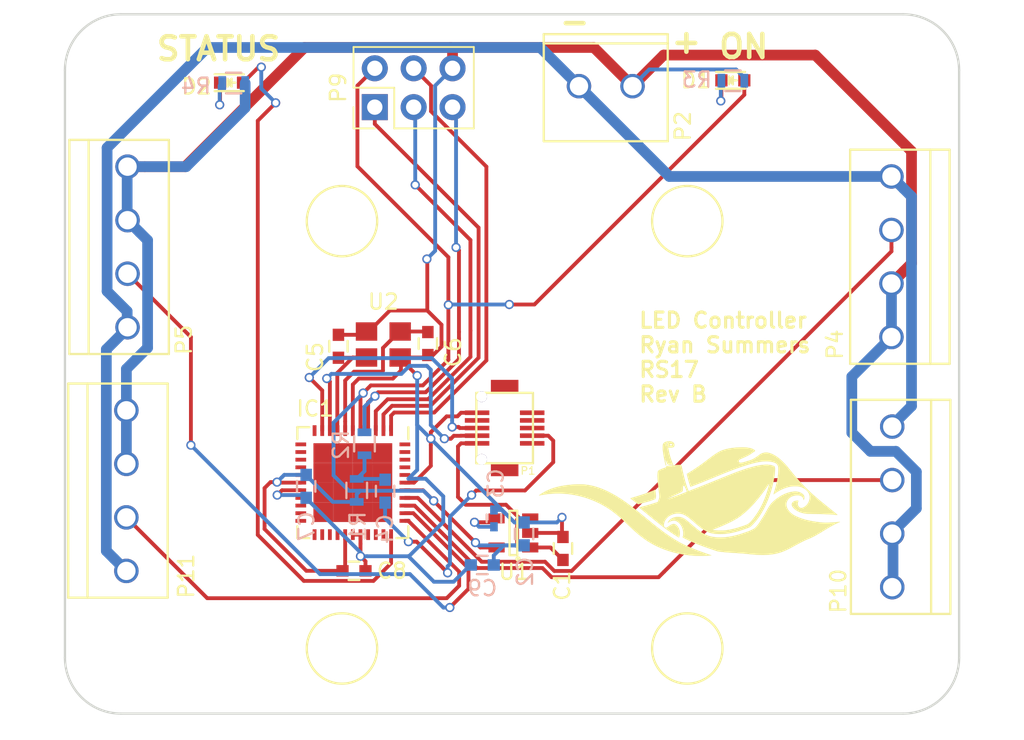
<source format=kicad_pcb>
(kicad_pcb (version 4) (host pcbnew 4.0.5-e0-6337~49~ubuntu16.04.1)

  (general
    (links 68)
    (no_connects 0)
    (area 101.169399 72.949999 159.739401 118.820001)
    (thickness 1.6)
    (drawings 25)
    (tracks 382)
    (zones 0)
    (modules 34)
    (nets 23)
  )

  (page A4)
  (layers
    (0 F.Cu signal)
    (31 B.Cu signal)
    (32 B.Adhes user)
    (33 F.Adhes user)
    (34 B.Paste user)
    (35 F.Paste user)
    (36 B.SilkS user)
    (37 F.SilkS user)
    (38 B.Mask user)
    (39 F.Mask user)
    (40 Dwgs.User user)
    (41 Cmts.User user)
    (42 Eco1.User user)
    (43 Eco2.User user)
    (44 Edge.Cuts user)
    (45 Margin user)
    (46 B.CrtYd user)
    (47 F.CrtYd user)
    (48 B.Fab user)
    (49 F.Fab user)
  )

  (setup
    (last_trace_width 0.25)
    (trace_clearance 0.16)
    (zone_clearance 0.508)
    (zone_45_only no)
    (trace_min 0.1524)
    (segment_width 0.15)
    (edge_width 0.15)
    (via_size 0.6)
    (via_drill 0.4)
    (via_min_size 0.508)
    (via_min_drill 0.3302)
    (uvia_size 0.3)
    (uvia_drill 0.1)
    (uvias_allowed no)
    (uvia_min_size 0)
    (uvia_min_drill 0)
    (pcb_text_width 0.3)
    (pcb_text_size 1.5 1.5)
    (mod_edge_width 0.15)
    (mod_text_size 1 1)
    (mod_text_width 0.15)
    (pad_size 1.524 1.524)
    (pad_drill 0.762)
    (pad_to_mask_clearance 0)
    (aux_axis_origin 0 0)
    (visible_elements FFFEFF7F)
    (pcbplotparams
      (layerselection 0x00030_80000001)
      (usegerberextensions false)
      (excludeedgelayer true)
      (linewidth 0.100000)
      (plotframeref false)
      (viasonmask false)
      (mode 1)
      (useauxorigin false)
      (hpglpennumber 1)
      (hpglpenspeed 20)
      (hpglpendiameter 15)
      (hpglpenoverlay 2)
      (psnegative false)
      (psa4output false)
      (plotreference true)
      (plotvalue true)
      (plotinvisibletext false)
      (padsonsilk false)
      (subtractmaskfromsilk false)
      (outputformat 1)
      (mirror false)
      (drillshape 1)
      (scaleselection 1)
      (outputdirectory ""))
  )

  (net 0 "")
  (net 1 +5V)
  (net 2 GND)
  (net 3 +3V3)
  (net 4 "Net-(C3-Pad1)")
  (net 5 "Net-(C5-Pad1)")
  (net 6 /DTR)
  (net 7 "Net-(C4-Pad1)")
  (net 8 "Net-(D1-Pad1)")
  (net 9 "Net-(D2-Pad1)")
  (net 10 /TX_CPU)
  (net 11 /RX_CPU)
  (net 12 "Net-(C6-Pad1)")
  (net 13 /microcontroller/~RST)
  (net 14 /signal4)
  (net 15 /signal3)
  (net 16 /signal2)
  (net 17 /signal1)
  (net 18 /led_pwr)
  (net 19 /microcontroller/MOSI)
  (net 20 /microcontroller/MISO)
  (net 21 /microcontroller/SCK)
  (net 22 /microcontroller/DBG_LED)

  (net_class Default "This is the default net class."
    (clearance 0.16)
    (trace_width 0.25)
    (via_dia 0.6)
    (via_drill 0.4)
    (uvia_dia 0.3)
    (uvia_drill 0.1)
    (add_net +3V3)
    (add_net +5V)
    (add_net /DTR)
    (add_net /RX_CPU)
    (add_net /TX_CPU)
    (add_net /led_pwr)
    (add_net /microcontroller/DBG_LED)
    (add_net /microcontroller/MISO)
    (add_net /microcontroller/MOSI)
    (add_net /microcontroller/SCK)
    (add_net /microcontroller/~RST)
    (add_net /signal1)
    (add_net /signal2)
    (add_net /signal3)
    (add_net /signal4)
    (add_net GND)
    (add_net "Net-(C3-Pad1)")
    (add_net "Net-(C4-Pad1)")
    (add_net "Net-(C5-Pad1)")
    (add_net "Net-(C6-Pad1)")
    (add_net "Net-(D1-Pad1)")
    (add_net "Net-(D2-Pad1)")
  )

  (module Mounting_Holes:MountingHole_3.7mm (layer F.Cu) (tedit 58C1AB88) (tstamp 58C1AB9B)
    (at 105.0544 76.835)
    (descr "Mounting Hole 3.7mm, no annular")
    (tags "mounting hole 3.7mm no annular")
    (fp_text reference REF** (at 0 -4.7) (layer F.SilkS) hide
      (effects (font (size 1 1) (thickness 0.15)))
    )
    (fp_text value MountingHole_3.7mm (at 0 4.7) (layer F.Fab)
      (effects (font (size 1 1) (thickness 0.15)))
    )
    (fp_circle (center 0 0) (end 3.7 0) (layer Cmts.User) (width 0.15))
    (fp_circle (center 0 0) (end 3.95 0) (layer F.CrtYd) (width 0.05))
    (pad 1 np_thru_hole circle (at 0 0) (size 3.7 3.7) (drill 3.7) (layers *.Cu *.Mask))
  )

  (module Mounting_Holes:MountingHole_3.7mm (layer F.Cu) (tedit 58C1AB88) (tstamp 58C1AB95)
    (at 105.0544 114.935)
    (descr "Mounting Hole 3.7mm, no annular")
    (tags "mounting hole 3.7mm no annular")
    (fp_text reference REF** (at 0 -4.7) (layer F.SilkS) hide
      (effects (font (size 1 1) (thickness 0.15)))
    )
    (fp_text value MountingHole_3.7mm (at 0 4.7) (layer F.Fab)
      (effects (font (size 1 1) (thickness 0.15)))
    )
    (fp_circle (center 0 0) (end 3.7 0) (layer Cmts.User) (width 0.15))
    (fp_circle (center 0 0) (end 3.95 0) (layer F.CrtYd) (width 0.05))
    (pad 1 np_thru_hole circle (at 0 0) (size 3.7 3.7) (drill 3.7) (layers *.Cu *.Mask))
  )

  (module Mounting_Holes:MountingHole_3.7mm (layer F.Cu) (tedit 58C1AB88) (tstamp 58C1AB8F)
    (at 155.8544 114.935)
    (descr "Mounting Hole 3.7mm, no annular")
    (tags "mounting hole 3.7mm no annular")
    (fp_text reference REF** (at 0 -4.7) (layer F.SilkS) hide
      (effects (font (size 1 1) (thickness 0.15)))
    )
    (fp_text value MountingHole_3.7mm (at 0 4.7) (layer F.Fab)
      (effects (font (size 1 1) (thickness 0.15)))
    )
    (fp_circle (center 0 0) (end 3.7 0) (layer Cmts.User) (width 0.15))
    (fp_circle (center 0 0) (end 3.95 0) (layer F.CrtYd) (width 0.05))
    (pad 1 np_thru_hole circle (at 0 0) (size 3.7 3.7) (drill 3.7) (layers *.Cu *.Mask))
  )

  (module robosub_footprints:Screw-Terminal-4-3.5mm (layer F.Cu) (tedit 58B1D04E) (tstamp 58B1D44E)
    (at 105.3338 88.237 90)
    (path /58B213F1)
    (fp_text reference P5 (at -6.0732 3.683 270) (layer F.SilkS)
      (effects (font (size 1 1) (thickness 0.15)))
    )
    (fp_text value CONN_01X04 (at 0 5.08 90) (layer F.Fab)
      (effects (font (size 1 1) (thickness 0.15)))
    )
    (fp_line (start -7 -2.54) (end 7 -2.54) (layer F.SilkS) (width 0.15))
    (fp_line (start 7 -3.8) (end 7 2.7) (layer F.SilkS) (width 0.15))
    (fp_line (start -7 2.7) (end 7 2.7) (layer F.SilkS) (width 0.15))
    (fp_line (start -7 -3.8) (end -7 2.7) (layer F.SilkS) (width 0.15))
    (fp_line (start -7 -3.8) (end 7 -3.8) (layer F.SilkS) (width 0.15))
    (pad 4 thru_hole circle (at 5.25 0 90) (size 1.6 1.6) (drill 1.2) (layers *.Cu *.Mask)
      (net 2 GND))
    (pad 2 thru_hole circle (at -1.75 0 90) (size 1.6 1.6) (drill 1.2) (layers *.Cu *.Mask)
      (net 15 /signal3))
    (pad 3 thru_hole circle (at 1.75 0 90) (size 1.6 1.6) (drill 1.2) (layers *.Cu *.Mask)
      (net 2 GND))
    (pad 1 thru_hole circle (at -5.25 0 90) (size 1.6 1.6) (drill 1.2) (layers *.Cu *.Mask)
      (net 18 /led_pwr))
    (model robosub.3dshapes/screw-terminal-4-3.5mm.wrl
      (at (xyz 0.28 -0.14 0))
      (scale (xyz 400 400 400))
      (rotate (xyz 0 0 -90))
    )
  )

  (module Capacitors_SMD:C_0603 (layer F.Cu) (tedit 5415D631) (tstamp 580A91A1)
    (at 133.7818 107.95 90)
    (descr "Capacitor SMD 0603, reflow soldering, AVX (see smccp.pdf)")
    (tags "capacitor 0603")
    (path /580B07FA)
    (attr smd)
    (fp_text reference C1 (at -2.4391 -0.0508 90) (layer F.SilkS)
      (effects (font (size 1 1) (thickness 0.15)))
    )
    (fp_text value 1uF (at 0 1.9 90) (layer F.Fab)
      (effects (font (size 1 1) (thickness 0.15)))
    )
    (fp_line (start -0.8 0.4) (end -0.8 -0.4) (layer F.Fab) (width 0.15))
    (fp_line (start 0.8 0.4) (end -0.8 0.4) (layer F.Fab) (width 0.15))
    (fp_line (start 0.8 -0.4) (end 0.8 0.4) (layer F.Fab) (width 0.15))
    (fp_line (start -0.8 -0.4) (end 0.8 -0.4) (layer F.Fab) (width 0.15))
    (fp_line (start -1.45 -0.75) (end 1.45 -0.75) (layer F.CrtYd) (width 0.05))
    (fp_line (start -1.45 0.75) (end 1.45 0.75) (layer F.CrtYd) (width 0.05))
    (fp_line (start -1.45 -0.75) (end -1.45 0.75) (layer F.CrtYd) (width 0.05))
    (fp_line (start 1.45 -0.75) (end 1.45 0.75) (layer F.CrtYd) (width 0.05))
    (fp_line (start -0.35 -0.6) (end 0.35 -0.6) (layer F.SilkS) (width 0.15))
    (fp_line (start 0.35 0.6) (end -0.35 0.6) (layer F.SilkS) (width 0.15))
    (pad 1 smd rect (at -0.75 0 90) (size 0.8 0.75) (layers F.Cu F.Paste F.Mask)
      (net 1 +5V))
    (pad 2 smd rect (at 0.75 0 90) (size 0.8 0.75) (layers F.Cu F.Paste F.Mask)
      (net 2 GND))
    (model Capacitors_SMD.3dshapes/C_0603.wrl
      (at (xyz 0 0 0))
      (scale (xyz 1 1 1))
      (rotate (xyz 0 0 0))
    )
  )

  (module Capacitors_SMD:C_0603 (layer B.Cu) (tedit 5415D631) (tstamp 580A91B1)
    (at 131.2418 106.9975 90)
    (descr "Capacitor SMD 0603, reflow soldering, AVX (see smccp.pdf)")
    (tags "capacitor 0603")
    (path /580B09AF)
    (attr smd)
    (fp_text reference C2 (at -2.4765 0.0635 90) (layer B.SilkS)
      (effects (font (size 1 1) (thickness 0.15)) (justify mirror))
    )
    (fp_text value 2.2uF (at 0 -1.9 90) (layer B.Fab)
      (effects (font (size 1 1) (thickness 0.15)) (justify mirror))
    )
    (fp_line (start -0.8 -0.4) (end -0.8 0.4) (layer B.Fab) (width 0.15))
    (fp_line (start 0.8 -0.4) (end -0.8 -0.4) (layer B.Fab) (width 0.15))
    (fp_line (start 0.8 0.4) (end 0.8 -0.4) (layer B.Fab) (width 0.15))
    (fp_line (start -0.8 0.4) (end 0.8 0.4) (layer B.Fab) (width 0.15))
    (fp_line (start -1.45 0.75) (end 1.45 0.75) (layer B.CrtYd) (width 0.05))
    (fp_line (start -1.45 -0.75) (end 1.45 -0.75) (layer B.CrtYd) (width 0.05))
    (fp_line (start -1.45 0.75) (end -1.45 -0.75) (layer B.CrtYd) (width 0.05))
    (fp_line (start 1.45 0.75) (end 1.45 -0.75) (layer B.CrtYd) (width 0.05))
    (fp_line (start -0.35 0.6) (end 0.35 0.6) (layer B.SilkS) (width 0.15))
    (fp_line (start 0.35 -0.6) (end -0.35 -0.6) (layer B.SilkS) (width 0.15))
    (pad 1 smd rect (at -0.75 0 90) (size 0.8 0.75) (layers B.Cu B.Paste B.Mask)
      (net 3 +3V3))
    (pad 2 smd rect (at 0.75 0 90) (size 0.8 0.75) (layers B.Cu B.Paste B.Mask)
      (net 2 GND))
    (model Capacitors_SMD.3dshapes/C_0603.wrl
      (at (xyz 0 0 0))
      (scale (xyz 1 1 1))
      (rotate (xyz 0 0 0))
    )
  )

  (module Capacitors_SMD:C_0603 (layer B.Cu) (tedit 5415D631) (tstamp 580A91D1)
    (at 122.1613 104.2035 270)
    (descr "Capacitor SMD 0603, reflow soldering, AVX (see smccp.pdf)")
    (tags "capacitor 0603")
    (path /580A8769/57F7DBA7)
    (attr smd)
    (fp_text reference C4 (at 2.4765 0 270) (layer B.SilkS)
      (effects (font (size 1 1) (thickness 0.15)) (justify mirror))
    )
    (fp_text value 100nF (at 0 -1.9 270) (layer B.Fab)
      (effects (font (size 1 1) (thickness 0.15)) (justify mirror))
    )
    (fp_line (start -0.8 -0.4) (end -0.8 0.4) (layer B.Fab) (width 0.15))
    (fp_line (start 0.8 -0.4) (end -0.8 -0.4) (layer B.Fab) (width 0.15))
    (fp_line (start 0.8 0.4) (end 0.8 -0.4) (layer B.Fab) (width 0.15))
    (fp_line (start -0.8 0.4) (end 0.8 0.4) (layer B.Fab) (width 0.15))
    (fp_line (start -1.45 0.75) (end 1.45 0.75) (layer B.CrtYd) (width 0.05))
    (fp_line (start -1.45 -0.75) (end 1.45 -0.75) (layer B.CrtYd) (width 0.05))
    (fp_line (start -1.45 0.75) (end -1.45 -0.75) (layer B.CrtYd) (width 0.05))
    (fp_line (start 1.45 0.75) (end 1.45 -0.75) (layer B.CrtYd) (width 0.05))
    (fp_line (start -0.35 0.6) (end 0.35 0.6) (layer B.SilkS) (width 0.15))
    (fp_line (start 0.35 -0.6) (end -0.35 -0.6) (layer B.SilkS) (width 0.15))
    (pad 1 smd rect (at -0.75 0 270) (size 0.8 0.75) (layers B.Cu B.Paste B.Mask)
      (net 7 "Net-(C4-Pad1)"))
    (pad 2 smd rect (at 0.75 0 270) (size 0.8 0.75) (layers B.Cu B.Paste B.Mask)
      (net 6 /DTR))
    (model Capacitors_SMD.3dshapes/C_0603.wrl
      (at (xyz 0 0 0))
      (scale (xyz 1 1 1))
      (rotate (xyz 0 0 0))
    )
  )

  (module Capacitors_SMD:C_0603 (layer F.Cu) (tedit 5415D631) (tstamp 580A91E1)
    (at 119.1133 94.73 90)
    (descr "Capacitor SMD 0603, reflow soldering, AVX (see smccp.pdf)")
    (tags "capacitor 0603")
    (path /580A8769/57F80CAF)
    (attr smd)
    (fp_text reference C5 (at -0.7105 -1.524 90) (layer F.SilkS)
      (effects (font (size 1 1) (thickness 0.15)))
    )
    (fp_text value 18p (at 0 1.9 90) (layer F.Fab)
      (effects (font (size 1 1) (thickness 0.15)))
    )
    (fp_line (start -0.8 0.4) (end -0.8 -0.4) (layer F.Fab) (width 0.15))
    (fp_line (start 0.8 0.4) (end -0.8 0.4) (layer F.Fab) (width 0.15))
    (fp_line (start 0.8 -0.4) (end 0.8 0.4) (layer F.Fab) (width 0.15))
    (fp_line (start -0.8 -0.4) (end 0.8 -0.4) (layer F.Fab) (width 0.15))
    (fp_line (start -1.45 -0.75) (end 1.45 -0.75) (layer F.CrtYd) (width 0.05))
    (fp_line (start -1.45 0.75) (end 1.45 0.75) (layer F.CrtYd) (width 0.05))
    (fp_line (start -1.45 -0.75) (end -1.45 0.75) (layer F.CrtYd) (width 0.05))
    (fp_line (start 1.45 -0.75) (end 1.45 0.75) (layer F.CrtYd) (width 0.05))
    (fp_line (start -0.35 -0.6) (end 0.35 -0.6) (layer F.SilkS) (width 0.15))
    (fp_line (start 0.35 0.6) (end -0.35 0.6) (layer F.SilkS) (width 0.15))
    (pad 1 smd rect (at -0.75 0 90) (size 0.8 0.75) (layers F.Cu F.Paste F.Mask)
      (net 5 "Net-(C5-Pad1)"))
    (pad 2 smd rect (at 0.75 0 90) (size 0.8 0.75) (layers F.Cu F.Paste F.Mask)
      (net 2 GND))
    (model Capacitors_SMD.3dshapes/C_0603.wrl
      (at (xyz 0 0 0))
      (scale (xyz 1 1 1))
      (rotate (xyz 0 0 0))
    )
  )

  (module Housings_DFN_QFN:QFN-44-1EP_7x7mm_Pitch0.5mm (layer F.Cu) (tedit 54130A77) (tstamp 580A9231)
    (at 120.0531 103.6447 270)
    (descr "UK Package; 44-Lead Plastic QFN (7mm x 7mm); (see Linear Technology QFN_44_05-08-1763.pdf)")
    (tags "QFN 0.5")
    (path /580A8769/57F7CB80)
    (attr smd)
    (fp_text reference IC1 (at -4.8387 2.4638 360) (layer F.SilkS)
      (effects (font (size 1 1) (thickness 0.15)))
    )
    (fp_text value ATMEGA1284P-M (at 0 4.75 270) (layer F.Fab)
      (effects (font (size 1 1) (thickness 0.15)))
    )
    (fp_line (start -2.5 -3.5) (end 3.5 -3.5) (layer F.Fab) (width 0.15))
    (fp_line (start 3.5 -3.5) (end 3.5 3.5) (layer F.Fab) (width 0.15))
    (fp_line (start 3.5 3.5) (end -3.5 3.5) (layer F.Fab) (width 0.15))
    (fp_line (start -3.5 3.5) (end -3.5 -2.5) (layer F.Fab) (width 0.15))
    (fp_line (start -3.5 -2.5) (end -2.5 -3.5) (layer F.Fab) (width 0.15))
    (fp_line (start -4 -4) (end -4 4) (layer F.CrtYd) (width 0.05))
    (fp_line (start 4 -4) (end 4 4) (layer F.CrtYd) (width 0.05))
    (fp_line (start -4 -4) (end 4 -4) (layer F.CrtYd) (width 0.05))
    (fp_line (start -4 4) (end 4 4) (layer F.CrtYd) (width 0.05))
    (fp_line (start 3.625 -3.625) (end 3.625 -2.85) (layer F.SilkS) (width 0.15))
    (fp_line (start -3.625 3.625) (end -3.625 2.85) (layer F.SilkS) (width 0.15))
    (fp_line (start 3.625 3.625) (end 3.625 2.85) (layer F.SilkS) (width 0.15))
    (fp_line (start -3.625 -3.625) (end -2.85 -3.625) (layer F.SilkS) (width 0.15))
    (fp_line (start -3.625 3.625) (end -2.85 3.625) (layer F.SilkS) (width 0.15))
    (fp_line (start 3.625 3.625) (end 2.85 3.625) (layer F.SilkS) (width 0.15))
    (fp_line (start 3.625 -3.625) (end 2.85 -3.625) (layer F.SilkS) (width 0.15))
    (pad 1 smd rect (at -3.4 -2.5 270) (size 0.7 0.25) (layers F.Cu F.Paste F.Mask)
      (net 19 /microcontroller/MOSI))
    (pad 2 smd rect (at -3.4 -2 270) (size 0.7 0.25) (layers F.Cu F.Paste F.Mask)
      (net 20 /microcontroller/MISO))
    (pad 3 smd rect (at -3.4 -1.5 270) (size 0.7 0.25) (layers F.Cu F.Paste F.Mask)
      (net 21 /microcontroller/SCK))
    (pad 4 smd rect (at -3.4 -1 270) (size 0.7 0.25) (layers F.Cu F.Paste F.Mask)
      (net 13 /microcontroller/~RST))
    (pad 5 smd rect (at -3.4 -0.5 270) (size 0.7 0.25) (layers F.Cu F.Paste F.Mask)
      (net 3 +3V3))
    (pad 6 smd rect (at -3.4 0 270) (size 0.7 0.25) (layers F.Cu F.Paste F.Mask)
      (net 2 GND))
    (pad 7 smd rect (at -3.4 0.5 270) (size 0.7 0.25) (layers F.Cu F.Paste F.Mask)
      (net 12 "Net-(C6-Pad1)"))
    (pad 8 smd rect (at -3.4 1 270) (size 0.7 0.25) (layers F.Cu F.Paste F.Mask)
      (net 5 "Net-(C5-Pad1)"))
    (pad 9 smd rect (at -3.4 1.5 270) (size 0.7 0.25) (layers F.Cu F.Paste F.Mask)
      (net 10 /TX_CPU))
    (pad 10 smd rect (at -3.4 2 270) (size 0.7 0.25) (layers F.Cu F.Paste F.Mask)
      (net 11 /RX_CPU))
    (pad 11 smd rect (at -3.4 2.5 270) (size 0.7 0.25) (layers F.Cu F.Paste F.Mask))
    (pad 12 smd rect (at -2.5 3.4) (size 0.7 0.25) (layers F.Cu F.Paste F.Mask))
    (pad 13 smd rect (at -2 3.4) (size 0.7 0.25) (layers F.Cu F.Paste F.Mask))
    (pad 14 smd rect (at -1.5 3.4) (size 0.7 0.25) (layers F.Cu F.Paste F.Mask))
    (pad 15 smd rect (at -1 3.4) (size 0.7 0.25) (layers F.Cu F.Paste F.Mask))
    (pad 16 smd rect (at -0.5 3.4) (size 0.7 0.25) (layers F.Cu F.Paste F.Mask))
    (pad 17 smd rect (at 0 3.4) (size 0.7 0.25) (layers F.Cu F.Paste F.Mask)
      (net 3 +3V3))
    (pad 18 smd rect (at 0.5 3.4) (size 0.7 0.25) (layers F.Cu F.Paste F.Mask)
      (net 2 GND))
    (pad 19 smd rect (at 1 3.4) (size 0.7 0.25) (layers F.Cu F.Paste F.Mask))
    (pad 20 smd rect (at 1.5 3.4) (size 0.7 0.25) (layers F.Cu F.Paste F.Mask))
    (pad 21 smd rect (at 2 3.4) (size 0.7 0.25) (layers F.Cu F.Paste F.Mask))
    (pad 22 smd rect (at 2.5 3.4) (size 0.7 0.25) (layers F.Cu F.Paste F.Mask))
    (pad 23 smd rect (at 3.4 2.5 270) (size 0.7 0.25) (layers F.Cu F.Paste F.Mask))
    (pad 24 smd rect (at 3.4 2 270) (size 0.7 0.25) (layers F.Cu F.Paste F.Mask))
    (pad 25 smd rect (at 3.4 1.5 270) (size 0.7 0.25) (layers F.Cu F.Paste F.Mask))
    (pad 26 smd rect (at 3.4 1 270) (size 0.7 0.25) (layers F.Cu F.Paste F.Mask))
    (pad 27 smd rect (at 3.4 0.5 270) (size 0.7 0.25) (layers F.Cu F.Paste F.Mask)
      (net 3 +3V3))
    (pad 28 smd rect (at 3.4 0 270) (size 0.7 0.25) (layers F.Cu F.Paste F.Mask)
      (net 2 GND))
    (pad 29 smd rect (at 3.4 -0.5 270) (size 0.7 0.25) (layers F.Cu F.Paste F.Mask)
      (net 2 GND))
    (pad 30 smd rect (at 3.4 -1 270) (size 0.7 0.25) (layers F.Cu F.Paste F.Mask))
    (pad 31 smd rect (at 3.4 -1.5 270) (size 0.7 0.25) (layers F.Cu F.Paste F.Mask))
    (pad 32 smd rect (at 3.4 -2 270) (size 0.7 0.25) (layers F.Cu F.Paste F.Mask))
    (pad 33 smd rect (at 3.4 -2.5 270) (size 0.7 0.25) (layers F.Cu F.Paste F.Mask)
      (net 22 /microcontroller/DBG_LED))
    (pad 34 smd rect (at 2.5 -3.4) (size 0.7 0.25) (layers F.Cu F.Paste F.Mask)
      (net 14 /signal4))
    (pad 35 smd rect (at 2 -3.4) (size 0.7 0.25) (layers F.Cu F.Paste F.Mask)
      (net 15 /signal3))
    (pad 36 smd rect (at 1.5 -3.4) (size 0.7 0.25) (layers F.Cu F.Paste F.Mask)
      (net 16 /signal2))
    (pad 37 smd rect (at 1 -3.4) (size 0.7 0.25) (layers F.Cu F.Paste F.Mask)
      (net 17 /signal1))
    (pad 38 smd rect (at 0.5 -3.4) (size 0.7 0.25) (layers F.Cu F.Paste F.Mask)
      (net 3 +3V3))
    (pad 39 smd rect (at 0 -3.4) (size 0.7 0.25) (layers F.Cu F.Paste F.Mask)
      (net 2 GND))
    (pad 40 smd rect (at -0.5 -3.4) (size 0.7 0.25) (layers F.Cu F.Paste F.Mask))
    (pad 41 smd rect (at -1 -3.4) (size 0.7 0.25) (layers F.Cu F.Paste F.Mask))
    (pad 42 smd rect (at -1.5 -3.4) (size 0.7 0.25) (layers F.Cu F.Paste F.Mask))
    (pad 43 smd rect (at -2 -3.4) (size 0.7 0.25) (layers F.Cu F.Paste F.Mask))
    (pad 44 smd rect (at -2.5 -3.4) (size 0.7 0.25) (layers F.Cu F.Paste F.Mask))
    (pad 45 smd rect (at 1.93125 1.93125 270) (size 1.2875 1.2875) (layers F.Cu F.Paste F.Mask)
      (solder_paste_margin_ratio -0.2))
    (pad 45 smd rect (at 1.93125 0.64375 270) (size 1.2875 1.2875) (layers F.Cu F.Paste F.Mask)
      (solder_paste_margin_ratio -0.2))
    (pad 45 smd rect (at 1.93125 -0.64375 270) (size 1.2875 1.2875) (layers F.Cu F.Paste F.Mask)
      (solder_paste_margin_ratio -0.2))
    (pad 45 smd rect (at 1.93125 -1.93125 270) (size 1.2875 1.2875) (layers F.Cu F.Paste F.Mask)
      (solder_paste_margin_ratio -0.2))
    (pad 45 smd rect (at 0.64375 1.93125 270) (size 1.2875 1.2875) (layers F.Cu F.Paste F.Mask)
      (solder_paste_margin_ratio -0.2))
    (pad 45 smd rect (at 0.64375 0.64375 270) (size 1.2875 1.2875) (layers F.Cu F.Paste F.Mask)
      (solder_paste_margin_ratio -0.2))
    (pad 45 smd rect (at 0.64375 -0.64375 270) (size 1.2875 1.2875) (layers F.Cu F.Paste F.Mask)
      (solder_paste_margin_ratio -0.2))
    (pad 45 smd rect (at 0.64375 -1.93125 270) (size 1.2875 1.2875) (layers F.Cu F.Paste F.Mask)
      (solder_paste_margin_ratio -0.2))
    (pad 45 smd rect (at -0.64375 1.93125 270) (size 1.2875 1.2875) (layers F.Cu F.Paste F.Mask)
      (solder_paste_margin_ratio -0.2))
    (pad 45 smd rect (at -0.64375 0.64375 270) (size 1.2875 1.2875) (layers F.Cu F.Paste F.Mask)
      (solder_paste_margin_ratio -0.2))
    (pad 45 smd rect (at -0.64375 -0.64375 270) (size 1.2875 1.2875) (layers F.Cu F.Paste F.Mask)
      (solder_paste_margin_ratio -0.2))
    (pad 45 smd rect (at -0.64375 -1.93125 270) (size 1.2875 1.2875) (layers F.Cu F.Paste F.Mask)
      (solder_paste_margin_ratio -0.2))
    (pad 45 smd rect (at -1.93125 1.93125 270) (size 1.2875 1.2875) (layers F.Cu F.Paste F.Mask)
      (solder_paste_margin_ratio -0.2))
    (pad 45 smd rect (at -1.93125 0.64375 270) (size 1.2875 1.2875) (layers F.Cu F.Paste F.Mask)
      (solder_paste_margin_ratio -0.2))
    (pad 45 smd rect (at -1.93125 -0.64375 270) (size 1.2875 1.2875) (layers F.Cu F.Paste F.Mask)
      (solder_paste_margin_ratio -0.2))
    (pad 45 smd rect (at -1.93125 -1.93125 270) (size 1.2875 1.2875) (layers F.Cu F.Paste F.Mask)
      (solder_paste_margin_ratio -0.2))
    (model Housings_DFN_QFN.3dshapes/QFN-44-1EP_7x7mm_Pitch0.5mm.wrl
      (at (xyz 0 0 0))
      (scale (xyz 1 1 1))
      (rotate (xyz 0 0 0))
    )
  )

  (module Resistors_SMD:R_0603 (layer B.Cu) (tedit 5415CC62) (tstamp 580A9266)
    (at 120.3071 104.1527 90)
    (descr "Resistor SMD 0603, reflow soldering, Vishay (see dcrcw.pdf)")
    (tags "resistor 0603")
    (path /580A8769/57F7DC1C)
    (attr smd)
    (fp_text reference R1 (at -2.3495 0.0635 90) (layer B.SilkS)
      (effects (font (size 1 1) (thickness 0.15)) (justify mirror))
    )
    (fp_text value 10k (at 0 -1.9 90) (layer B.Fab)
      (effects (font (size 1 1) (thickness 0.15)) (justify mirror))
    )
    (fp_line (start -1.3 0.8) (end 1.3 0.8) (layer B.CrtYd) (width 0.05))
    (fp_line (start -1.3 -0.8) (end 1.3 -0.8) (layer B.CrtYd) (width 0.05))
    (fp_line (start -1.3 0.8) (end -1.3 -0.8) (layer B.CrtYd) (width 0.05))
    (fp_line (start 1.3 0.8) (end 1.3 -0.8) (layer B.CrtYd) (width 0.05))
    (fp_line (start 0.5 -0.675) (end -0.5 -0.675) (layer B.SilkS) (width 0.15))
    (fp_line (start -0.5 0.675) (end 0.5 0.675) (layer B.SilkS) (width 0.15))
    (pad 1 smd rect (at -0.75 0 90) (size 0.5 0.9) (layers B.Cu B.Paste B.Mask)
      (net 3 +3V3))
    (pad 2 smd rect (at 0.75 0 90) (size 0.5 0.9) (layers B.Cu B.Paste B.Mask)
      (net 7 "Net-(C4-Pad1)"))
    (model Resistors_SMD.3dshapes/R_0603.wrl
      (at (xyz 0 0 0))
      (scale (xyz 1 1 1))
      (rotate (xyz 0 0 0))
    )
  )

  (module Resistors_SMD:R_0603 (layer B.Cu) (tedit 5415CC62) (tstamp 580A9272)
    (at 120.8151 101.1047 270)
    (descr "Resistor SMD 0603, reflow soldering, Vishay (see dcrcw.pdf)")
    (tags "resistor 0603")
    (path /580A8769/57F7DC84)
    (attr smd)
    (fp_text reference R2 (at 0.0762 1.5367 270) (layer B.SilkS)
      (effects (font (size 1 1) (thickness 0.15)) (justify mirror))
    )
    (fp_text value 1k (at 0 -1.9 270) (layer B.Fab)
      (effects (font (size 1 1) (thickness 0.15)) (justify mirror))
    )
    (fp_line (start -1.3 0.8) (end 1.3 0.8) (layer B.CrtYd) (width 0.05))
    (fp_line (start -1.3 -0.8) (end 1.3 -0.8) (layer B.CrtYd) (width 0.05))
    (fp_line (start -1.3 0.8) (end -1.3 -0.8) (layer B.CrtYd) (width 0.05))
    (fp_line (start 1.3 0.8) (end 1.3 -0.8) (layer B.CrtYd) (width 0.05))
    (fp_line (start 0.5 -0.675) (end -0.5 -0.675) (layer B.SilkS) (width 0.15))
    (fp_line (start -0.5 0.675) (end 0.5 0.675) (layer B.SilkS) (width 0.15))
    (pad 1 smd rect (at -0.75 0 270) (size 0.5 0.9) (layers B.Cu B.Paste B.Mask)
      (net 13 /microcontroller/~RST))
    (pad 2 smd rect (at 0.75 0 270) (size 0.5 0.9) (layers B.Cu B.Paste B.Mask)
      (net 7 "Net-(C4-Pad1)"))
    (model Resistors_SMD.3dshapes/R_0603.wrl
      (at (xyz 0 0 0))
      (scale (xyz 1 1 1))
      (rotate (xyz 0 0 0))
    )
  )

  (module Capacitors_SMD:C_0603 (layer F.Cu) (tedit 5415D631) (tstamp 580A9661)
    (at 124.9553 94.5515 270)
    (descr "Capacitor SMD 0603, reflow soldering, AVX (see smccp.pdf)")
    (tags "capacitor 0603")
    (path /580A8769/57F80CF6)
    (attr smd)
    (fp_text reference C6 (at 0.5715 -1.651 270) (layer F.SilkS)
      (effects (font (size 1 1) (thickness 0.15)))
    )
    (fp_text value 18p (at 0 1.9 270) (layer F.Fab)
      (effects (font (size 1 1) (thickness 0.15)))
    )
    (fp_line (start -0.8 0.4) (end -0.8 -0.4) (layer F.Fab) (width 0.15))
    (fp_line (start 0.8 0.4) (end -0.8 0.4) (layer F.Fab) (width 0.15))
    (fp_line (start 0.8 -0.4) (end 0.8 0.4) (layer F.Fab) (width 0.15))
    (fp_line (start -0.8 -0.4) (end 0.8 -0.4) (layer F.Fab) (width 0.15))
    (fp_line (start -1.45 -0.75) (end 1.45 -0.75) (layer F.CrtYd) (width 0.05))
    (fp_line (start -1.45 0.75) (end 1.45 0.75) (layer F.CrtYd) (width 0.05))
    (fp_line (start -1.45 -0.75) (end -1.45 0.75) (layer F.CrtYd) (width 0.05))
    (fp_line (start 1.45 -0.75) (end 1.45 0.75) (layer F.CrtYd) (width 0.05))
    (fp_line (start -0.35 -0.6) (end 0.35 -0.6) (layer F.SilkS) (width 0.15))
    (fp_line (start 0.35 0.6) (end -0.35 0.6) (layer F.SilkS) (width 0.15))
    (pad 1 smd rect (at -0.75 0 270) (size 0.8 0.75) (layers F.Cu F.Paste F.Mask)
      (net 12 "Net-(C6-Pad1)"))
    (pad 2 smd rect (at 0.75 0 270) (size 0.8 0.75) (layers F.Cu F.Paste F.Mask)
      (net 2 GND))
    (model Capacitors_SMD.3dshapes/C_0603.wrl
      (at (xyz 0 0 0))
      (scale (xyz 1 1 1))
      (rotate (xyz 0 0 0))
    )
  )

  (module Capacitors_SMD:C_0603 (layer B.Cu) (tedit 5415D631) (tstamp 580A9671)
    (at 117.0051 103.8867 270)
    (descr "Capacitor SMD 0603, reflow soldering, AVX (see smccp.pdf)")
    (tags "capacitor 0603")
    (path /580A8769/5826B503)
    (attr smd)
    (fp_text reference C7 (at 2.6155 -0.0254 270) (layer B.SilkS)
      (effects (font (size 1 1) (thickness 0.15)) (justify mirror))
    )
    (fp_text value 100n (at 0 -1.9 270) (layer B.Fab)
      (effects (font (size 1 1) (thickness 0.15)) (justify mirror))
    )
    (fp_line (start -0.8 -0.4) (end -0.8 0.4) (layer B.Fab) (width 0.15))
    (fp_line (start 0.8 -0.4) (end -0.8 -0.4) (layer B.Fab) (width 0.15))
    (fp_line (start 0.8 0.4) (end 0.8 -0.4) (layer B.Fab) (width 0.15))
    (fp_line (start -0.8 0.4) (end 0.8 0.4) (layer B.Fab) (width 0.15))
    (fp_line (start -1.45 0.75) (end 1.45 0.75) (layer B.CrtYd) (width 0.05))
    (fp_line (start -1.45 -0.75) (end 1.45 -0.75) (layer B.CrtYd) (width 0.05))
    (fp_line (start -1.45 0.75) (end -1.45 -0.75) (layer B.CrtYd) (width 0.05))
    (fp_line (start 1.45 0.75) (end 1.45 -0.75) (layer B.CrtYd) (width 0.05))
    (fp_line (start -0.35 0.6) (end 0.35 0.6) (layer B.SilkS) (width 0.15))
    (fp_line (start 0.35 -0.6) (end -0.35 -0.6) (layer B.SilkS) (width 0.15))
    (pad 1 smd rect (at -0.75 0 270) (size 0.8 0.75) (layers B.Cu B.Paste B.Mask)
      (net 3 +3V3))
    (pad 2 smd rect (at 0.75 0 270) (size 0.8 0.75) (layers B.Cu B.Paste B.Mask)
      (net 2 GND))
    (model Capacitors_SMD.3dshapes/C_0603.wrl
      (at (xyz 0 0 0))
      (scale (xyz 1 1 1))
      (rotate (xyz 0 0 0))
    )
  )

  (module Capacitors_SMD:C_0603 (layer F.Cu) (tedit 5415D631) (tstamp 58268AC9)
    (at 120.1293 109.4105)
    (descr "Capacitor SMD 0603, reflow soldering, AVX (see smccp.pdf)")
    (tags "capacitor 0603")
    (path /580A8769/5826B62A)
    (attr smd)
    (fp_text reference C8 (at 2.4765 0) (layer F.SilkS)
      (effects (font (size 1 1) (thickness 0.15)))
    )
    (fp_text value 100n (at 0 1.9) (layer F.Fab)
      (effects (font (size 1 1) (thickness 0.15)))
    )
    (fp_line (start -0.8 0.4) (end -0.8 -0.4) (layer F.Fab) (width 0.15))
    (fp_line (start 0.8 0.4) (end -0.8 0.4) (layer F.Fab) (width 0.15))
    (fp_line (start 0.8 -0.4) (end 0.8 0.4) (layer F.Fab) (width 0.15))
    (fp_line (start -0.8 -0.4) (end 0.8 -0.4) (layer F.Fab) (width 0.15))
    (fp_line (start -1.45 -0.75) (end 1.45 -0.75) (layer F.CrtYd) (width 0.05))
    (fp_line (start -1.45 0.75) (end 1.45 0.75) (layer F.CrtYd) (width 0.05))
    (fp_line (start -1.45 -0.75) (end -1.45 0.75) (layer F.CrtYd) (width 0.05))
    (fp_line (start 1.45 -0.75) (end 1.45 0.75) (layer F.CrtYd) (width 0.05))
    (fp_line (start -0.35 -0.6) (end 0.35 -0.6) (layer F.SilkS) (width 0.15))
    (fp_line (start 0.35 0.6) (end -0.35 0.6) (layer F.SilkS) (width 0.15))
    (pad 1 smd rect (at -0.75 0) (size 0.8 0.75) (layers F.Cu F.Paste F.Mask)
      (net 3 +3V3))
    (pad 2 smd rect (at 0.75 0) (size 0.8 0.75) (layers F.Cu F.Paste F.Mask)
      (net 2 GND))
    (model Capacitors_SMD.3dshapes/C_0603.wrl
      (at (xyz 0 0 0))
      (scale (xyz 1 1 1))
      (rotate (xyz 0 0 0))
    )
  )

  (module LEDs:LED_0603 (layer F.Cu) (tedit 55BDE255) (tstamp 58268ACF)
    (at 144.8816 77.343)
    (descr "LED 0603 smd package")
    (tags "LED led 0603 SMD smd SMT smt smdled SMDLED smtled SMTLED")
    (path /580A8769/58268390)
    (attr smd)
    (fp_text reference D1 (at -2.413 0) (layer F.SilkS)
      (effects (font (size 1 1) (thickness 0.15)))
    )
    (fp_text value LED (at 0 1.5) (layer F.Fab)
      (effects (font (size 1 1) (thickness 0.15)))
    )
    (fp_line (start -0.3 -0.2) (end -0.3 0.2) (layer F.Fab) (width 0.15))
    (fp_line (start -0.2 0) (end 0.1 -0.2) (layer F.Fab) (width 0.15))
    (fp_line (start 0.1 0.2) (end -0.2 0) (layer F.Fab) (width 0.15))
    (fp_line (start 0.1 -0.2) (end 0.1 0.2) (layer F.Fab) (width 0.15))
    (fp_line (start 0.8 0.4) (end -0.8 0.4) (layer F.Fab) (width 0.15))
    (fp_line (start 0.8 -0.4) (end 0.8 0.4) (layer F.Fab) (width 0.15))
    (fp_line (start -0.8 -0.4) (end 0.8 -0.4) (layer F.Fab) (width 0.15))
    (fp_line (start -0.8 0.4) (end -0.8 -0.4) (layer F.Fab) (width 0.15))
    (fp_line (start -1.1 0.55) (end 0.8 0.55) (layer F.SilkS) (width 0.15))
    (fp_line (start -1.1 -0.55) (end 0.8 -0.55) (layer F.SilkS) (width 0.15))
    (fp_line (start -0.2 0) (end 0.25 0) (layer F.SilkS) (width 0.15))
    (fp_line (start -0.25 -0.25) (end -0.25 0.25) (layer F.SilkS) (width 0.15))
    (fp_line (start -0.25 0) (end 0 -0.25) (layer F.SilkS) (width 0.15))
    (fp_line (start 0 -0.25) (end 0 0.25) (layer F.SilkS) (width 0.15))
    (fp_line (start 0 0.25) (end -0.25 0) (layer F.SilkS) (width 0.15))
    (fp_line (start 1.4 -0.75) (end 1.4 0.75) (layer F.CrtYd) (width 0.05))
    (fp_line (start 1.4 0.75) (end -1.4 0.75) (layer F.CrtYd) (width 0.05))
    (fp_line (start -1.4 0.75) (end -1.4 -0.75) (layer F.CrtYd) (width 0.05))
    (fp_line (start -1.4 -0.75) (end 1.4 -0.75) (layer F.CrtYd) (width 0.05))
    (pad 2 smd rect (at 0.7493 0 180) (size 0.79756 0.79756) (layers F.Cu F.Paste F.Mask)
      (net 3 +3V3))
    (pad 1 smd rect (at -0.7493 0 180) (size 0.79756 0.79756) (layers F.Cu F.Paste F.Mask)
      (net 8 "Net-(D1-Pad1)"))
    (model LEDs.3dshapes/LED_0603.wrl
      (at (xyz 0 0 0))
      (scale (xyz 1 1 1))
      (rotate (xyz 0 0 180))
    )
  )

  (module LEDs:LED_0603 (layer F.Cu) (tedit 55BDE255) (tstamp 58268AD5)
    (at 112.1283 77.4954)
    (descr "LED 0603 smd package")
    (tags "LED led 0603 SMD smd SMT smt smdled SMDLED smtled SMTLED")
    (path /580A8769/58268C6C)
    (attr smd)
    (fp_text reference D2 (at -2.286 0.254) (layer F.SilkS)
      (effects (font (size 1 1) (thickness 0.15)))
    )
    (fp_text value LED (at 0 1.5) (layer F.Fab)
      (effects (font (size 1 1) (thickness 0.15)))
    )
    (fp_line (start -0.3 -0.2) (end -0.3 0.2) (layer F.Fab) (width 0.15))
    (fp_line (start -0.2 0) (end 0.1 -0.2) (layer F.Fab) (width 0.15))
    (fp_line (start 0.1 0.2) (end -0.2 0) (layer F.Fab) (width 0.15))
    (fp_line (start 0.1 -0.2) (end 0.1 0.2) (layer F.Fab) (width 0.15))
    (fp_line (start 0.8 0.4) (end -0.8 0.4) (layer F.Fab) (width 0.15))
    (fp_line (start 0.8 -0.4) (end 0.8 0.4) (layer F.Fab) (width 0.15))
    (fp_line (start -0.8 -0.4) (end 0.8 -0.4) (layer F.Fab) (width 0.15))
    (fp_line (start -0.8 0.4) (end -0.8 -0.4) (layer F.Fab) (width 0.15))
    (fp_line (start -1.1 0.55) (end 0.8 0.55) (layer F.SilkS) (width 0.15))
    (fp_line (start -1.1 -0.55) (end 0.8 -0.55) (layer F.SilkS) (width 0.15))
    (fp_line (start -0.2 0) (end 0.25 0) (layer F.SilkS) (width 0.15))
    (fp_line (start -0.25 -0.25) (end -0.25 0.25) (layer F.SilkS) (width 0.15))
    (fp_line (start -0.25 0) (end 0 -0.25) (layer F.SilkS) (width 0.15))
    (fp_line (start 0 -0.25) (end 0 0.25) (layer F.SilkS) (width 0.15))
    (fp_line (start 0 0.25) (end -0.25 0) (layer F.SilkS) (width 0.15))
    (fp_line (start 1.4 -0.75) (end 1.4 0.75) (layer F.CrtYd) (width 0.05))
    (fp_line (start 1.4 0.75) (end -1.4 0.75) (layer F.CrtYd) (width 0.05))
    (fp_line (start -1.4 0.75) (end -1.4 -0.75) (layer F.CrtYd) (width 0.05))
    (fp_line (start -1.4 -0.75) (end 1.4 -0.75) (layer F.CrtYd) (width 0.05))
    (pad 2 smd rect (at 0.7493 0 180) (size 0.79756 0.79756) (layers F.Cu F.Paste F.Mask)
      (net 22 /microcontroller/DBG_LED))
    (pad 1 smd rect (at -0.7493 0 180) (size 0.79756 0.79756) (layers F.Cu F.Paste F.Mask)
      (net 9 "Net-(D2-Pad1)"))
    (model LEDs.3dshapes/LED_0603.wrl
      (at (xyz 0 0 0))
      (scale (xyz 1 1 1))
      (rotate (xyz 0 0 180))
    )
  )

  (module Resistors_SMD:R_0603 (layer B.Cu) (tedit 5415CC62) (tstamp 58268AF0)
    (at 144.8816 77.3684)
    (descr "Resistor SMD 0603, reflow soldering, Vishay (see dcrcw.pdf)")
    (tags "resistor 0603")
    (path /580A8769/58268535)
    (attr smd)
    (fp_text reference R3 (at -2.3495 -0.0635) (layer B.SilkS)
      (effects (font (size 1 1) (thickness 0.15)) (justify mirror))
    )
    (fp_text value 65 (at 0 -1.9) (layer B.Fab)
      (effects (font (size 1 1) (thickness 0.15)) (justify mirror))
    )
    (fp_line (start -1.3 0.8) (end 1.3 0.8) (layer B.CrtYd) (width 0.05))
    (fp_line (start -1.3 -0.8) (end 1.3 -0.8) (layer B.CrtYd) (width 0.05))
    (fp_line (start -1.3 0.8) (end -1.3 -0.8) (layer B.CrtYd) (width 0.05))
    (fp_line (start 1.3 0.8) (end 1.3 -0.8) (layer B.CrtYd) (width 0.05))
    (fp_line (start 0.5 -0.675) (end -0.5 -0.675) (layer B.SilkS) (width 0.15))
    (fp_line (start -0.5 0.675) (end 0.5 0.675) (layer B.SilkS) (width 0.15))
    (pad 1 smd rect (at -0.75 0) (size 0.5 0.9) (layers B.Cu B.Paste B.Mask)
      (net 8 "Net-(D1-Pad1)"))
    (pad 2 smd rect (at 0.75 0) (size 0.5 0.9) (layers B.Cu B.Paste B.Mask)
      (net 2 GND))
    (model Resistors_SMD.3dshapes/R_0603.wrl
      (at (xyz 0 0 0))
      (scale (xyz 1 1 1))
      (rotate (xyz 0 0 0))
    )
  )

  (module Resistors_SMD:R_0603 (layer B.Cu) (tedit 5415CC62) (tstamp 58268AF6)
    (at 112.268 77.5208)
    (descr "Resistor SMD 0603, reflow soldering, Vishay (see dcrcw.pdf)")
    (tags "resistor 0603")
    (path /580A8769/58268E36)
    (attr smd)
    (fp_text reference R4 (at -2.4645 0.1905) (layer B.SilkS)
      (effects (font (size 1 1) (thickness 0.15)) (justify mirror))
    )
    (fp_text value 65 (at 0 -1.9) (layer B.Fab)
      (effects (font (size 1 1) (thickness 0.15)) (justify mirror))
    )
    (fp_line (start -1.3 0.8) (end 1.3 0.8) (layer B.CrtYd) (width 0.05))
    (fp_line (start -1.3 -0.8) (end 1.3 -0.8) (layer B.CrtYd) (width 0.05))
    (fp_line (start -1.3 0.8) (end -1.3 -0.8) (layer B.CrtYd) (width 0.05))
    (fp_line (start 1.3 0.8) (end 1.3 -0.8) (layer B.CrtYd) (width 0.05))
    (fp_line (start 0.5 -0.675) (end -0.5 -0.675) (layer B.SilkS) (width 0.15))
    (fp_line (start -0.5 0.675) (end 0.5 0.675) (layer B.SilkS) (width 0.15))
    (pad 1 smd rect (at -0.75 0) (size 0.5 0.9) (layers B.Cu B.Paste B.Mask)
      (net 9 "Net-(D2-Pad1)"))
    (pad 2 smd rect (at 0.75 0) (size 0.5 0.9) (layers B.Cu B.Paste B.Mask)
      (net 2 GND))
    (model Resistors_SMD.3dshapes/R_0603.wrl
      (at (xyz 0 0 0))
      (scale (xyz 1 1 1))
      (rotate (xyz 0 0 0))
    )
  )

  (module Capacitors_SMD:C_0603 (layer B.Cu) (tedit 5415D631) (tstamp 5828038F)
    (at 128.5113 109.0295 180)
    (descr "Capacitor SMD 0603, reflow soldering, AVX (see smccp.pdf)")
    (tags "capacitor 0603")
    (path /580A8769/5826BCED)
    (attr smd)
    (fp_text reference C9 (at 0 -1.524 180) (layer B.SilkS)
      (effects (font (size 1 1) (thickness 0.15)) (justify mirror))
    )
    (fp_text value 4.7u (at 0 -1.9 180) (layer B.Fab)
      (effects (font (size 1 1) (thickness 0.15)) (justify mirror))
    )
    (fp_line (start -0.8 -0.4) (end -0.8 0.4) (layer B.Fab) (width 0.15))
    (fp_line (start 0.8 -0.4) (end -0.8 -0.4) (layer B.Fab) (width 0.15))
    (fp_line (start 0.8 0.4) (end 0.8 -0.4) (layer B.Fab) (width 0.15))
    (fp_line (start -0.8 0.4) (end 0.8 0.4) (layer B.Fab) (width 0.15))
    (fp_line (start -1.45 0.75) (end 1.45 0.75) (layer B.CrtYd) (width 0.05))
    (fp_line (start -1.45 -0.75) (end 1.45 -0.75) (layer B.CrtYd) (width 0.05))
    (fp_line (start -1.45 0.75) (end -1.45 -0.75) (layer B.CrtYd) (width 0.05))
    (fp_line (start 1.45 0.75) (end 1.45 -0.75) (layer B.CrtYd) (width 0.05))
    (fp_line (start -0.35 0.6) (end 0.35 0.6) (layer B.SilkS) (width 0.15))
    (fp_line (start 0.35 -0.6) (end -0.35 -0.6) (layer B.SilkS) (width 0.15))
    (pad 1 smd rect (at -0.75 0 180) (size 0.8 0.75) (layers B.Cu B.Paste B.Mask)
      (net 3 +3V3))
    (pad 2 smd rect (at 0.75 0 180) (size 0.8 0.75) (layers B.Cu B.Paste B.Mask)
      (net 2 GND))
    (model Capacitors_SMD.3dshapes/C_0603.wrl
      (at (xyz 0 0 0))
      (scale (xyz 1 1 1))
      (rotate (xyz 0 0 0))
    )
  )

  (module Capacitors_SMD:C_0402 (layer B.Cu) (tedit 5415D599) (tstamp 582804A0)
    (at 129.2733 105.9815 90)
    (descr "Capacitor SMD 0402, reflow soldering, AVX (see smccp.pdf)")
    (tags "capacitor 0402")
    (path /5828279D)
    (attr smd)
    (fp_text reference C3 (at 2.286 0.127 90) (layer B.SilkS)
      (effects (font (size 1 1) (thickness 0.15)) (justify mirror))
    )
    (fp_text value 100p (at 0 -1.7 90) (layer B.Fab)
      (effects (font (size 1 1) (thickness 0.15)) (justify mirror))
    )
    (fp_line (start -0.5 -0.25) (end -0.5 0.25) (layer B.Fab) (width 0.15))
    (fp_line (start 0.5 -0.25) (end -0.5 -0.25) (layer B.Fab) (width 0.15))
    (fp_line (start 0.5 0.25) (end 0.5 -0.25) (layer B.Fab) (width 0.15))
    (fp_line (start -0.5 0.25) (end 0.5 0.25) (layer B.Fab) (width 0.15))
    (fp_line (start -1.15 0.6) (end 1.15 0.6) (layer B.CrtYd) (width 0.05))
    (fp_line (start -1.15 -0.6) (end 1.15 -0.6) (layer B.CrtYd) (width 0.05))
    (fp_line (start -1.15 0.6) (end -1.15 -0.6) (layer B.CrtYd) (width 0.05))
    (fp_line (start 1.15 0.6) (end 1.15 -0.6) (layer B.CrtYd) (width 0.05))
    (fp_line (start 0.25 0.475) (end -0.25 0.475) (layer B.SilkS) (width 0.15))
    (fp_line (start -0.25 -0.475) (end 0.25 -0.475) (layer B.SilkS) (width 0.15))
    (pad 1 smd rect (at -0.55 0 90) (size 0.6 0.5) (layers B.Cu B.Paste B.Mask)
      (net 4 "Net-(C3-Pad1)"))
    (pad 2 smd rect (at 0.55 0 90) (size 0.6 0.5) (layers B.Cu B.Paste B.Mask)
      (net 2 GND))
    (model Capacitors_SMD.3dshapes/C_0402.wrl
      (at (xyz 0 0 0))
      (scale (xyz 1 1 1))
      (rotate (xyz 0 0 0))
    )
  )

  (module TO_SOT_Packages_SMD:SOT-23-5 (layer F.Cu) (tedit 55360473) (tstamp 582804AF)
    (at 130.5433 106.934 180)
    (descr "5-pin SOT23 package")
    (tags SOT-23-5)
    (path /5828204F)
    (attr smd)
    (fp_text reference U1 (at -0.05 -2.55 180) (layer F.SilkS)
      (effects (font (size 1 1) (thickness 0.15)))
    )
    (fp_text value AP2210 (at -0.05 2.35 180) (layer F.Fab)
      (effects (font (size 1 1) (thickness 0.15)))
    )
    (fp_line (start -1.8 -1.6) (end 1.8 -1.6) (layer F.CrtYd) (width 0.05))
    (fp_line (start 1.8 -1.6) (end 1.8 1.6) (layer F.CrtYd) (width 0.05))
    (fp_line (start 1.8 1.6) (end -1.8 1.6) (layer F.CrtYd) (width 0.05))
    (fp_line (start -1.8 1.6) (end -1.8 -1.6) (layer F.CrtYd) (width 0.05))
    (fp_circle (center -0.3 -1.7) (end -0.2 -1.7) (layer F.SilkS) (width 0.15))
    (fp_line (start 0.25 -1.45) (end -0.25 -1.45) (layer F.SilkS) (width 0.15))
    (fp_line (start 0.25 1.45) (end 0.25 -1.45) (layer F.SilkS) (width 0.15))
    (fp_line (start -0.25 1.45) (end 0.25 1.45) (layer F.SilkS) (width 0.15))
    (fp_line (start -0.25 -1.45) (end -0.25 1.45) (layer F.SilkS) (width 0.15))
    (pad 1 smd rect (at -1.1 -0.95 180) (size 1.06 0.65) (layers F.Cu F.Paste F.Mask)
      (net 1 +5V))
    (pad 2 smd rect (at -1.1 0 180) (size 1.06 0.65) (layers F.Cu F.Paste F.Mask)
      (net 2 GND))
    (pad 3 smd rect (at -1.1 0.95 180) (size 1.06 0.65) (layers F.Cu F.Paste F.Mask)
      (net 1 +5V))
    (pad 4 smd rect (at 1.1 0.95 180) (size 1.06 0.65) (layers F.Cu F.Paste F.Mask)
      (net 4 "Net-(C3-Pad1)"))
    (pad 5 smd rect (at 1.1 -0.95 180) (size 1.06 0.65) (layers F.Cu F.Paste F.Mask)
      (net 3 +3V3))
    (model TO_SOT_Packages_SMD.3dshapes/SOT-23-5.wrl
      (at (xyz 0 0 0))
      (scale (xyz 1 1 1))
      (rotate (xyz 0 0 0))
    )
  )

  (module robosub_footprints:Screw-Terminal-2-3.5mm (layer F.Cu) (tedit 58276E8B) (tstamp 58B1D434)
    (at 136.5784 77.724)
    (path /580AEA82)
    (fp_text reference P2 (at 5.0393 2.6162 90) (layer F.SilkS)
      (effects (font (size 1 1) (thickness 0.15)))
    )
    (fp_text value Conn (at 0 3.556) (layer F.Fab)
      (effects (font (size 1 1) (thickness 0.15)))
    )
    (fp_line (start 4.064 -2.794) (end -4.064 -2.794) (layer F.SilkS) (width 0.15))
    (fp_line (start 4.05 -3.4) (end 4.05 3.6) (layer F.SilkS) (width 0.15))
    (fp_line (start -4.05 3.6) (end 4.05 3.6) (layer F.SilkS) (width 0.15))
    (fp_line (start -4.05 -3.4) (end -4.05 3.6) (layer F.SilkS) (width 0.15))
    (fp_line (start 4.05 -3.4) (end -4.05 -3.4) (layer F.SilkS) (width 0.15))
    (pad 2 thru_hole circle (at 1.75 0) (size 1.6 1.6) (drill 1.2) (layers *.Cu *.Mask)
      (net 2 GND))
    (pad 1 thru_hole circle (at -1.75 0) (size 1.6 1.6) (drill 1.2) (layers *.Cu *.Mask)
      (net 18 /led_pwr))
    (model robosub.3dshapes/20020327c021b01lf.wrl
      (at (xyz 0 0 0.105))
      (scale (xyz 2.4 2.4 2.4))
      (rotate (xyz -90 0 90))
    )
  )

  (module robosub_footprints:Screw-Terminal-4-3.5mm (layer F.Cu) (tedit 58B1D04E) (tstamp 58B1D441)
    (at 155.2448 88.8772 270)
    (path /58B2126B)
    (fp_text reference P4 (at 5.7378 3.6957 450) (layer F.SilkS)
      (effects (font (size 1 1) (thickness 0.15)))
    )
    (fp_text value CONN_01X04 (at 0 5.08 270) (layer F.Fab)
      (effects (font (size 1 1) (thickness 0.15)))
    )
    (fp_line (start -7 -2.54) (end 7 -2.54) (layer F.SilkS) (width 0.15))
    (fp_line (start 7 -3.8) (end 7 2.7) (layer F.SilkS) (width 0.15))
    (fp_line (start -7 2.7) (end 7 2.7) (layer F.SilkS) (width 0.15))
    (fp_line (start -7 -3.8) (end -7 2.7) (layer F.SilkS) (width 0.15))
    (fp_line (start -7 -3.8) (end 7 -3.8) (layer F.SilkS) (width 0.15))
    (pad 4 thru_hole circle (at 5.25 0 270) (size 1.6 1.6) (drill 1.2) (layers *.Cu *.Mask)
      (net 2 GND))
    (pad 2 thru_hole circle (at -1.75 0 270) (size 1.6 1.6) (drill 1.2) (layers *.Cu *.Mask)
      (net 17 /signal1))
    (pad 3 thru_hole circle (at 1.75 0 270) (size 1.6 1.6) (drill 1.2) (layers *.Cu *.Mask)
      (net 2 GND))
    (pad 1 thru_hole circle (at -5.25 0 270) (size 1.6 1.6) (drill 1.2) (layers *.Cu *.Mask)
      (net 18 /led_pwr))
    (model robosub.3dshapes/screw-terminal-4-3.5mm.wrl
      (at (xyz 0.28 -0.14 0))
      (scale (xyz 400 400 400))
      (rotate (xyz 0 0 -90))
    )
  )

  (module robosub_footprints:Screw-Terminal-4-3.5mm (layer F.Cu) (tedit 58B1D04E) (tstamp 58B1D45B)
    (at 155.2956 105.2296 270)
    (path /58B1EA73)
    (fp_text reference P10 (at 5.5017 3.5179 270) (layer F.SilkS)
      (effects (font (size 1 1) (thickness 0.15)))
    )
    (fp_text value CONN_01X04 (at 0 5.08 270) (layer F.Fab)
      (effects (font (size 1 1) (thickness 0.15)))
    )
    (fp_line (start -7 -2.54) (end 7 -2.54) (layer F.SilkS) (width 0.15))
    (fp_line (start 7 -3.8) (end 7 2.7) (layer F.SilkS) (width 0.15))
    (fp_line (start -7 2.7) (end 7 2.7) (layer F.SilkS) (width 0.15))
    (fp_line (start -7 -3.8) (end -7 2.7) (layer F.SilkS) (width 0.15))
    (fp_line (start -7 -3.8) (end 7 -3.8) (layer F.SilkS) (width 0.15))
    (pad 4 thru_hole circle (at 5.25 0 270) (size 1.6 1.6) (drill 1.2) (layers *.Cu *.Mask)
      (net 2 GND))
    (pad 2 thru_hole circle (at -1.75 0 270) (size 1.6 1.6) (drill 1.2) (layers *.Cu *.Mask)
      (net 16 /signal2))
    (pad 3 thru_hole circle (at 1.75 0 270) (size 1.6 1.6) (drill 1.2) (layers *.Cu *.Mask)
      (net 2 GND))
    (pad 1 thru_hole circle (at -5.25 0 270) (size 1.6 1.6) (drill 1.2) (layers *.Cu *.Mask)
      (net 18 /led_pwr))
    (model robosub.3dshapes/screw-terminal-4-3.5mm.wrl
      (at (xyz 0.28 -0.14 0))
      (scale (xyz 400 400 400))
      (rotate (xyz 0 0 -90))
    )
  )

  (module robosub_footprints:Screw-Terminal-4-3.5mm (layer F.Cu) (tedit 58B1D04E) (tstamp 58B1D468)
    (at 105.2576 104.168 90)
    (path /58B213DC)
    (fp_text reference P11 (at -5.5854 3.9116 270) (layer F.SilkS)
      (effects (font (size 1 1) (thickness 0.15)))
    )
    (fp_text value CONN_01X04 (at 0 5.08 90) (layer F.Fab)
      (effects (font (size 1 1) (thickness 0.15)))
    )
    (fp_line (start -7 -2.54) (end 7 -2.54) (layer F.SilkS) (width 0.15))
    (fp_line (start 7 -3.8) (end 7 2.7) (layer F.SilkS) (width 0.15))
    (fp_line (start -7 2.7) (end 7 2.7) (layer F.SilkS) (width 0.15))
    (fp_line (start -7 -3.8) (end -7 2.7) (layer F.SilkS) (width 0.15))
    (fp_line (start -7 -3.8) (end 7 -3.8) (layer F.SilkS) (width 0.15))
    (pad 4 thru_hole circle (at 5.25 0 90) (size 1.6 1.6) (drill 1.2) (layers *.Cu *.Mask)
      (net 2 GND))
    (pad 2 thru_hole circle (at -1.75 0 90) (size 1.6 1.6) (drill 1.2) (layers *.Cu *.Mask)
      (net 14 /signal4))
    (pad 3 thru_hole circle (at 1.75 0 90) (size 1.6 1.6) (drill 1.2) (layers *.Cu *.Mask)
      (net 2 GND))
    (pad 1 thru_hole circle (at -5.25 0 90) (size 1.6 1.6) (drill 1.2) (layers *.Cu *.Mask)
      (net 18 /led_pwr))
  )

  (module robosub_footprints:3mm-10pos-receptacle (layer F.Cu) (tedit 5844CDD2) (tstamp 58B1E07B)
    (at 129.9718 100.076 90)
    (path /58B2C806)
    (attr smd)
    (fp_text reference P1 (at -2.794 1.524 180) (layer F.SilkS)
      (effects (font (size 0.5 0.5) (thickness 0.075)))
    )
    (fp_text value Mezzanine-Header (at 0.254 3.556 90) (layer F.Fab)
      (effects (font (size 1 1) (thickness 0.15)))
    )
    (fp_line (start 2.3 1.85) (end 2.3 -1.85) (layer F.SilkS) (width 0.15))
    (fp_line (start -2.3 -1.85) (end 2.3 -1.85) (layer F.SilkS) (width 0.15))
    (fp_line (start -2.3 1.85) (end 2.3 1.85) (layer F.SilkS) (width 0.15))
    (fp_line (start -2.3 1.85) (end -2.3 -1.85) (layer F.SilkS) (width 0.15))
    (pad "" thru_hole circle (at 2.05 -1.5 90) (size 0.7 0.7) (drill 0.7) (layers *.Cu *.Mask))
    (pad "" thru_hole circle (at -2.05 -1.5 90) (size 0.7 0.7) (drill 0.7) (layers *.Cu *.Mask))
    (pad 6 smd rect (at 0 1.8 90) (size 0.3 1.6) (layers F.Cu F.Paste F.Mask))
    (pad 10 smd rect (at 1 1.8 90) (size 0.3 1.6) (layers F.Cu F.Paste F.Mask))
    (pad 8 smd rect (at 0.5 1.8 90) (size 0.3 1.6) (layers F.Cu F.Paste F.Mask))
    (pad 2 smd rect (at -1 1.8 90) (size 0.3 1.6) (layers F.Cu F.Paste F.Mask))
    (pad 4 smd rect (at -0.5 1.8 90) (size 0.3 1.6) (layers F.Cu F.Paste F.Mask)
      (net 6 /DTR))
    (pad 5 smd rect (at 0 -1.8 90) (size 0.3 1.6) (layers F.Cu F.Paste F.Mask)
      (net 11 /RX_CPU))
    (pad 3 smd rect (at -0.5 -1.8 90) (size 0.3 1.6) (layers F.Cu F.Paste F.Mask)
      (net 10 /TX_CPU))
    (pad 1 smd rect (at -1 -1.8 90) (size 0.3 1.6) (layers F.Cu F.Paste F.Mask)
      (net 1 +5V))
    (pad 9 smd rect (at 1 -1.8 90) (size 0.3 1.6) (layers F.Cu F.Paste F.Mask)
      (net 2 GND))
    (pad 7 smd rect (at 0.5 -1.8 90) (size 0.3 1.6) (layers F.Cu F.Paste F.Mask))
    (pad "" smd rect (at 2.75 0 90) (size 0.8 1.8) (layers F.Cu F.Paste F.Mask))
    (pad "" smd rect (at -2.75 0 90) (size 0.8 1.8) (layers F.Cu F.Paste F.Mask))
    (model robosub.3dshapes/3mm-10pos-receptacle.wrl
      (at (xyz 0 0 0))
      (scale (xyz 0.4 0.4 0.4))
      (rotate (xyz -90 0 0))
    )
  )

  (module robosub_footprints:DFN-4 (layer F.Cu) (tedit 5824CCF9) (tstamp 58B1E149)
    (at 122.047 94.615 180)
    (path /580A8769/5826A48B)
    (fp_text reference U2 (at 0 2.794 180) (layer F.SilkS)
      (effects (font (size 1 1) (thickness 0.15)))
    )
    (fp_text value TSX-3225 (at 0 -2.286 180) (layer F.Fab)
      (effects (font (size 1 1) (thickness 0.15)))
    )
    (pad 2 smd rect (at 1.1 0.85 180) (size 1.4 1.2) (layers F.Cu F.Paste F.Mask)
      (net 2 GND))
    (pad 1 smd rect (at -1.1 0.85 180) (size 1.4 1.2) (layers F.Cu F.Paste F.Mask)
      (net 12 "Net-(C6-Pad1)"))
    (pad 4 smd rect (at -1.1 -0.85 180) (size 1.4 1.2) (layers F.Cu F.Paste F.Mask)
      (net 2 GND))
    (pad 3 smd rect (at 1.1 -0.85 180) (size 1.4 1.2) (layers F.Cu F.Paste F.Mask)
      (net 5 "Net-(C5-Pad1)"))
    (model robosub.3dshapes/ABM8G.wrl
      (at (xyz 0 0 0))
      (scale (xyz 400 400 400))
      (rotate (xyz 0 0 0))
    )
  )

  (module robosub_footprints:3mm-support (layer F.Cu) (tedit 58B1B9D1) (tstamp 58B1E244)
    (at 141.9042 86.548204)
    (path /5826C36C)
    (fp_text reference P3 (at 3.81 1.27) (layer F.SilkS) hide
      (effects (font (size 1 1) (thickness 0.15)))
    )
    (fp_text value Spacer (at 0 -0.5) (layer F.Fab)
      (effects (font (size 1 1) (thickness 0.15)))
    )
    (fp_circle (center 0 0) (end 2.3 0) (layer F.SilkS) (width 0.15))
    (pad "" np_thru_hole circle (at 0 0) (size 2.5 2.5) (drill 2.5) (layers *.Cu *.Mask))
    (model robosub.3dshapes/3mm-support.wrl
      (at (xyz 0 0 0.118))
      (scale (xyz 0.4 0.4 0.4))
      (rotate (xyz 90 0 0))
    )
  )

  (module robosub_footprints:3mm-support (layer F.Cu) (tedit 58B1B9D1) (tstamp 58B1E24A)
    (at 119.3442 114.488204)
    (path /58B2EBAD)
    (fp_text reference P6 (at 3.81 1.27) (layer F.SilkS) hide
      (effects (font (size 1 1) (thickness 0.15)))
    )
    (fp_text value Spacer (at 0 -0.5) (layer F.Fab)
      (effects (font (size 1 1) (thickness 0.15)))
    )
    (fp_circle (center 0 0) (end 2.3 0) (layer F.SilkS) (width 0.15))
    (pad "" np_thru_hole circle (at 0 0) (size 2.5 2.5) (drill 2.5) (layers *.Cu *.Mask))
    (model robosub.3dshapes/3mm-support.wrl
      (at (xyz 0 0 0.118))
      (scale (xyz 0.4 0.4 0.4))
      (rotate (xyz 90 0 0))
    )
  )

  (module robosub_footprints:3mm-support (layer F.Cu) (tedit 58B1B9D1) (tstamp 58B1E250)
    (at 141.9042 114.488204)
    (path /58B2EC2F)
    (fp_text reference P7 (at 3.81 1.27) (layer F.SilkS) hide
      (effects (font (size 1 1) (thickness 0.15)))
    )
    (fp_text value Spacer (at 0 -0.5) (layer F.Fab)
      (effects (font (size 1 1) (thickness 0.15)))
    )
    (fp_circle (center 0 0) (end 2.3 0) (layer F.SilkS) (width 0.15))
    (pad "" np_thru_hole circle (at 0 0) (size 2.5 2.5) (drill 2.5) (layers *.Cu *.Mask))
    (model robosub.3dshapes/3mm-support.wrl
      (at (xyz 0 0 0.118))
      (scale (xyz 0.4 0.4 0.4))
      (rotate (xyz 90 0 0))
    )
  )

  (module robosub_footprints:3mm-support (layer F.Cu) (tedit 58B1B9D1) (tstamp 58B1E256)
    (at 119.3442 86.548204)
    (path /58B2ECB6)
    (fp_text reference P8 (at 3.81 1.27) (layer F.SilkS) hide
      (effects (font (size 1 1) (thickness 0.15)))
    )
    (fp_text value Spacer (at 0 -0.5) (layer F.Fab)
      (effects (font (size 1 1) (thickness 0.15)))
    )
    (fp_circle (center 0 0) (end 2.3 0) (layer F.SilkS) (width 0.15))
    (pad "" np_thru_hole circle (at 0 0) (size 2.5 2.5) (drill 2.5) (layers *.Cu *.Mask))
    (model robosub.3dshapes/3mm-support.wrl
      (at (xyz 0 0 0.118))
      (scale (xyz 0.4 0.4 0.4))
      (rotate (xyz 90 0 0))
    )
  )

  (module Pin_Headers:Pin_Header_Straight_2x03_Pitch2.54mm (layer F.Cu) (tedit 5862ED53) (tstamp 58B1E5AA)
    (at 121.4882 79.0956 90)
    (descr "Through hole straight pin header, 2x03, 2.54mm pitch, double rows")
    (tags "Through hole pin header THT 2x03 2.54mm double row")
    (path /580A8769/57F7CD77)
    (fp_text reference P9 (at 1.27 -2.39 90) (layer F.SilkS)
      (effects (font (size 1 1) (thickness 0.15)))
    )
    (fp_text value CONN_02X03 (at 1.27 7.47 90) (layer F.Fab)
      (effects (font (size 1 1) (thickness 0.15)))
    )
    (fp_line (start -1.27 -1.27) (end -1.27 6.35) (layer F.Fab) (width 0.1))
    (fp_line (start -1.27 6.35) (end 3.81 6.35) (layer F.Fab) (width 0.1))
    (fp_line (start 3.81 6.35) (end 3.81 -1.27) (layer F.Fab) (width 0.1))
    (fp_line (start 3.81 -1.27) (end -1.27 -1.27) (layer F.Fab) (width 0.1))
    (fp_line (start -1.39 1.27) (end -1.39 6.47) (layer F.SilkS) (width 0.12))
    (fp_line (start -1.39 6.47) (end 3.93 6.47) (layer F.SilkS) (width 0.12))
    (fp_line (start 3.93 6.47) (end 3.93 -1.39) (layer F.SilkS) (width 0.12))
    (fp_line (start 3.93 -1.39) (end 1.27 -1.39) (layer F.SilkS) (width 0.12))
    (fp_line (start 1.27 -1.39) (end 1.27 1.27) (layer F.SilkS) (width 0.12))
    (fp_line (start 1.27 1.27) (end -1.39 1.27) (layer F.SilkS) (width 0.12))
    (fp_line (start -1.39 0) (end -1.39 -1.39) (layer F.SilkS) (width 0.12))
    (fp_line (start -1.39 -1.39) (end 0 -1.39) (layer F.SilkS) (width 0.12))
    (fp_line (start -1.6 -1.6) (end -1.6 6.6) (layer F.CrtYd) (width 0.05))
    (fp_line (start -1.6 6.6) (end 4.1 6.6) (layer F.CrtYd) (width 0.05))
    (fp_line (start 4.1 6.6) (end 4.1 -1.6) (layer F.CrtYd) (width 0.05))
    (fp_line (start 4.1 -1.6) (end -1.6 -1.6) (layer F.CrtYd) (width 0.05))
    (pad 1 thru_hole rect (at 0 0 90) (size 1.7 1.7) (drill 1) (layers *.Cu *.Mask)
      (net 20 /microcontroller/MISO))
    (pad 2 thru_hole oval (at 2.54 0 90) (size 1.7 1.7) (drill 1) (layers *.Cu *.Mask)
      (net 3 +3V3))
    (pad 3 thru_hole oval (at 0 2.54 90) (size 1.7 1.7) (drill 1) (layers *.Cu *.Mask)
      (net 21 /microcontroller/SCK))
    (pad 4 thru_hole oval (at 2.54 2.54 90) (size 1.7 1.7) (drill 1) (layers *.Cu *.Mask)
      (net 19 /microcontroller/MOSI))
    (pad 5 thru_hole oval (at 0 5.08 90) (size 1.7 1.7) (drill 1) (layers *.Cu *.Mask)
      (net 13 /microcontroller/~RST))
    (pad 6 thru_hole oval (at 2.54 5.08 90) (size 1.7 1.7) (drill 1) (layers *.Cu *.Mask)
      (net 2 GND))
    (model robosub.3dshapes/idc-6.wrl
      (at (xyz 0 -0.2 0.1))
      (scale (xyz 400 400 400))
      (rotate (xyz 0 0 90))
    )
  )

  (module robosub_footprints:robosub_logo-large (layer F.Cu) (tedit 0) (tstamp 58B1E840)
    (at 142.1892 104.9274)
    (fp_text reference G*** (at 0 0) (layer F.SilkS) hide
      (effects (font (thickness 0.3)))
    )
    (fp_text value LOGO (at 0.75 0) (layer F.SilkS) hide
      (effects (font (thickness 0.3)))
    )
    (fp_poly (pts (xy -7.261044 -1.173558) (xy -7.216409 -1.173151) (xy -7.176417 -1.172342) (xy -7.139394 -1.171046)
      (xy -7.103663 -1.169181) (xy -7.067549 -1.166662) (xy -7.029374 -1.163407) (xy -6.987463 -1.15933)
      (xy -6.953069 -1.155737) (xy -6.798723 -1.135898) (xy -6.643232 -1.109171) (xy -6.486482 -1.075507)
      (xy -6.328358 -1.034861) (xy -6.168746 -0.987184) (xy -6.00753 -0.93243) (xy -5.844595 -0.870552)
      (xy -5.679828 -0.801502) (xy -5.513113 -0.725234) (xy -5.344336 -0.641699) (xy -5.173382 -0.550852)
      (xy -5.000137 -0.452644) (xy -4.824485 -0.347029) (xy -4.646312 -0.23396) (xy -4.54 -0.16376)
      (xy -4.473866 -0.119145) (xy -4.408044 -0.074063) (xy -4.34216 -0.028229) (xy -4.275843 0.018641)
      (xy -4.208721 0.066833) (xy -4.140419 0.116631) (xy -4.070568 0.168321) (xy -3.998793 0.222186)
      (xy -3.924722 0.278513) (xy -3.847983 0.337585) (xy -3.768204 0.399689) (xy -3.685012 0.465108)
      (xy -3.598035 0.534128) (xy -3.506899 0.607033) (xy -3.411234 0.684109) (xy -3.310665 0.76564)
      (xy -3.204821 0.851911) (xy -3.1 0.937735) (xy -3.00952 1.011928) (xy -2.924831 1.081296)
      (xy -2.845576 1.146127) (xy -2.771393 1.20671) (xy -2.701924 1.263332) (xy -2.636809 1.316283)
      (xy -2.575688 1.36585) (xy -2.518201 1.412322) (xy -2.463989 1.455987) (xy -2.412692 1.497134)
      (xy -2.36395 1.536051) (xy -2.317403 1.573027) (xy -2.272692 1.608349) (xy -2.229457 1.642306)
      (xy -2.187339 1.675187) (xy -2.145977 1.70728) (xy -2.105012 1.738873) (xy -2.064084 1.770255)
      (xy -2.022834 1.801713) (xy -2.012 1.809949) (xy -1.885049 1.905148) (xy -1.75763 1.998236)
      (xy -1.630439 2.088745) (xy -1.504173 2.176209) (xy -1.37953 2.26016) (xy -1.257207 2.34013)
      (xy -1.1379 2.415652) (xy -1.022306 2.486258) (xy -0.911122 2.551481) (xy -0.88 2.569211)
      (xy -0.786719 2.620795) (xy -0.68703 2.67369) (xy -0.582278 2.727222) (xy -0.473806 2.780721)
      (xy -0.362959 2.833516) (xy -0.25108 2.884933) (xy -0.223726 2.897217) (xy -0.137439 2.935197)
      (xy -0.046941 2.973869) (xy 0.048098 3.01336) (xy 0.148007 3.053796) (xy 0.253115 3.095303)
      (xy 0.363753 3.138007) (xy 0.480248 3.182034) (xy 0.60293 3.227512) (xy 0.732129 3.274564)
      (xy 0.868175 3.323319) (xy 1.011395 3.373902) (xy 1.116 3.410432) (xy 1.150846 3.42255)
      (xy 1.183459 3.433895) (xy 1.213041 3.444188) (xy 1.238793 3.453153) (xy 1.259918 3.460511)
      (xy 1.275618 3.465985) (xy 1.285097 3.469297) (xy 1.287572 3.470169) (xy 1.291477 3.472956)
      (xy 1.291242 3.474091) (xy 1.28623 3.475429) (xy 1.274016 3.477113) (xy 1.25539 3.479086)
      (xy 1.231138 3.481295) (xy 1.202051 3.483685) (xy 1.168915 3.4862) (xy 1.132519 3.488786)
      (xy 1.093653 3.49139) (xy 1.053103 3.493955) (xy 1.01166 3.496427) (xy 0.97011 3.498751)
      (xy 0.929242 3.500874) (xy 0.889846 3.502739) (xy 0.86 3.504006) (xy 0.829138 3.504998)
      (xy 0.791569 3.505807) (xy 0.748582 3.506436) (xy 0.701466 3.506884) (xy 0.651511 3.507152)
      (xy 0.600008 3.507242) (xy 0.548247 3.507152) (xy 0.497516 3.506886) (xy 0.449106 3.506442)
      (xy 0.404307 3.505822) (xy 0.364409 3.505026) (xy 0.330701 3.504054) (xy 0.322 3.503729)
      (xy 0.097961 3.4913) (xy -0.124556 3.471964) (xy -0.345248 3.445803) (xy -0.563813 3.412897)
      (xy -0.779948 3.373328) (xy -0.99335 3.327177) (xy -1.203716 3.274524) (xy -1.410742 3.215451)
      (xy -1.614127 3.150037) (xy -1.813567 3.078365) (xy -2.00876 3.000515) (xy -2.199401 2.916568)
      (xy -2.38519 2.826605) (xy -2.56 2.733935) (xy -2.6526 2.681628) (xy -2.741593 2.629175)
      (xy -2.828195 2.575769) (xy -2.913619 2.520603) (xy -2.999079 2.462868) (xy -3.085791 2.401757)
      (xy -3.174968 2.336463) (xy -3.267824 2.266179) (xy -3.296 2.244448) (xy -3.344157 2.206941)
      (xy -3.390333 2.170488) (xy -3.435047 2.13463) (xy -3.478819 2.098908) (xy -3.522168 2.062861)
      (xy -3.565614 2.026029) (xy -3.609676 1.987953) (xy -3.654873 1.948173) (xy -3.701725 1.906229)
      (xy -3.750752 1.861662) (xy -3.802472 1.814011) (xy -3.857406 1.762816) (xy -3.916072 1.707619)
      (xy -3.97899 1.647958) (xy -4.04668 1.583375) (xy -4.093756 1.538277) (xy -4.163558 1.471379)
      (xy -4.228079 1.409689) (xy -4.287749 1.352819) (xy -4.343001 1.300377) (xy -4.394267 1.251973)
      (xy -4.441978 1.207217) (xy -4.486567 1.165718) (xy -4.528466 1.127087) (xy -4.568106 1.090933)
      (xy -4.60592 1.056866) (xy -4.642338 1.024495) (xy -4.677794 0.993431) (xy -4.712719 0.963283)
      (xy -4.747545 0.93366) (xy -4.782704 0.904172) (xy -4.818628 0.87443) (xy -4.855748 0.844043)
      (xy -4.894497 0.81262) (xy -4.916 0.795285) (xy -5.039476 0.69779) (xy -5.160011 0.606509)
      (xy -5.278692 0.520743) (xy -5.396605 0.439791) (xy -5.514833 0.362954) (xy -5.634462 0.289532)
      (xy -5.756578 0.218826) (xy -5.882266 0.150135) (xy -6.012611 0.08276) (xy -6.05 0.06408)
      (xy -6.24818 -0.029849) (xy -6.449086 -0.116429) (xy -6.652488 -0.195615) (xy -6.858154 -0.267361)
      (xy -7.065852 -0.331622) (xy -7.27535 -0.388351) (xy -7.486415 -0.437504) (xy -7.698817 -0.479034)
      (xy -7.912323 -0.512895) (xy -8.126702 -0.539043) (xy -8.341721 -0.557431) (xy -8.557149 -0.568014)
      (xy -8.772754 -0.570745) (xy -8.988303 -0.56558) (xy -9.186 -0.553842) (xy -9.356537 -0.538091)
      (xy -9.527748 -0.516962) (xy -9.697133 -0.4908) (xy -9.854113 -0.461592) (xy -9.887651 -0.454824)
      (xy -9.914171 -0.449538) (xy -9.934491 -0.445601) (xy -9.949427 -0.442884) (xy -9.959799 -0.441257)
      (xy -9.966424 -0.440589) (xy -9.97012 -0.440749) (xy -9.971703 -0.441607) (xy -9.972001 -0.442778)
      (xy -9.968668 -0.448848) (xy -9.959015 -0.458678) (xy -9.943555 -0.471873) (xy -9.922804 -0.488038)
      (xy -9.897278 -0.506779) (xy -9.86749 -0.527699) (xy -9.833956 -0.550405) (xy -9.81746 -0.56131)
      (xy -9.694822 -0.637286) (xy -9.565979 -0.708329) (xy -9.431063 -0.774391) (xy -9.290206 -0.835423)
      (xy -9.143538 -0.891377) (xy -8.991193 -0.942205) (xy -8.8333 -0.987858) (xy -8.669991 -1.028287)
      (xy -8.501399 -1.063444) (xy -8.410964 -1.07975) (xy -8.263748 -1.10291) (xy -8.111218 -1.123098)
      (xy -7.955353 -1.140147) (xy -7.798134 -1.153887) (xy -7.641539 -1.164148) (xy -7.48755 -1.170763)
      (xy -7.338145 -1.173561) (xy -7.312 -1.173646) (xy -7.261044 -1.173558)) (layer F.SilkS) (width 0.01))
    (fp_poly (pts (xy 6.83964 -0.701523) (xy 6.915379 -0.692123) (xy 6.988567 -0.676261) (xy 7.058336 -0.654094)
      (xy 7.123812 -0.625776) (xy 7.136 -0.619555) (xy 7.170853 -0.599629) (xy 7.205302 -0.576846)
      (xy 7.238273 -0.552139) (xy 7.268693 -0.526441) (xy 7.295486 -0.500687) (xy 7.31758 -0.475808)
      (xy 7.333899 -0.452739) (xy 7.339189 -0.442957) (xy 7.355834 -0.39904) (xy 7.365201 -0.352717)
      (xy 7.367241 -0.305011) (xy 7.361904 -0.256943) (xy 7.350348 -0.213024) (xy 7.34284 -0.192798)
      (xy 7.334521 -0.173358) (xy 7.326408 -0.156907) (xy 7.319519 -0.145651) (xy 7.318869 -0.144811)
      (xy 7.314101 -0.142318) (xy 7.310355 -0.146759) (xy 7.308279 -0.15708) (xy 7.308061 -0.162488)
      (xy 7.306609 -0.17617) (xy 7.302766 -0.195074) (xy 7.297147 -0.217009) (xy 7.290369 -0.239786)
      (xy 7.283048 -0.261212) (xy 7.2758 -0.279097) (xy 7.274457 -0.281966) (xy 7.253273 -0.316963)
      (xy 7.22517 -0.349083) (xy 7.190854 -0.377875) (xy 7.151029 -0.402888) (xy 7.106402 -0.423671)
      (xy 7.057675 -0.439773) (xy 7.012295 -0.449658) (xy 6.985529 -0.452943) (xy 6.95326 -0.454984)
      (xy 6.917885 -0.455775) (xy 6.881804 -0.455311) (xy 6.847416 -0.453585) (xy 6.817121 -0.450593)
      (xy 6.813763 -0.450133) (xy 6.786898 -0.445797) (xy 6.756061 -0.439976) (xy 6.723199 -0.433113)
      (xy 6.690259 -0.42565) (xy 6.659188 -0.41803) (xy 6.631931 -0.410696) (xy 6.610437 -0.404092)
      (xy 6.60865 -0.403478) (xy 6.547927 -0.378538) (xy 6.489152 -0.346937) (xy 6.433377 -0.309492)
      (xy 6.381653 -0.267023) (xy 6.335032 -0.220349) (xy 6.294564 -0.170288) (xy 6.278082 -0.146)
      (xy 6.247645 -0.092079) (xy 6.22291 -0.035126) (xy 6.204677 0.022866) (xy 6.197801 0.054)
      (xy 6.193885 0.084475) (xy 6.192175 0.120161) (xy 6.192583 0.158604) (xy 6.19502 0.197348)
      (xy 6.199399 0.233941) (xy 6.205371 0.264867) (xy 6.226675 0.335784) (xy 6.255754 0.405092)
      (xy 6.292524 0.472665) (xy 6.336898 0.538376) (xy 6.388793 0.6021) (xy 6.448122 0.663712)
      (xy 6.514799 0.723085) (xy 6.518 0.725725) (xy 6.556789 0.756785) (xy 6.593668 0.784384)
      (xy 6.630261 0.809549) (xy 6.66819 0.833303) (xy 6.709081 0.856669) (xy 6.754556 0.880674)
      (xy 6.798 0.902329) (xy 6.893016 0.946955) (xy 6.989521 0.988702) (xy 7.088064 1.027719)
      (xy 7.189194 1.064153) (xy 7.29346 1.09815) (xy 7.40141 1.129857) (xy 7.513594 1.159422)
      (xy 7.63056 1.186992) (xy 7.752858 1.212713) (xy 7.881036 1.236733) (xy 8.015644 1.259198)
      (xy 8.15723 1.280256) (xy 8.262 1.294395) (xy 8.319598 1.301839) (xy 8.370232 1.308289)
      (xy 8.414868 1.313815) (xy 8.454471 1.318488) (xy 8.490007 1.322377) (xy 8.52244 1.325553)
      (xy 8.552735 1.328083) (xy 8.581859 1.33004) (xy 8.610777 1.331491) (xy 8.640453 1.332508)
      (xy 8.671854 1.33316) (xy 8.705944 1.333516) (xy 8.74369 1.333647) (xy 8.786055 1.333623)
      (xy 8.804 1.333586) (xy 8.840625 1.33347) (xy 8.874133 1.33327) (xy 8.905315 1.332949)
      (xy 8.934967 1.332471) (xy 8.96388 1.331796) (xy 8.992849 1.330889) (xy 9.022665 1.329711)
      (xy 9.054124 1.328225) (xy 9.088017 1.326394) (xy 9.125138 1.32418) (xy 9.166281 1.321546)
      (xy 9.212238 1.318455) (xy 9.263803 1.314868) (xy 9.32177 1.310749) (xy 9.386 1.306127)
      (xy 9.425819 1.303267) (xy 9.464698 1.300505) (xy 9.501596 1.297913) (xy 9.535473 1.295562)
      (xy 9.565289 1.293525) (xy 9.590003 1.291873) (xy 9.608576 1.290678) (xy 9.618 1.290116)
      (xy 9.638432 1.28888) (xy 9.658178 1.2875) (xy 9.674489 1.286176) (xy 9.682 1.285435)
      (xy 9.692144 1.284605) (xy 9.697244 1.285098) (xy 9.6969 1.287158) (xy 9.690711 1.291032)
      (xy 9.678276 1.296963) (xy 9.659196 1.305196) (xy 9.633069 1.315976) (xy 9.63 1.317226)
      (xy 9.538171 1.356187) (xy 9.4433 1.399651) (xy 9.34492 1.447858) (xy 9.242564 1.501043)
      (xy 9.135767 1.559445) (xy 9.024063 1.623303) (xy 8.984 1.646821) (xy 8.962845 1.659408)
      (xy 8.93575 1.675673) (xy 8.903583 1.695087) (xy 8.867211 1.717121) (xy 8.827499 1.741249)
      (xy 8.785314 1.766942) (xy 8.741523 1.793673) (xy 8.696993 1.820913) (xy 8.65259 1.848134)
      (xy 8.609181 1.87481) (xy 8.567632 1.900411) (xy 8.564 1.902653) (xy 8.455309 1.969179)
      (xy 8.352607 2.030854) (xy 8.255631 2.08782) (xy 8.164116 2.140217) (xy 8.0778 2.188188)
      (xy 7.99642 2.231873) (xy 7.919713 2.271413) (xy 7.847414 2.30695) (xy 7.779262 2.338625)
      (xy 7.714992 2.366578) (xy 7.654343 2.390952) (xy 7.65169 2.391968) (xy 7.603147 2.410912)
      (xy 7.554368 2.430747) (xy 7.504849 2.451723) (xy 7.454084 2.474088) (xy 7.401572 2.498091)
      (xy 7.346808 2.523983) (xy 7.289287 2.552013) (xy 7.228507 2.582429) (xy 7.163962 2.615481)
      (xy 7.09515 2.651418) (xy 7.021567 2.69049) (xy 6.942707 2.732945) (xy 6.858069 2.779034)
      (xy 6.767147 2.829004) (xy 6.758 2.834053) (xy 6.667467 2.883752) (xy 6.58306 2.929461)
      (xy 6.504155 2.971489) (xy 6.430131 3.010143) (xy 6.360363 3.04573) (xy 6.29423 3.078558)
      (xy 6.231107 3.108934) (xy 6.170374 3.137165) (xy 6.111405 3.16356) (xy 6.05358 3.188425)
      (xy 5.996274 3.212067) (xy 5.974 3.220996) (xy 5.854351 3.265574) (xy 5.732624 3.304891)
      (xy 5.608093 3.339105) (xy 5.480031 3.368373) (xy 5.347713 3.392855) (xy 5.210412 3.412707)
      (xy 5.067401 3.428089) (xy 4.996 3.433969) (xy 4.974605 3.435387) (xy 4.947822 3.436881)
      (xy 4.916786 3.438411) (xy 4.882632 3.439938) (xy 4.846496 3.441421) (xy 4.809512 3.442822)
      (xy 4.772816 3.444099) (xy 4.737543 3.445213) (xy 4.704829 3.446124) (xy 4.675808 3.446792)
      (xy 4.651616 3.447178) (xy 4.633389 3.447241) (xy 4.624 3.447039) (xy 4.613715 3.446694)
      (xy 4.597321 3.446289) (xy 4.576706 3.445864) (xy 4.55376 3.44546) (xy 4.542 3.445278)
      (xy 4.484941 3.444012) (xy 4.421768 3.441847) (xy 4.353795 3.438873) (xy 4.282338 3.435177)
      (xy 4.20871 3.43085) (xy 4.134228 3.42598) (xy 4.060204 3.420656) (xy 3.987955 3.414968)
      (xy 3.918795 3.409005) (xy 3.854038 3.402856) (xy 3.795 3.396609) (xy 3.756 3.392005)
      (xy 3.712965 3.386785) (xy 3.669235 3.38176) (xy 3.624282 3.376888) (xy 3.577578 3.372127)
      (xy 3.528595 3.367433) (xy 3.476805 3.362764) (xy 3.421681 3.358078) (xy 3.362695 3.353331)
      (xy 3.299319 3.348481) (xy 3.231024 3.343485) (xy 3.157284 3.338301) (xy 3.07757 3.332886)
      (xy 2.991354 3.327197) (xy 2.898109 3.321191) (xy 2.816 3.315999) (xy 2.711125 3.309313)
      (xy 2.613664 3.302882) (xy 2.523035 3.296653) (xy 2.438655 3.290574) (xy 2.359945 3.284593)
      (xy 2.286323 3.278658) (xy 2.217207 3.272717) (xy 2.152017 3.266719) (xy 2.09017 3.260611)
      (xy 2.031086 3.254342) (xy 1.974184 3.247859) (xy 1.918882 3.24111) (xy 1.864599 3.234044)
      (xy 1.810754 3.226608) (xy 1.802 3.225361) (xy 1.702 3.21105) (xy 1.452 3.127074)
      (xy 1.295642 3.074167) (xy 1.146596 3.022927) (xy 1.004391 2.973172) (xy 0.868555 2.924722)
      (xy 0.738616 2.877393) (xy 0.614103 2.831003) (xy 0.494544 2.785372) (xy 0.379469 2.740317)
      (xy 0.268405 2.695657) (xy 0.160881 2.651209) (xy 0.056426 2.606791) (xy -0.045433 2.562222)
      (xy -0.145165 2.51732) (xy -0.228 2.479045) (xy -0.256232 2.465723) (xy -0.287129 2.450927)
      (xy -0.319889 2.43506) (xy -0.353708 2.418524) (xy -0.387782 2.401723) (xy -0.421307 2.38506)
      (xy -0.453481 2.368939) (xy -0.483499 2.353762) (xy -0.510558 2.339932) (xy -0.533854 2.327854)
      (xy -0.552583 2.317929) (xy -0.565942 2.310561) (xy -0.573127 2.306154) (xy -0.573928 2.305501)
      (xy -0.578609 2.295654) (xy -0.579838 2.279676) (xy -0.577684 2.258618) (xy -0.572217 2.233531)
      (xy -0.568274 2.21984) (xy -0.563047 2.202711) (xy -0.559079 2.188552) (xy -0.556105 2.175658)
      (xy -0.553859 2.162322) (xy -0.552074 2.146838) (xy -0.550484 2.1275) (xy -0.548825 2.102601)
      (xy -0.548038 2.09) (xy -0.546564 2.009012) (xy -0.551975 1.928168) (xy -0.563996 1.848148)
      (xy -0.582356 1.769633) (xy -0.606783 1.693306) (xy -0.637002 1.619847) (xy -0.672742 1.549939)
      (xy -0.71373 1.484263) (xy -0.759694 1.423499) (xy -0.81036 1.368331) (xy -0.851911 1.330508)
      (xy -0.900808 1.292034) (xy -0.94743 1.2607) (xy -0.992391 1.236185) (xy -1.036302 1.218168)
      (xy -1.079775 1.206328) (xy -1.093521 1.203819) (xy -1.114596 1.201647) (xy -1.141133 1.200732)
      (xy -1.170707 1.200991) (xy -1.200893 1.202338) (xy -1.229267 1.204691) (xy -1.253404 1.207965)
      (xy -1.262 1.209663) (xy -1.310173 1.222866) (xy -1.361402 1.24119) (xy -1.413525 1.263688)
      (xy -1.464379 1.289418) (xy -1.511801 1.317434) (xy -1.518 1.321456) (xy -1.533532 1.331298)
      (xy -1.546474 1.338819) (xy -1.555499 1.343297) (xy -1.559282 1.344008) (xy -1.5593 1.343966)
      (xy -1.5582 1.338387) (xy -1.553763 1.327482) (xy -1.546774 1.312779) (xy -1.538017 1.295809)
      (xy -1.528279 1.278101) (xy -1.518344 1.261185) (xy -1.510311 1.248541) (xy -1.472422 1.198662)
      (xy -1.427861 1.152237) (xy -1.377357 1.109687) (xy -1.321642 1.071434) (xy -1.261445 1.037898)
      (xy -1.197498 1.009502) (xy -1.13053 0.986666) (xy -1.061272 0.969812) (xy -1.013695 0.962043)
      (xy -0.961297 0.957313) (xy -0.904686 0.955993) (xy -0.84662 0.957971) (xy -0.789853 0.963135)
      (xy -0.737144 0.971376) (xy -0.726 0.973669) (xy -0.658252 0.991618) (xy -0.59132 1.015709)
      (xy -0.527237 1.0451) (xy -0.46804 1.078944) (xy -0.460498 1.083833) (xy -0.42747 1.106467)
      (xy -0.388951 1.134491) (xy -0.345178 1.167711) (xy -0.29639 1.205935) (xy -0.242825 1.248971)
      (xy -0.184723 1.296625) (xy -0.122322 1.348704) (xy -0.055861 1.405016) (xy 0.014423 1.465369)
      (xy 0.052 1.497935) (xy 0.124261 1.560415) (xy 0.191356 1.61771) (xy 0.253819 1.670244)
      (xy 0.312188 1.718441) (xy 0.366997 1.762727) (xy 0.418783 1.803527) (xy 0.468082 1.841265)
      (xy 0.515428 1.876367) (xy 0.561359 1.909256) (xy 0.60641 1.940359) (xy 0.63 1.956188)
      (xy 0.71186 2.008364) (xy 0.793917 2.056328) (xy 0.875372 2.0997) (xy 0.955427 2.138097)
      (xy 1.033284 2.171138) (xy 1.108145 2.198441) (xy 1.179212 2.219625) (xy 1.182841 2.220566)
      (xy 1.31405 2.25059) (xy 1.448066 2.273879) (xy 1.585155 2.290449) (xy 1.725583 2.300317)
      (xy 1.869614 2.303501) (xy 2.017516 2.300015) (xy 2.169553 2.289879) (xy 2.214 2.285742)
      (xy 2.351199 2.269577) (xy 2.493386 2.24774) (xy 2.64002 2.220339) (xy 2.790561 2.187486)
      (xy 2.94447 2.149289) (xy 3.101204 2.10586) (xy 3.109741 2.103367) (xy 3.13299 2.096356)
      (xy 3.162768 2.087052) (xy 3.198049 2.075798) (xy 3.23781 2.062937) (xy 3.281023 2.048811)
      (xy 3.326666 2.033764) (xy 3.373712 2.018137) (xy 3.421137 2.002273) (xy 3.467916 1.986515)
      (xy 3.513023 1.971206) (xy 3.555434 1.956688) (xy 3.594124 1.943304) (xy 3.628068 1.931396)
      (xy 3.65624 1.921307) (xy 3.674 1.914751) (xy 3.74504 1.887292) (xy 3.811917 1.860055)
      (xy 3.874167 1.833266) (xy 3.931331 1.807148) (xy 3.982946 1.781924) (xy 4.028551 1.757819)
      (xy 4.067686 1.735055) (xy 4.099889 1.713857) (xy 4.12 1.698468) (xy 4.154648 1.668278)
      (xy 4.188996 1.635595) (xy 4.223413 1.599946) (xy 4.258267 1.560855) (xy 4.293927 1.517847)
      (xy 4.330762 1.470449) (xy 4.369141 1.418184) (xy 4.409432 1.360579) (xy 4.452005 1.297159)
      (xy 4.497227 1.227449) (xy 4.545469 1.150974) (xy 4.546077 1.15) (xy 4.565609 1.118729)
      (xy 4.586539 1.085353) (xy 4.607747 1.051648) (xy 4.628113 1.019389) (xy 4.646519 0.990352)
      (xy 4.661846 0.966312) (xy 4.662046 0.966) (xy 4.68125 0.935809) (xy 4.699406 0.906792)
      (xy 4.717127 0.87791) (xy 4.735026 0.848123) (xy 4.753713 0.816394) (xy 4.773802 0.781684)
      (xy 4.795904 0.742955) (xy 4.820632 0.699168) (xy 4.845961 0.654) (xy 4.884826 0.584747)
      (xy 4.920319 0.522016) (xy 4.952784 0.465245) (xy 4.982568 0.413871) (xy 5.010016 0.367334)
      (xy 5.035473 0.325071) (xy 5.059285 0.286519) (xy 5.081796 0.251118) (xy 5.103354 0.218305)
      (xy 5.124301 0.187518) (xy 5.144986 0.158195) (xy 5.165751 0.129775) (xy 5.179092 0.112)
      (xy 5.197135 0.088655) (xy 5.214148 0.067801) (xy 5.231311 0.04819) (xy 5.249806 0.028573)
      (xy 5.270811 0.007703) (xy 5.295507 -0.015668) (xy 5.325074 -0.042787) (xy 5.328 -0.045441)
      (xy 5.438856 -0.141574) (xy 5.551258 -0.230435) (xy 5.665064 -0.311957) (xy 5.780133 -0.386069)
      (xy 5.896323 -0.452704) (xy 6.013491 -0.511794) (xy 6.131495 -0.563269) (xy 6.250194 -0.607061)
      (xy 6.369446 -0.643101) (xy 6.489108 -0.671322) (xy 6.609039 -0.691654) (xy 6.684 -0.700319)
      (xy 6.762224 -0.704307) (xy 6.83964 -0.701523)) (layer F.SilkS) (width 0.01))
    (fp_poly (pts (xy -1.399592 -3.987745) (xy -1.346102 -3.978704) (xy -1.296033 -3.964349) (xy -1.250511 -3.944611)
      (xy -1.244 -3.941102) (xy -1.220927 -3.925824) (xy -1.19751 -3.905998) (xy -1.175664 -3.883585)
      (xy -1.157304 -3.860548) (xy -1.144434 -3.839041) (xy -1.130847 -3.803097) (xy -1.122904 -3.765395)
      (xy -1.120877 -3.728049) (xy -1.125038 -3.693174) (xy -1.125442 -3.691411) (xy -1.135718 -3.661588)
      (xy -1.151647 -3.636272) (xy -1.173608 -3.615147) (xy -1.201978 -3.597899) (xy -1.237134 -3.584212)
      (xy -1.262 -3.577495) (xy -1.283978 -3.573829) (xy -1.312013 -3.571411) (xy -1.344261 -3.570228)
      (xy -1.378881 -3.570266) (xy -1.414028 -3.571514) (xy -1.447859 -3.573956) (xy -1.478533 -3.577581)
      (xy -1.488 -3.579096) (xy -1.506076 -3.582163) (xy -1.520947 -3.584571) (xy -1.531038 -3.586072)
      (xy -1.534764 -3.586431) (xy -1.534704 -3.582043) (xy -1.53312 -3.570679) (xy -1.530185 -3.553182)
      (xy -1.526067 -3.530397) (xy -1.520936 -3.503165) (xy -1.514963 -3.472331) (xy -1.508317 -3.438737)
      (xy -1.501169 -3.403226) (xy -1.493688 -3.366643) (xy -1.486044 -3.32983) (xy -1.478408 -3.29363)
      (xy -1.470949 -3.258886) (xy -1.463838 -3.226443) (xy -1.457243 -3.197142) (xy -1.451337 -3.171828)
      (xy -1.450418 -3.168) (xy -1.427457 -3.079195) (xy -1.399883 -2.983966) (xy -1.367726 -2.882405)
      (xy -1.331013 -2.774602) (xy -1.293983 -2.672) (xy -1.280122 -2.634746) (xy -1.266193 -2.597727)
      (xy -1.252505 -2.561726) (xy -1.239364 -2.527527) (xy -1.227077 -2.495911) (xy -1.21595 -2.467661)
      (xy -1.206289 -2.443561) (xy -1.198403 -2.424392) (xy -1.192597 -2.410937) (xy -1.189178 -2.40398)
      (xy -1.188686 -2.403298) (xy -1.183883 -2.402881) (xy -1.172984 -2.403858) (xy -1.15773 -2.40603)
      (xy -1.144 -2.408412) (xy -1.083458 -2.418896) (xy -1.024439 -2.427598) (xy -0.967749 -2.434464)
      (xy -0.914196 -2.439438) (xy -0.864586 -2.442468) (xy -0.819728 -2.443498) (xy -0.780427 -2.442476)
      (xy -0.747491 -2.439346) (xy -0.73 -2.436184) (xy -0.707667 -2.429365) (xy -0.688266 -2.420122)
      (xy -0.673668 -2.409482) (xy -0.667285 -2.401712) (xy -0.665031 -2.395395) (xy -0.66137 -2.382112)
      (xy -0.656508 -2.362736) (xy -0.650651 -2.338138) (xy -0.644002 -2.309187) (xy -0.636767 -2.276756)
      (xy -0.629151 -2.241716) (xy -0.624525 -2.22) (xy -0.589955 -2.05964) (xy -0.555703 -1.907185)
      (xy -0.521744 -1.762552) (xy -0.488056 -1.625653) (xy -0.454612 -1.496404) (xy -0.42139 -1.374717)
      (xy -0.388365 -1.260508) (xy -0.355511 -1.153689) (xy -0.322806 -1.054176) (xy -0.290225 -0.961883)
      (xy -0.257743 -0.876722) (xy -0.225337 -0.79861) (xy -0.217046 -0.779727) (xy -0.194708 -0.729454)
      (xy 0.097646 -0.842234) (xy 0.208582 -0.885115) (xy 0.317696 -0.927472) (xy 0.425656 -0.96957)
      (xy 0.53313 -1.011677) (xy 0.640785 -1.054058) (xy 0.74929 -1.096981) (xy 0.859313 -1.140711)
      (xy 0.971522 -1.185517) (xy 1.086585 -1.231663) (xy 1.122186 -1.246) (xy 5.084 -1.246)
      (xy 5.086 -1.244) (xy 5.088 -1.246) (xy 5.086 -1.248) (xy 5.084 -1.246)
      (xy 1.122186 -1.246) (xy 1.20517 -1.279418) (xy 1.327945 -1.329046) (xy 1.455578 -1.380816)
      (xy 1.588737 -1.434994) (xy 1.728091 -1.491846) (xy 1.836 -1.53596) (xy 1.949019 -1.582149)
      (xy 2.055144 -1.625405) (xy 2.154848 -1.665913) (xy 2.248607 -1.703856) (xy 2.336893 -1.739419)
      (xy 2.42018 -1.772787) (xy 2.498942 -1.804142) (xy 2.573653 -1.833671) (xy 2.644786 -1.861556)
      (xy 2.712816 -1.887983) (xy 2.778216 -1.913134) (xy 2.841459 -1.937196) (xy 2.903021 -1.960351)
      (xy 2.963374 -1.982785) (xy 3.022992 -2.004681) (xy 3.08235 -2.026223) (xy 3.14192 -2.047596)
      (xy 3.202178 -2.068985) (xy 3.25 -2.08581) (xy 3.412093 -2.141489) (xy 3.567754 -2.1926)
      (xy 3.717104 -2.23916) (xy 3.860266 -2.281186) (xy 3.997362 -2.318697) (xy 4.128514 -2.35171)
      (xy 4.253846 -2.380242) (xy 4.373478 -2.404311) (xy 4.487534 -2.423935) (xy 4.596136 -2.43913)
      (xy 4.699406 -2.449915) (xy 4.797467 -2.456306) (xy 4.89044 -2.458322) (xy 4.978449 -2.455981)
      (xy 5.061615 -2.449298) (xy 5.140061 -2.438293) (xy 5.213909 -2.422982) (xy 5.283281 -2.403383)
      (xy 5.336 -2.384486) (xy 5.365865 -2.372155) (xy 5.38884 -2.361382) (xy 5.405769 -2.351682)
      (xy 5.417496 -2.342567) (xy 5.424864 -2.333552) (xy 5.425114 -2.333129) (xy 5.429211 -2.323592)
      (xy 5.434011 -2.308675) (xy 5.438754 -2.290864) (xy 5.440979 -2.281129) (xy 5.443629 -2.26787)
      (xy 5.445666 -2.255015) (xy 5.447166 -2.241242) (xy 5.448208 -2.225227) (xy 5.448868 -2.205649)
      (xy 5.449226 -2.181182) (xy 5.449357 -2.150505) (xy 5.449363 -2.138) (xy 5.447519 -2.054913)
      (xy 5.442014 -1.964859) (xy 5.432867 -1.867977) (xy 5.420094 -1.764407) (xy 5.403715 -1.654285)
      (xy 5.383747 -1.537751) (xy 5.360208 -1.414941) (xy 5.346221 -1.347023) (xy 5.302488 -1.153168)
      (xy 5.25316 -0.959874) (xy 5.198489 -0.767803) (xy 5.138728 -0.57762) (xy 5.074129 -0.389985)
      (xy 5.004944 -0.205562) (xy 4.931425 -0.025013) (xy 4.853825 0.150999) (xy 4.772397 0.321812)
      (xy 4.687391 0.486763) (xy 4.599062 0.64519) (xy 4.566796 0.7) (xy 4.496082 0.814502)
      (xy 4.422273 0.926559) (xy 4.345936 1.035444) (xy 4.267638 1.140431) (xy 4.187948 1.240795)
      (xy 4.107433 1.335809) (xy 4.026661 1.424748) (xy 3.946201 1.506886) (xy 3.903794 1.547491)
      (xy 3.882838 1.566991) (xy 3.865347 1.582786) (xy 3.850027 1.595676) (xy 3.835582 1.606459)
      (xy 3.820715 1.615933) (xy 3.804131 1.624898) (xy 3.784534 1.634151) (xy 3.760629 1.644491)
      (xy 3.731119 1.656716) (xy 3.717535 1.662281) (xy 3.69025 1.673139) (xy 3.656407 1.686102)
      (xy 3.617059 1.700802) (xy 3.573256 1.716867) (xy 3.526047 1.73393) (xy 3.476486 1.75162)
      (xy 3.425621 1.769567) (xy 3.374504 1.787402) (xy 3.324185 1.804756) (xy 3.275716 1.821259)
      (xy 3.230146 1.836541) (xy 3.188527 1.850233) (xy 3.15191 1.861964) (xy 3.134 1.867535)
      (xy 2.959281 1.918339) (xy 2.78869 1.962308) (xy 2.622201 1.999443) (xy 2.459788 2.029747)
      (xy 2.301426 2.053222) (xy 2.14709 2.069869) (xy 1.996754 2.079692) (xy 1.850394 2.082692)
      (xy 1.707984 2.078872) (xy 1.569499 2.068234) (xy 1.434914 2.050781) (xy 1.311918 2.028157)
      (xy 1.240095 2.01009) (xy 1.164643 1.985588) (xy 1.086239 1.954958) (xy 1.00556 1.918508)
      (xy 0.923285 1.876545) (xy 0.840089 1.829377) (xy 0.794575 1.800974) (xy 1.36294 1.800974)
      (xy 1.369003 1.804049) (xy 1.381355 1.807691) (xy 1.399164 1.811756) (xy 1.421598 1.816103)
      (xy 1.447825 1.820588) (xy 1.477011 1.82507) (xy 1.508325 1.829406) (xy 1.540933 1.833452)
      (xy 1.574004 1.837068) (xy 1.606 1.84005) (xy 1.633458 1.842373) (xy 1.659275 1.844567)
      (xy 1.682031 1.84651) (xy 1.700307 1.848083) (xy 1.712682 1.849162) (xy 1.716 1.849459)
      (xy 1.72381 1.849783) (xy 1.738679 1.850027) (xy 1.759665 1.850188) (xy 1.785826 1.850266)
      (xy 1.816222 1.850259) (xy 1.849909 1.850163) (xy 1.885949 1.849978) (xy 1.904 1.849855)
      (xy 1.951804 1.849419) (xy 1.992764 1.848842) (xy 2.028036 1.848082) (xy 2.058776 1.847094)
      (xy 2.086139 1.845836) (xy 2.111281 1.844266) (xy 2.135358 1.842339) (xy 2.15422 1.840555)
      (xy 2.25572 1.829137) (xy 2.356679 1.815241) (xy 2.457884 1.798684) (xy 2.560124 1.779281)
      (xy 2.664189 1.756851) (xy 2.770867 1.731209) (xy 2.880947 1.702174) (xy 2.995218 1.669561)
      (xy 3.114468 1.633187) (xy 3.239487 1.59287) (xy 3.282 1.578717) (xy 3.346011 1.557148)
      (xy 3.40276 1.537802) (xy 3.452625 1.520539) (xy 3.495987 1.505217) (xy 3.533225 1.491698)
      (xy 3.56472 1.479842) (xy 3.590852 1.469508) (xy 3.612 1.460557) (xy 3.628544 1.452849)
      (xy 3.639502 1.447037) (xy 3.695032 1.412094) (xy 3.750197 1.371212) (xy 3.805364 1.324045)
      (xy 3.8609 1.270249) (xy 3.917172 1.209479) (xy 3.974546 1.141391) (xy 4.002592 1.106)
      (xy 4.022901 1.079573) (xy 4.046315 1.048563) (xy 4.072027 1.014083) (xy 4.099229 0.977243)
      (xy 4.127112 0.939155) (xy 4.154868 0.900933) (xy 4.18169 0.863688) (xy 4.20677 0.828531)
      (xy 4.229299 0.796575) (xy 4.248469 0.768932) (xy 4.261439 0.749778) (xy 4.361035 0.593656)
      (xy 4.456171 0.431052) (xy 4.546748 0.262193) (xy 4.632666 0.087305) (xy 4.713826 -0.093388)
      (xy 4.790127 -0.279657) (xy 4.86147 -0.471278) (xy 4.927756 -0.668025) (xy 4.988885 -0.869671)
      (xy 5.011966 -0.952) (xy 5.019011 -0.97808) (xy 5.026643 -1.006957) (xy 5.034623 -1.037672)
      (xy 5.042714 -1.069265) (xy 5.050677 -1.100777) (xy 5.058276 -1.131246) (xy 5.065272 -1.159715)
      (xy 5.071428 -1.185222) (xy 5.076506 -1.206807) (xy 5.080269 -1.223511) (xy 5.082477 -1.234374)
      (xy 5.082906 -1.238427) (xy 5.080341 -1.23571) (xy 5.074018 -1.227213) (xy 5.064572 -1.213844)
      (xy 5.052639 -1.196508) (xy 5.038852 -1.176113) (xy 5.030111 -1.163019) (xy 4.907349 -0.981479)
      (xy 4.784077 -0.805491) (xy 4.660486 -0.63529) (xy 4.536766 -0.47111) (xy 4.413109 -0.313187)
      (xy 4.289706 -0.161755) (xy 4.166747 -0.017049) (xy 4.044425 0.120696) (xy 3.922929 0.251244)
      (xy 3.802452 0.374361) (xy 3.694 0.479614) (xy 3.608233 0.559589) (xy 3.526167 0.633744)
      (xy 3.446902 0.702808) (xy 3.369542 0.767507) (xy 3.293187 0.828568) (xy 3.216939 0.886719)
      (xy 3.139901 0.942687) (xy 3.061174 0.997199) (xy 3.024 1.022083) (xy 2.98097 1.050234)
      (xy 2.938875 1.076996) (xy 2.896843 1.102855) (xy 2.854001 1.128299) (xy 2.809478 1.153816)
      (xy 2.762402 1.179893) (xy 2.711899 1.207017) (xy 2.657099 1.235675) (xy 2.597128 1.266356)
      (xy 2.531116 1.299546) (xy 2.498 1.316029) (xy 2.385652 1.370918) (xy 2.272855 1.424233)
      (xy 2.158604 1.476409) (xy 2.041894 1.527876) (xy 1.921722 1.579068) (xy 1.797084 1.630418)
      (xy 1.666975 1.682357) (xy 1.530391 1.735318) (xy 1.48 1.754506) (xy 1.451817 1.765193)
      (xy 1.425897 1.775031) (xy 1.40323 1.783642) (xy 1.384808 1.79065) (xy 1.371624 1.795677)
      (xy 1.364669 1.798346) (xy 1.364 1.798609) (xy 1.36294 1.800974) (xy 0.794575 1.800974)
      (xy 0.756652 1.777309) (xy 0.752 1.774264) (xy 0.715887 1.750226) (xy 0.680291 1.725797)
      (xy 0.644645 1.70053) (xy 0.608383 1.673977) (xy 0.570939 1.645691) (xy 0.531747 1.615225)
      (xy 0.490242 1.58213) (xy 0.445856 1.54596) (xy 0.398023 1.506268) (xy 0.346179 1.462605)
      (xy 0.289757 1.414525) (xy 0.22819 1.36158) (xy 0.21 1.345864) (xy 0.163811 1.306006)
      (xy 0.117928 1.266577) (xy 0.072976 1.228106) (xy 0.029581 1.191121) (xy -0.011634 1.156151)
      (xy -0.050042 1.123726) (xy -0.08502 1.094373) (xy -0.115941 1.068621) (xy -0.142181 1.047)
      (xy -0.163116 1.030039) (xy -0.165704 1.027973) (xy -0.242419 0.969377) (xy -0.316449 0.917937)
      (xy -0.38821 0.873433) (xy -0.458115 0.835646) (xy -0.526582 0.804356) (xy -0.594023 0.779345)
      (xy -0.660854 0.760392) (xy -0.68 0.756037) (xy -0.71949 0.749016) (xy -0.764783 0.743451)
      (xy -0.813802 0.739429) (xy -0.86447 0.737037) (xy -0.914708 0.736361) (xy -0.962439 0.737489)
      (xy -1.005583 0.740508) (xy -1.017971 0.741874) (xy -1.102709 0.755275) (xy -1.183109 0.774477)
      (xy -1.260806 0.799957) (xy -1.337437 0.832195) (xy -1.354495 0.84033) (xy -1.42071 0.875555)
      (xy -1.480979 0.914121) (xy -1.537078 0.957294) (xy -1.590787 1.006339) (xy -1.598088 1.013616)
      (xy -1.650104 1.071215) (xy -1.695462 1.132421) (xy -1.733934 1.196772) (xy -1.765293 1.263806)
      (xy -1.789311 1.333059) (xy -1.805759 1.40407) (xy -1.811975 1.448019) (xy -1.813955 1.485506)
      (xy -1.812097 1.522609) (xy -1.806685 1.557648) (xy -1.798006 1.588946) (xy -1.786343 1.614826)
      (xy -1.782639 1.620787) (xy -1.76875 1.636003) (xy -1.749593 1.649624) (xy -1.727902 1.659937)
      (xy -1.713628 1.664077) (xy -1.686046 1.66671) (xy -1.656811 1.663317) (xy -1.625463 1.653716)
      (xy -1.591543 1.637724) (xy -1.554594 1.615161) (xy -1.514155 1.585844) (xy -1.512 1.584172)
      (xy -1.492346 1.569473) (xy -1.468358 1.552464) (xy -1.441753 1.534276) (xy -1.414243 1.51604)
      (xy -1.387543 1.49889) (xy -1.363367 1.483955) (xy -1.343429 1.472368) (xy -1.339018 1.469974)
      (xy -1.288638 1.446337) (xy -1.240655 1.43032) (xy -1.19503 1.421921) (xy -1.15172 1.42114)
      (xy -1.110687 1.427977) (xy -1.071888 1.44243) (xy -1.035284 1.4645) (xy -1.032794 1.466338)
      (xy -0.980281 1.510465) (xy -0.932997 1.5602) (xy -0.891171 1.614905) (xy -0.85503 1.673943)
      (xy -0.824805 1.736677) (xy -0.800724 1.802469) (xy -0.783016 1.870681) (xy -0.771909 1.940676)
      (xy -0.767634 2.011816) (xy -0.770418 2.083464) (xy -0.78049 2.154983) (xy -0.782297 2.164)
      (xy -0.786665 2.182717) (xy -0.792385 2.203839) (xy -0.799005 2.226035) (xy -0.806071 2.247975)
      (xy -0.813126 2.26833) (xy -0.819718 2.285768) (xy -0.825392 2.298959) (xy -0.829694 2.306574)
      (xy -0.83145 2.307912) (xy -0.835509 2.305892) (xy -0.84527 2.300327) (xy -0.859624 2.291868)
      (xy -0.877463 2.281169) (xy -0.897681 2.268883) (xy -0.898 2.268687) (xy -0.93774 2.244172)
      (xy -0.982472 2.216208) (xy -1.030565 2.185836) (xy -1.080393 2.154098) (xy -1.130325 2.122037)
      (xy -1.178733 2.090693) (xy -1.223988 2.061108) (xy -1.264 2.034632) (xy -1.325644 1.993271)
      (xy -1.386676 1.95178) (xy -1.447438 1.909899) (xy -1.508269 1.867365) (xy -1.569508 1.823921)
      (xy -1.631496 1.779304) (xy -1.694573 1.733255) (xy -1.759078 1.685514) (xy -1.825351 1.63582)
      (xy -1.893732 1.583912) (xy -1.964561 1.52953) (xy -2.038178 1.472415) (xy -2.114922 1.412305)
      (xy -2.195134 1.34894) (xy -2.279154 1.28206) (xy -2.36732 1.211405) (xy -2.459974 1.136713)
      (xy -2.557454 1.057726) (xy -2.660101 0.974182) (xy -2.768255 0.885821) (xy -2.836 0.830327)
      (xy -2.88159 0.792971) (xy -2.928769 0.754354) (xy -2.976703 0.715158) (xy -3.024556 0.676063)
      (xy -3.071492 0.637751) (xy -3.116678 0.600904) (xy -3.159276 0.566202) (xy -3.198454 0.534327)
      (xy -3.233374 0.50596) (xy -3.263201 0.481784) (xy -3.271135 0.475366) (xy -3.301747 0.450544)
      (xy -3.330354 0.427202) (xy -3.356375 0.405827) (xy -3.379224 0.386906) (xy -3.398318 0.370924)
      (xy -3.413073 0.358369) (xy -3.422905 0.349726) (xy -3.427231 0.345484) (xy -3.427383 0.345166)
      (xy -3.423442 0.343444) (xy -3.412647 0.339989) (xy -3.395895 0.335054) (xy -3.374082 0.328894)
      (xy -3.348103 0.321761) (xy -3.318854 0.313911) (xy -3.294248 0.307427) (xy -3.171249 0.274652)
      (xy -3.044092 0.239535) (xy -2.912211 0.201913) (xy -2.775041 0.161619) (xy -2.632014 0.118488)
      (xy -2.482567 0.072356) (xy -2.395262 0.04496) (xy -2.208523 -0.013963) (xy -2.183839 -0.077982)
      (xy -2.16932 -0.116548) (xy -2.155386 -0.155289) (xy -2.142459 -0.192916) (xy -2.136912 -0.209911)
      (xy -1.616874 -0.209911) (xy -1.61584 -0.208999) (xy -1.609452 -0.209958) (xy -1.608 -0.21023)
      (xy -1.600015 -0.212253) (xy -1.585816 -0.216369) (xy -1.566785 -0.222155) (xy -1.544303 -0.22919)
      (xy -1.519751 -0.237053) (xy -1.514 -0.23892) (xy -1.471641 -0.252892) (xy -1.424609 -0.26874)
      (xy -1.373458 -0.286259) (xy -1.318743 -0.305243) (xy -1.261019 -0.325488) (xy -1.20084 -0.34679)
      (xy -1.138762 -0.368944) (xy -1.075338 -0.391745) (xy -1.011124 -0.414988) (xy -0.946673 -0.438469)
      (xy -0.882541 -0.461983) (xy -0.819282 -0.485325) (xy -0.757451 -0.508291) (xy -0.697602 -0.530677)
      (xy -0.640291 -0.552276) (xy -0.58607 -0.572885) (xy -0.535497 -0.592299) (xy -0.489123 -0.610314)
      (xy -0.447506 -0.626724) (xy -0.411198 -0.641325) (xy -0.380756 -0.653912) (xy -0.356732 -0.66428)
      (xy -0.339683 -0.672226) (xy -0.339102 -0.672517) (xy -0.329565 -0.677321) (xy -0.323034 -0.681507)
      (xy -0.319353 -0.686439) (xy -0.318362 -0.693482) (xy -0.319904 -0.704002) (xy -0.323822 -0.719363)
      (xy -0.329956 -0.74093) (xy -0.330834 -0.744) (xy -0.342272 -0.781083) (xy -0.355644 -0.819395)
      (xy -0.370538 -0.858114) (xy -0.386543 -0.896416) (xy -0.403248 -0.933478) (xy -0.420241 -0.968475)
      (xy -0.437112 -1.000584) (xy -0.453449 -1.028981) (xy -0.468841 -1.052843) (xy -0.482876 -1.071347)
      (xy -0.495144 -1.083667) (xy -0.502735 -1.08828) (xy -0.514812 -1.088843) (xy -0.527481 -1.082243)
      (xy -0.540021 -1.069205) (xy -0.551714 -1.050459) (xy -0.56088 -1.029419) (xy -0.563481 -1.021646)
      (xy -0.565563 -1.013417) (xy -0.567217 -1.003642) (xy -0.568536 -0.991235) (xy -0.569614 -0.975108)
      (xy -0.570542 -0.954173) (xy -0.571414 -0.927342) (xy -0.57226 -0.896) (xy -0.573322 -0.858541)
      (xy -0.574522 -0.828026) (xy -0.576048 -0.803397) (xy -0.578088 -0.783599) (xy -0.580829 -0.767574)
      (xy -0.584461 -0.754267) (xy -0.58917 -0.742621) (xy -0.595145 -0.731579) (xy -0.602572 -0.720086)
      (xy -0.603886 -0.718167) (xy -0.609713 -0.71043) (xy -0.616634 -0.702945) (xy -0.625319 -0.695305)
      (xy -0.636435 -0.687103) (xy -0.650651 -0.677933) (xy -0.668637 -0.667388) (xy -0.69106 -0.655061)
      (xy -0.71859 -0.640546) (xy -0.751894 -0.623436) (xy -0.791643 -0.603325) (xy -0.798 -0.600126)
      (xy -0.82185 -0.588134) (xy -0.843455 -0.577288) (xy -0.863384 -0.567319) (xy -0.882204 -0.557959)
      (xy -0.900483 -0.548939) (xy -0.918787 -0.539991) (xy -0.937684 -0.530844) (xy -0.957743 -0.521232)
      (xy -0.979529 -0.510885) (xy -1.003611 -0.499534) (xy -1.030555 -0.486911) (xy -1.060931 -0.472748)
      (xy -1.095304 -0.456775) (xy -1.134242 -0.438723) (xy -1.178313 -0.418325) (xy -1.228085 -0.395311)
      (xy -1.284124 -0.369413) (xy -1.330808 -0.347842) (xy -1.373307 -0.328165) (xy -1.414133 -0.309182)
      (xy -1.45263 -0.291204) (xy -1.488141 -0.274541) (xy -1.520009 -0.259504) (xy -1.547578 -0.246403)
      (xy -1.57019 -0.235549) (xy -1.58719 -0.227252) (xy -1.597919 -0.221822) (xy -1.600808 -0.220231)
      (xy -1.612036 -0.213415) (xy -1.616874 -0.209911) (xy -2.136912 -0.209911) (xy -2.130961 -0.228142)
      (xy -2.121314 -0.259679) (xy -2.113939 -0.286239) (xy -2.109685 -0.304369) (xy -2.105989 -0.327139)
      (xy -2.104524 -0.349732) (xy -2.105073 -0.37588) (xy -2.105294 -0.379958) (xy -2.106518 -0.396297)
      (xy -2.108718 -0.419995) (xy -2.11183 -0.450482) (xy -2.115788 -0.487184) (xy -2.120529 -0.529531)
      (xy -2.125986 -0.57695) (xy -2.132094 -0.628869) (xy -2.138789 -0.684717) (xy -2.146006 -0.743921)
      (xy -2.15368 -0.805909) (xy -2.15394 -0.808) (xy -2.169023 -0.931797) (xy -2.182424 -1.048001)
      (xy -2.194162 -1.156837) (xy -2.204255 -1.258532) (xy -2.21272 -1.353308) (xy -2.219576 -1.441393)
      (xy -2.22484 -1.52301) (xy -2.228529 -1.598385) (xy -2.230663 -1.667743) (xy -2.231257 -1.731309)
      (xy -2.230641 -1.778) (xy -2.228808 -1.83206) (xy -2.226059 -1.87892) (xy -2.222284 -1.91934)
      (xy -2.217371 -1.954081) (xy -2.211208 -1.983903) (xy -2.203684 -2.009565) (xy -2.194687 -2.031828)
      (xy -2.192838 -2.035664) (xy -2.183554 -2.050954) (xy -2.170872 -2.065456) (xy -2.153943 -2.079808)
      (xy -2.131914 -2.09465) (xy -2.103936 -2.11062) (xy -2.07 -2.127946) (xy -2.0384 -2.143066)
      (xy -2.00677 -2.157365) (xy -1.973941 -2.171301) (xy -1.93874 -2.185335) (xy -1.899997 -2.199926)
      (xy -1.85654 -2.215533) (xy -1.807198 -2.232615) (xy -1.777374 -2.242723) (xy -1.664747 -2.280657)
      (xy -1.668374 -2.293302) (xy -1.671382 -2.30701) (xy -1.670442 -2.317347) (xy -1.664745 -2.327439)
      (xy -1.657273 -2.336279) (xy -1.646646 -2.34672) (xy -1.634737 -2.355379) (xy -1.620457 -2.362626)
      (xy -1.602715 -2.368832) (xy -1.580422 -2.374369) (xy -1.552487 -2.379609) (xy -1.51782 -2.384921)
      (xy -1.512 -2.385743) (xy -1.50008 -2.38737) (xy -1.487691 -2.388958) (xy -1.47396 -2.390599)
      (xy -1.458011 -2.392383) (xy -1.438971 -2.394404) (xy -1.415965 -2.396751) (xy -1.38812 -2.399517)
      (xy -1.354559 -2.402793) (xy -1.31441 -2.406671) (xy -1.288043 -2.409205) (xy -1.265872 -2.411515)
      (xy -1.250608 -2.413856) (xy -1.241179 -2.416826) (xy -1.236514 -2.421024) (xy -1.23554 -2.427048)
      (xy -1.237184 -2.435496) (xy -1.237675 -2.437317) (xy -1.239925 -2.444934) (xy -1.242637 -2.4506)
      (xy -1.246886 -2.454536) (xy -1.253748 -2.456962) (xy -1.264298 -2.458097) (xy -1.27961 -2.458162)
      (xy -1.300762 -2.457377) (xy -1.328824 -2.455961) (xy -1.370719 -2.454438) (xy -1.411068 -2.45422)
      (xy -1.44863 -2.455248) (xy -1.482166 -2.457461) (xy -1.510435 -2.4608) (xy -1.532197 -2.465204)
      (xy -1.534893 -2.465974) (xy -1.549529 -2.471632) (xy -1.559837 -2.479527) (xy -1.567372 -2.489124)
      (xy -1.578246 -2.506781) (xy -1.591611 -2.531642) (xy -1.607299 -2.563365) (xy -1.625141 -2.601609)
      (xy -1.644268 -2.644435) (xy -1.661766 -2.683873) (xy -1.676599 -2.716242) (xy -1.688989 -2.741934)
      (xy -1.699155 -2.761342) (xy -1.707318 -2.774859) (xy -1.713697 -2.782878) (xy -1.718512 -2.785792)
      (xy -1.721985 -2.783993) (xy -1.722275 -2.783556) (xy -1.724361 -2.776983) (xy -1.724847 -2.766168)
      (xy -1.723653 -2.750588) (xy -1.720697 -2.729725) (xy -1.715897 -2.703058) (xy -1.709173 -2.670066)
      (xy -1.700442 -2.63023) (xy -1.693556 -2.6) (xy -1.684465 -2.560199) (xy -1.677192 -2.52733)
      (xy -1.671638 -2.500559) (xy -1.667698 -2.479052) (xy -1.665271 -2.461976) (xy -1.664254 -2.448497)
      (xy -1.664545 -2.43778) (xy -1.666042 -2.428994) (xy -1.668643 -2.421303) (xy -1.671007 -2.416239)
      (xy -1.676805 -2.406205) (xy -1.681977 -2.400884) (xy -1.686833 -2.400749) (xy -1.691684 -2.406274)
      (xy -1.696842 -2.417934) (xy -1.702618 -2.436202) (xy -1.709322 -2.461552) (xy -1.714393 -2.482331)
      (xy -1.746536 -2.620773) (xy -1.775761 -2.754842) (xy -1.801989 -2.88411) (xy -1.825144 -3.00815)
      (xy -1.845147 -3.126535) (xy -1.861923 -3.238837) (xy -1.875393 -3.344629) (xy -1.882564 -3.412)
      (xy -1.884872 -3.440611) (xy -1.886727 -3.473478) (xy -1.888121 -3.509201) (xy -1.889043 -3.546379)
      (xy -1.889484 -3.583612) (xy -1.889433 -3.619499) (xy -1.88888 -3.652639) (xy -1.887816 -3.681632)
      (xy -1.886231 -3.705077) (xy -1.884722 -3.718) (xy -1.87862 -3.752232) (xy -1.639615 -3.752232)
      (xy -1.63783 -3.729129) (xy -1.63433 -3.711603) (xy -1.629315 -3.69749) (xy -1.622671 -3.681943)
      (xy -1.615439 -3.667072) (xy -1.608661 -3.654989) (xy -1.603379 -3.647805) (xy -1.602476 -3.647062)
      (xy -1.591416 -3.644041) (xy -1.580247 -3.647381) (xy -1.574024 -3.653404) (xy -1.571056 -3.658894)
      (xy -1.570493 -3.66446) (xy -1.572697 -3.672278) (xy -1.578034 -3.684524) (xy -1.57991 -3.688552)
      (xy -1.593322 -3.725226) (xy -1.598394 -3.75835) (xy -1.440121 -3.75835) (xy -1.434626 -3.743233)
      (xy -1.421974 -3.729188) (xy -1.402139 -3.717198) (xy -1.393769 -3.71377) (xy -1.373582 -3.709341)
      (xy -1.349689 -3.708633) (xy -1.325344 -3.711429) (xy -1.303806 -3.71751) (xy -1.297891 -3.720189)
      (xy -1.281436 -3.731387) (xy -1.270083 -3.744859) (xy -1.264834 -3.759111) (xy -1.265319 -3.76871)
      (xy -1.273165 -3.784399) (xy -1.287296 -3.797362) (xy -1.306324 -3.807145) (xy -1.328865 -3.813293)
      (xy -1.353531 -3.815352) (xy -1.378938 -3.812869) (xy -1.391085 -3.809902) (xy -1.413941 -3.800315)
      (xy -1.429751 -3.787873) (xy -1.438487 -3.773557) (xy -1.440121 -3.75835) (xy -1.598394 -3.75835)
      (xy -1.598792 -3.760947) (xy -1.596322 -3.795708) (xy -1.585913 -3.829501) (xy -1.567568 -3.86232)
      (xy -1.541287 -3.894158) (xy -1.524799 -3.910043) (xy -1.5111 -3.924643) (xy -1.504174 -3.937457)
      (xy -1.504173 -3.947951) (xy -1.51125 -3.955591) (xy -1.511738 -3.95586) (xy -1.520183 -3.95921)
      (xy -1.52812 -3.958796) (xy -1.537628 -3.954001) (xy -1.550616 -3.944346) (xy -1.578075 -3.918075)
      (xy -1.602307 -3.886266) (xy -1.62179 -3.851199) (xy -1.633554 -3.820274) (xy -1.637455 -3.800847)
      (xy -1.639482 -3.777152) (xy -1.639615 -3.752232) (xy -1.87862 -3.752232) (xy -1.877495 -3.758539)
      (xy -1.868856 -3.792383) (xy -1.858068 -3.820809) (xy -1.844399 -3.845092) (xy -1.827114 -3.866508)
      (xy -1.805479 -3.886335) (xy -1.77876 -3.905848) (xy -1.775358 -3.90811) (xy -1.729406 -3.934311)
      (xy -1.679003 -3.955686) (xy -1.625274 -3.972167) (xy -1.569344 -3.983683) (xy -1.512337 -3.990165)
      (xy -1.455378 -3.991542) (xy -1.399592 -3.987745)) (layer F.SilkS) (width 0.01))
    (fp_poly (pts (xy 3.390321 -3.590924) (xy 3.451957 -3.589156) (xy 3.509705 -3.586041) (xy 3.564912 -3.581489)
      (xy 3.618923 -3.575412) (xy 3.673084 -3.567721) (xy 3.722 -3.559535) (xy 3.782902 -3.547953)
      (xy 3.836849 -3.53606) (xy 3.884887 -3.523557) (xy 3.928061 -3.510152) (xy 3.967416 -3.495546)
      (xy 4.00252 -3.480147) (xy 4.039869 -3.460952) (xy 4.071689 -3.44105) (xy 4.100396 -3.418807)
      (xy 4.120498 -3.400424) (xy 4.133299 -3.387705) (xy 4.141138 -3.378829) (xy 4.145005 -3.372284)
      (xy 4.145884 -3.366562) (xy 4.145302 -3.36248) (xy 4.138846 -3.348841) (xy 4.125176 -3.333577)
      (xy 4.104804 -3.317142) (xy 4.078241 -3.299989) (xy 4.068 -3.294134) (xy 4.048156 -3.282556)
      (xy 4.027838 -3.269775) (xy 4.009843 -3.257592) (xy 4 -3.250287) (xy 3.941756 -3.206448)
      (xy 3.87981 -3.164037) (xy 3.813241 -3.122493) (xy 3.741127 -3.081255) (xy 3.662546 -3.039762)
      (xy 3.614073 -3.01557) (xy 3.588163 -3.00301) (xy 3.558167 -2.988687) (xy 3.524894 -2.972971)
      (xy 3.489152 -2.95623) (xy 3.451748 -2.938833) (xy 3.41349 -2.92115) (xy 3.375188 -2.90355)
      (xy 3.337647 -2.886401) (xy 3.301677 -2.870073) (xy 3.268086 -2.854935) (xy 3.23768 -2.841356)
      (xy 3.21127 -2.829704) (xy 3.189661 -2.82035) (xy 3.173662 -2.813661) (xy 3.164082 -2.810008)
      (xy 3.164 -2.809981) (xy 3.143872 -2.800072) (xy 3.123622 -2.784359) (xy 3.105169 -2.76477)
      (xy 3.090433 -2.743237) (xy 3.083876 -2.729419) (xy 3.075482 -2.698797) (xy 3.074476 -2.670222)
      (xy 3.080762 -2.644167) (xy 3.09425 -2.621104) (xy 3.107995 -2.606932) (xy 3.11657 -2.600231)
      (xy 3.125311 -2.59529) (xy 3.135763 -2.591724) (xy 3.149471 -2.589149) (xy 3.167979 -2.58718)
      (xy 3.192834 -2.585432) (xy 3.19482 -2.58531) (xy 3.221386 -2.584484) (xy 3.248606 -2.585363)
      (xy 3.277308 -2.588118) (xy 3.308319 -2.592923) (xy 3.342466 -2.599949) (xy 3.380577 -2.60937)
      (xy 3.42348 -2.621357) (xy 3.472002 -2.636084) (xy 3.526971 -2.653723) (xy 3.534 -2.656031)
      (xy 3.5669 -2.66674) (xy 3.599109 -2.677014) (xy 3.629402 -2.686476) (xy 3.656557 -2.694752)
      (xy 3.679349 -2.701467) (xy 3.696555 -2.706246) (xy 3.704 -2.708101) (xy 3.766428 -2.724759)
      (xy 3.832848 -2.747092) (xy 3.90213 -2.774629) (xy 3.973147 -2.806896) (xy 4.044769 -2.843422)
      (xy 4.096 -2.872048) (xy 4.12955 -2.892113) (xy 4.166575 -2.915324) (xy 4.205795 -2.940797)
      (xy 4.245932 -2.967653) (xy 4.285705 -2.99501) (xy 4.323837 -3.021987) (xy 4.359047 -3.047702)
      (xy 4.390058 -3.071274) (xy 4.415589 -3.091822) (xy 4.418341 -3.094143) (xy 4.462841 -3.127875)
      (xy 4.51338 -3.15911) (xy 4.568159 -3.186939) (xy 4.625377 -3.210455) (xy 4.683232 -3.228752)
      (xy 4.687929 -3.229988) (xy 4.73755 -3.240447) (xy 4.791541 -3.247618) (xy 4.847235 -3.251342)
      (xy 4.901967 -3.251462) (xy 4.953068 -3.247821) (xy 4.964783 -3.246329) (xy 5.003043 -3.239446)
      (xy 5.046638 -3.228924) (xy 5.094036 -3.215234) (xy 5.143708 -3.198844) (xy 5.194121 -3.180223)
      (xy 5.235235 -3.163493) (xy 5.320663 -3.124383) (xy 5.405474 -3.079882) (xy 5.490029 -3.02972)
      (xy 5.574692 -2.973628) (xy 5.659824 -2.911337) (xy 5.745787 -2.842578) (xy 5.832945 -2.767081)
      (xy 5.921659 -2.684578) (xy 6.012292 -2.5948) (xy 6.042094 -2.564143) (xy 6.078374 -2.526239)
      (xy 6.11209 -2.490425) (xy 6.144057 -2.455763) (xy 6.175088 -2.421314) (xy 6.205998 -2.38614)
      (xy 6.237602 -2.349302) (xy 6.270713 -2.309862) (xy 6.306146 -2.266881) (xy 6.344715 -2.219421)
      (xy 6.387235 -2.166543) (xy 6.389271 -2.164) (xy 6.448032 -2.0907) (xy 6.502381 -2.023118)
      (xy 6.552812 -1.960659) (xy 6.599822 -1.902723) (xy 6.643906 -1.848711) (xy 6.685558 -1.798026)
      (xy 6.725273 -1.75007) (xy 6.763547 -1.704243) (xy 6.800876 -1.659948) (xy 6.837753 -1.616586)
      (xy 6.874674 -1.573559) (xy 6.912135 -1.530269) (xy 6.943738 -1.494) (xy 7.029424 -1.397444)
      (xy 7.120452 -1.297679) (xy 7.215558 -1.196008) (xy 7.313475 -1.093734) (xy 7.412941 -0.992159)
      (xy 7.512689 -0.892586) (xy 7.611456 -0.796318) (xy 7.707977 -0.704658) (xy 7.730117 -0.684)
      (xy 7.781931 -0.636065) (xy 7.833887 -0.588489) (xy 7.886352 -0.540964) (xy 7.939689 -0.493179)
      (xy 7.994264 -0.444828) (xy 8.050442 -0.395601) (xy 8.108586 -0.345189) (xy 8.169063 -0.293283)
      (xy 8.232236 -0.239575) (xy 8.298471 -0.183756) (xy 8.368132 -0.125517) (xy 8.441585 -0.064549)
      (xy 8.519193 -0.000544) (xy 8.601322 0.066807) (xy 8.688336 0.137813) (xy 8.780601 0.212783)
      (xy 8.878481 0.292025) (xy 8.98 0.373962) (xy 9.053647 0.433342) (xy 9.121192 0.487838)
      (xy 9.182777 0.537566) (xy 9.238543 0.582642) (xy 9.288634 0.623182) (xy 9.333192 0.659301)
      (xy 9.372358 0.691115) (xy 9.406276 0.718741) (xy 9.435088 0.742293) (xy 9.458937 0.761888)
      (xy 9.477964 0.777641) (xy 9.492312 0.789669) (xy 9.502124 0.798087) (xy 9.50733 0.802804)
      (xy 9.518868 0.815573) (xy 9.523323 0.82486) (xy 9.520666 0.830963) (xy 9.510864 0.834183)
      (xy 9.503964 0.834777) (xy 9.492182 0.834917) (xy 9.48372 0.834353) (xy 9.482 0.833954)
      (xy 9.476848 0.833041) (xy 9.464914 0.83148) (xy 9.447379 0.8294) (xy 9.425421 0.826927)
      (xy 9.400221 0.824188) (xy 9.372959 0.821312) (xy 9.344815 0.818426) (xy 9.31697 0.815656)
      (xy 9.290603 0.813131) (xy 9.28 0.81215) (xy 9.245801 0.80925) (xy 9.204946 0.806157)
      (xy 9.15877 0.802952) (xy 9.108612 0.799716) (xy 9.05581 0.79653) (xy 9.001701 0.793476)
      (xy 8.947622 0.790635) (xy 8.894912 0.788087) (xy 8.852 0.786205) (xy 8.83003 0.78531)
      (xy 8.808321 0.784465) (xy 8.786395 0.783659) (xy 8.763779 0.78288) (xy 8.739995 0.782117)
      (xy 8.71457 0.78136) (xy 8.687026 0.780597) (xy 8.65689 0.779818) (xy 8.623685 0.77901)
      (xy 8.586936 0.778162) (xy 8.546167 0.777265) (xy 8.500904 0.776306) (xy 8.45067 0.775274)
      (xy 8.39499 0.774158) (xy 8.333389 0.772948) (xy 8.265391 0.771631) (xy 8.19052 0.770197)
      (xy 8.108302 0.768635) (xy 8.076 0.768023) (xy 8.034149 0.767207) (xy 7.993435 0.766364)
      (xy 7.954804 0.765518) (xy 7.919208 0.764692) (xy 7.887595 0.763909) (xy 7.860914 0.763192)
      (xy 7.840115 0.762563) (xy 7.826147 0.762045) (xy 7.824 0.761944) (xy 7.809376 0.761292)
      (xy 7.788144 0.760456) (xy 7.761694 0.759486) (xy 7.731414 0.758431) (xy 7.698693 0.75734)
      (xy 7.66492 0.756263) (xy 7.652 0.755864) (xy 7.617379 0.754673) (xy 7.582558 0.75323)
      (xy 7.549081 0.751618) (xy 7.518492 0.749918) (xy 7.492336 0.748212) (xy 7.472158 0.746581)
      (xy 7.467388 0.746107) (xy 7.361285 0.731275) (xy 7.257962 0.709626) (xy 7.157899 0.68132)
      (xy 7.061577 0.646518) (xy 6.969474 0.605379) (xy 6.882072 0.558064) (xy 6.856005 0.542166)
      (xy 6.825508 0.522665) (xy 6.799461 0.504998) (xy 6.776158 0.487797) (xy 6.753896 0.469695)
      (xy 6.73097 0.449325) (xy 6.705675 0.425318) (xy 6.684996 0.404971) (xy 6.648363 0.367085)
      (xy 6.618111 0.332391) (xy 6.593707 0.300059) (xy 6.574616 0.269257) (xy 6.560307 0.239153)
      (xy 6.550246 0.208916) (xy 6.545476 0.187399) (xy 6.54172 0.145873) (xy 6.545558 0.106283)
      (xy 6.556749 0.068951) (xy 6.575051 0.034198) (xy 6.600222 0.002347) (xy 6.632022 -0.026281)
      (xy 6.670208 -0.051363) (xy 6.714539 -0.072579) (xy 6.75 -0.085239) (xy 6.779903 -0.093022)
      (xy 6.815185 -0.099659) (xy 6.853262 -0.104772) (xy 6.89155 -0.107984) (xy 6.911444 -0.108796)
      (xy 6.930141 -0.109138) (xy 6.94257 -0.108895) (xy 6.950458 -0.107757) (xy 6.955531 -0.105414)
      (xy 6.959517 -0.101556) (xy 6.960879 -0.099907) (xy 6.965093 -0.092425) (xy 6.96694 -0.082532)
      (xy 6.966296 -0.069219) (xy 6.963036 -0.051473) (xy 6.957036 -0.028284) (xy 6.948595 0)
      (xy 6.939263 0.032276) (xy 6.933163 0.059381) (xy 6.930043 0.083343) (xy 6.929649 0.10619)
      (xy 6.931728 0.129951) (xy 6.932059 0.132436) (xy 6.941685 0.177188) (xy 6.957639 0.219677)
      (xy 6.979247 0.258901) (xy 7.005837 0.293856) (xy 7.036733 0.32354) (xy 7.071263 0.34695)
      (xy 7.078938 0.350988) (xy 7.1084 0.363836) (xy 7.13682 0.371936) (xy 7.165294 0.375192)
      (xy 7.194914 0.373509) (xy 7.226776 0.36679) (xy 7.261973 0.35494) (xy 7.301601 0.337861)
      (xy 7.318 0.330005) (xy 7.378292 0.296077) (xy 7.434742 0.255568) (xy 7.486994 0.209096)
      (xy 7.534691 0.157279) (xy 7.577477 0.100736) (xy 7.614996 0.040087) (xy 7.64689 -0.024051)
      (xy 7.672804 -0.091057) (xy 7.69238 -0.160314) (xy 7.705263 -0.231203) (xy 7.711096 -0.303105)
      (xy 7.710865 -0.352) (xy 7.705091 -0.416549) (xy 7.692874 -0.477944) (xy 7.673868 -0.537212)
      (xy 7.647727 -0.595381) (xy 7.614108 -0.653477) (xy 7.604744 -0.667738) (xy 7.564003 -0.72164)
      (xy 7.516338 -0.77275) (xy 7.462453 -0.820681) (xy 7.403054 -0.865049) (xy 7.338846 -0.905465)
      (xy 7.270533 -0.941545) (xy 7.198821 -0.972902) (xy 7.124415 -0.999149) (xy 7.04802 -1.019901)
      (xy 6.970341 -1.03477) (xy 6.924 -1.040648) (xy 6.900095 -1.042498) (xy 6.869853 -1.043913)
      (xy 6.834924 -1.044893) (xy 6.796958 -1.04544) (xy 6.757608 -1.045554) (xy 6.718522 -1.045235)
      (xy 6.681351 -1.044484) (xy 6.647747 -1.0433) (xy 6.61936 -1.041686) (xy 6.606 -1.040558)
      (xy 6.48401 -1.024542) (xy 6.361399 -1.000621) (xy 6.238312 -0.968855) (xy 6.114895 -0.929302)
      (xy 5.991292 -0.882022) (xy 5.867649 -0.827074) (xy 5.744111 -0.764516) (xy 5.620824 -0.694408)
      (xy 5.497931 -0.616808) (xy 5.404838 -0.552823) (xy 5.386921 -0.540271) (xy 5.371331 -0.529729)
      (xy 5.359193 -0.521924) (xy 5.35163 -0.517588) (xy 5.349667 -0.516999) (xy 5.350274 -0.521188)
      (xy 5.352972 -0.53205) (xy 5.357489 -0.548615) (xy 5.363551 -0.569912) (xy 5.370887 -0.594973)
      (xy 5.379223 -0.622825) (xy 5.381551 -0.630505) (xy 5.422128 -0.766458) (xy 5.459165 -0.895832)
      (xy 5.49277 -1.019164) (xy 5.52305 -1.136995) (xy 5.550113 -1.249863) (xy 5.574068 -1.358309)
      (xy 5.595021 -1.462872) (xy 5.61308 -1.56409) (xy 5.628354 -1.662505) (xy 5.640951 -1.758654)
      (xy 5.650977 -1.853077) (xy 5.658541 -1.946315) (xy 5.66375 -2.038906) (xy 5.663971 -2.044)
      (xy 5.666074 -2.098809) (xy 5.667331 -2.14653) (xy 5.667671 -2.188041) (xy 5.667023 -2.224216)
      (xy 5.665313 -2.255933) (xy 5.662471 -2.284066) (xy 5.658425 -2.309492) (xy 5.653104 -2.333086)
      (xy 5.646435 -2.355724) (xy 5.638348 -2.378282) (xy 5.636167 -2.383833) (xy 5.614572 -2.428419)
      (xy 5.587025 -2.469697) (xy 5.554507 -2.50655) (xy 5.517997 -2.537858) (xy 5.480463 -2.561471)
      (xy 5.461303 -2.570445) (xy 5.435957 -2.580682) (xy 5.406031 -2.591625) (xy 5.373131 -2.60272)
      (xy 5.338862 -2.61341) (xy 5.304829 -2.623139) (xy 5.294 -2.626025) (xy 5.21983 -2.64342)
      (xy 5.143784 -2.657274) (xy 5.065543 -2.667551) (xy 4.984791 -2.674214) (xy 4.901209 -2.677225)
      (xy 4.814479 -2.676548) (xy 4.724286 -2.672146) (xy 4.63031 -2.663981) (xy 4.532234 -2.652016)
      (xy 4.429741 -2.636215) (xy 4.322512 -2.61654) (xy 4.210232 -2.592954) (xy 4.092581 -2.565421)
      (xy 3.969242 -2.533903) (xy 3.839898 -2.498364) (xy 3.704231 -2.458765) (xy 3.608 -2.429438)
      (xy 3.534014 -2.406367) (xy 3.461224 -2.383322) (xy 3.389256 -2.360161) (xy 3.317736 -2.336744)
      (xy 3.24629 -2.312929) (xy 3.174544 -2.288574) (xy 3.102124 -2.26354) (xy 3.028657 -2.237684)
      (xy 2.953769 -2.210866) (xy 2.877085 -2.182945) (xy 2.798233 -2.153779) (xy 2.716837 -2.123227)
      (xy 2.632525 -2.091148) (xy 2.544922 -2.057402) (xy 2.453655 -2.021846) (xy 2.35835 -1.98434)
      (xy 2.258632 -1.944743) (xy 2.154129 -1.902913) (xy 2.044466 -1.85871) (xy 1.929269 -1.811992)
      (xy 1.808165 -1.762619) (xy 1.680779 -1.710448) (xy 1.546738 -1.655339) (xy 1.432 -1.608025)
      (xy 1.309175 -1.557368) (xy 1.193435 -1.509743) (xy 1.08451 -1.46504) (xy 0.982128 -1.423149)
      (xy 0.886016 -1.383961) (xy 0.795904 -1.347365) (xy 0.71152 -1.313252) (xy 0.632593 -1.281512)
      (xy 0.558849 -1.252034) (xy 0.490019 -1.224711) (xy 0.425831 -1.19943) (xy 0.366013 -1.176084)
      (xy 0.316 -1.156754) (xy 0.277438 -1.141968) (xy 0.23771 -1.126812) (xy 0.197531 -1.111554)
      (xy 0.157616 -1.096459) (xy 0.118679 -1.081796) (xy 0.081436 -1.06783) (xy 0.046601 -1.054829)
      (xy 0.014889 -1.043059) (xy -0.012984 -1.032786) (xy -0.036304 -1.024278) (xy -0.054356 -1.017802)
      (xy -0.066426 -1.013624) (xy -0.071797 -1.012011) (xy -0.071922 -1.012) (xy -0.074699 -1.015699)
      (xy -0.079564 -1.026291) (xy -0.086258 -1.043025) (xy -0.09452 -1.065148) (xy -0.104088 -1.091906)
      (xy -0.114702 -1.122548) (xy -0.126102 -1.15632) (xy -0.138026 -1.19247) (xy -0.150214 -1.230244)
      (xy -0.162406 -1.268891) (xy -0.174339 -1.307656) (xy -0.174368 -1.307753) (xy -0.182012 -1.333457)
      (xy -0.190689 -1.363576) (xy -0.20021 -1.397379) (xy -0.210384 -1.434135) (xy -0.221022 -1.473112)
      (xy -0.231932 -1.513579) (xy -0.242925 -1.554806) (xy -0.25381 -1.59606) (xy -0.264397 -1.636611)
      (xy -0.274496 -1.675728) (xy -0.283916 -1.712679) (xy -0.292468 -1.746734) (xy -0.29996 -1.77716)
      (xy -0.306202 -1.803228) (xy -0.311005 -1.824205) (xy -0.314178 -1.839361) (xy -0.315531 -1.847965)
      (xy -0.3154 -1.84967) (xy -0.311753 -1.851968) (xy -0.302162 -1.857883) (xy -0.287518 -1.86687)
      (xy -0.26871 -1.878384) (xy -0.246626 -1.89188) (xy -0.222157 -1.906813) (xy -0.22 -1.908128)
      (xy -0.165377 -1.94166) (xy -0.110867 -1.975584) (xy -0.055709 -2.010397) (xy 0.000858 -2.046596)
      (xy 0.059598 -2.084675) (xy 0.121273 -2.125132) (xy 0.186643 -2.168462) (xy 0.256473 -2.215161)
      (xy 0.331523 -2.265725) (xy 0.384 -2.301261) (xy 0.435849 -2.336497) (xy 0.482974 -2.36868)
      (xy 0.526238 -2.398436) (xy 0.566504 -2.426391) (xy 0.604635 -2.453172) (xy 0.641494 -2.479405)
      (xy 0.677943 -2.505716) (xy 0.714846 -2.532732) (xy 0.753066 -2.561078) (xy 0.793464 -2.591382)
      (xy 0.836905 -2.624269) (xy 0.884252 -2.660366) (xy 0.936366 -2.700299) (xy 0.98 -2.733835)
      (xy 1.05618 -2.792308) (xy 1.126617 -2.846072) (xy 1.191783 -2.895457) (xy 1.252148 -2.940792)
      (xy 1.308185 -2.982408) (xy 1.360363 -3.020634) (xy 1.409154 -3.0558) (xy 1.45503 -3.088236)
      (xy 1.498461 -3.118271) (xy 1.539918 -3.146235) (xy 1.579874 -3.172458) (xy 1.618799 -3.197269)
      (xy 1.657163 -3.220998) (xy 1.695439 -3.243976) (xy 1.734098 -3.266531) (xy 1.772 -3.288088)
      (xy 1.814447 -3.311647) (xy 1.851924 -3.331653) (xy 1.886185 -3.34889) (xy 1.918984 -3.364138)
      (xy 1.952076 -3.37818) (xy 1.987216 -3.391797) (xy 2.026156 -3.405771) (xy 2.067929 -3.419977)
      (xy 2.175181 -3.452925) (xy 2.289304 -3.482519) (xy 2.409878 -3.5087) (xy 2.536485 -3.531406)
      (xy 2.668703 -3.550577) (xy 2.806113 -3.566153) (xy 2.948296 -3.578072) (xy 3.094832 -3.586274)
      (xy 3.245301 -3.590699) (xy 3.25 -3.590775) (xy 3.323451 -3.591434) (xy 3.390321 -3.590924)) (layer F.SilkS) (width 0.01))
    (fp_poly (pts (xy -2.374012 -0.812192) (xy -2.372568 -0.801489) (xy -2.371976 -0.784979) (xy -2.371969 -0.783)
      (xy -2.371397 -0.762582) (xy -2.369658 -0.738395) (xy -2.366655 -0.70964) (xy -2.362295 -0.675517)
      (xy -2.356484 -0.635226) (xy -2.349126 -0.587968) (xy -2.34849 -0.584) (xy -2.340008 -0.527068)
      (xy -2.334049 -0.476835) (xy -2.330654 -0.432396) (xy -2.329866 -0.392847) (xy -2.331724 -0.357282)
      (xy -2.336271 -0.324795) (xy -2.343547 -0.294482) (xy -2.353594 -0.265437) (xy -2.364072 -0.241632)
      (xy -2.379617 -0.209264) (xy -2.440809 -0.183129) (xy -2.482568 -0.16569) (xy -2.525007 -0.148802)
      (xy -2.568763 -0.132265) (xy -2.614478 -0.115875) (xy -2.66279 -0.099432) (xy -2.714338 -0.082734)
      (xy -2.769762 -0.06558) (xy -2.829702 -0.047767) (xy -2.894796 -0.029095) (xy -2.965685 -0.009361)
      (xy -3.043007 0.011636) (xy -3.127402 0.034097) (xy -3.142 0.037945) (xy -3.183184 0.04881)
      (xy -3.224755 0.059822) (xy -3.265519 0.070661) (xy -3.304281 0.08101) (xy -3.339847 0.090547)
      (xy -3.371024 0.098955) (xy -3.396616 0.105913) (xy -3.412341 0.110241) (xy -3.436115 0.116819)
      (xy -3.457174 0.122599) (xy -3.474337 0.12726) (xy -3.486424 0.130483) (xy -3.492252 0.131946)
      (xy -3.49258 0.132) (xy -3.496069 0.129642) (xy -3.505176 0.122928) (xy -3.519193 0.112396)
      (xy -3.537409 0.098583) (xy -3.559117 0.082028) (xy -3.583606 0.063269) (xy -3.610166 0.042843)
      (xy -3.61224 0.041246) (xy -3.644371 0.016602) (xy -3.681176 -0.011427) (xy -3.720875 -0.041496)
      (xy -3.761686 -0.072263) (xy -3.801829 -0.102384) (xy -3.839525 -0.130517) (xy -3.862 -0.147196)
      (xy -3.890785 -0.168535) (xy -3.917753 -0.188597) (xy -3.942181 -0.206839) (xy -3.963346 -0.222719)
      (xy -3.980527 -0.235693) (xy -3.992999 -0.245219) (xy -4.000042 -0.250754) (xy -4.001168 -0.251721)
      (xy -4.002421 -0.25332) (xy -4.002378 -0.254997) (xy -4.000459 -0.256953) (xy -3.996082 -0.259391)
      (xy -3.988664 -0.262512) (xy -3.977623 -0.266519) (xy -3.962379 -0.271612) (xy -3.942349 -0.277994)
      (xy -3.916951 -0.285867) (xy -3.885604 -0.295433) (xy -3.847725 -0.306893) (xy -3.805168 -0.319716)
      (xy -3.676066 -0.358831) (xy -3.554182 -0.396297) (xy -3.438947 -0.432307) (xy -3.329796 -0.467057)
      (xy -3.226162 -0.500741) (xy -3.127476 -0.533553) (xy -3.033173 -0.565688) (xy -2.942684 -0.597342)
      (xy -2.855444 -0.628707) (xy -2.770885 -0.65998) (xy -2.68844 -0.691355) (xy -2.607541 -0.723025)
      (xy -2.527623 -0.755187) (xy -2.483168 -0.77345) (xy -2.456217 -0.784542) (xy -2.431607 -0.794557)
      (xy -2.410325 -0.803101) (xy -2.39336 -0.809782) (xy -2.381698 -0.814207) (xy -2.376327 -0.815984)
      (xy -2.376168 -0.816) (xy -2.374012 -0.812192)) (layer F.SilkS) (width 0.01))
  )

  (module Mounting_Holes:MountingHole_3.7mm (layer F.Cu) (tedit 58C1AB88) (tstamp 58C1AB83)
    (at 155.8544 76.835)
    (descr "Mounting Hole 3.7mm, no annular")
    (tags "mounting hole 3.7mm no annular")
    (fp_text reference REF** (at 0 -4.7) (layer F.SilkS) hide
      (effects (font (size 1 1) (thickness 0.15)))
    )
    (fp_text value MountingHole_3.7mm (at 0 4.7) (layer F.Fab)
      (effects (font (size 1 1) (thickness 0.15)))
    )
    (fp_circle (center 0 0) (end 3.7 0) (layer Cmts.User) (width 0.15))
    (fp_circle (center 0 0) (end 3.95 0) (layer F.CrtYd) (width 0.05))
    (pad 1 np_thru_hole circle (at 0 0) (size 3.7 3.7) (drill 3.7) (layers *.Cu *.Mask))
  )

  (gr_text - (at 134.5438 73.4949) (layer F.SilkS) (tstamp 58C1B31A)
    (effects (font (size 1.5 1.5) (thickness 0.3)))
  )
  (gr_text + (at 141.8463 74.7903) (layer F.SilkS)
    (effects (font (size 1.5 1.5) (thickness 0.3)))
  )
  (gr_line (start 104.902 118.745) (end 156.0068 118.745) (layer Edge.Cuts) (width 0.15))
  (gr_line (start 159.6644 115.0874) (end 159.6644 76.6826) (layer Edge.Cuts) (width 0.15))
  (gr_arc (start 156.0068 76.6826) (end 159.6644 76.6826) (angle -90) (layer Edge.Cuts) (width 0.15))
  (gr_arc (start 104.902 76.6826) (end 104.902 73.025) (angle -90) (layer Edge.Cuts) (width 0.15))
  (gr_arc (start 104.902 115.0874) (end 101.2444 115.0874) (angle -90) (layer Edge.Cuts) (width 0.15))
  (gr_arc (start 156.0068 115.0874) (end 156.0068 118.745) (angle -89.9) (layer Edge.Cuts) (width 0.15))
  (gr_line (start 101.2444 76.6826) (end 101.2444 115.0874) (layer Edge.Cuts) (width 0.15))
  (gr_line (start 156.0068 73.025) (end 104.902 73.025) (layer Edge.Cuts) (width 0.15))
  (gr_arc (start 148.0566 86.395804) (end 151.7142 86.395804) (angle -90) (layer Dwgs.User) (width 0.15))
  (gr_arc (start 148.0566 114.640604) (end 148.0566 118.298204) (angle -89.9) (layer Dwgs.User) (width 0.15))
  (gr_arc (start 112.1918 86.395804) (end 112.1918 82.738204) (angle -90) (layer Dwgs.User) (width 0.15))
  (gr_line (start 151.7142 114.640604) (end 151.7142 86.395804) (layer Dwgs.User) (width 0.15))
  (gr_line (start 148.0566 82.738204) (end 112.1918 82.738204) (layer Dwgs.User) (width 0.15))
  (gr_line (start 112.1918 118.298204) (end 148.0566 118.298204) (layer Dwgs.User) (width 0.15))
  (gr_line (start 108.5342 86.395804) (end 108.5342 114.640604) (layer Dwgs.User) (width 0.15))
  (gr_circle (center 147.9042 114.488204) (end 149.733 114.488204) (layer Dwgs.User) (width 0.15))
  (gr_circle (center 112.3442 86.548204) (end 114.173 86.548204) (layer Dwgs.User) (width 0.15))
  (gr_circle (center 147.9042 86.548204) (end 149.733 86.548204) (layer Dwgs.User) (width 0.15))
  (gr_circle (center 112.3442 114.488204) (end 114.173 114.488204) (layer Dwgs.User) (width 0.15))
  (gr_arc (start 112.1918 114.640604) (end 108.5342 114.640604) (angle -90) (layer Dwgs.User) (width 0.15))
  (gr_text "LED Controller\nRyan Summers\nRS17\nRev B" (at 138.6586 95.4532) (layer F.SilkS)
    (effects (font (size 1 1) (thickness 0.2)) (justify left))
  )
  (gr_text STATUS (at 111.2774 75.2856) (layer F.SilkS) (tstamp 5827ECB5)
    (effects (font (size 1.5 1.5) (thickness 0.3)))
  )
  (gr_text ON (at 145.5928 75.1332) (layer F.SilkS)
    (effects (font (size 1.5 1.5) (thickness 0.3)))
  )

  (segment (start 128.1718 101.076) (end 127.1218 101.076) (width 0.25) (layer F.Cu) (net 1))
  (segment (start 127.4318 105.0925) (end 130.0618 105.0925) (width 0.25) (layer F.Cu) (net 1))
  (segment (start 127.1218 101.076) (end 126.9238 101.274) (width 0.25) (layer F.Cu) (net 1))
  (segment (start 126.9238 101.274) (end 126.9238 104.5845) (width 0.25) (layer F.Cu) (net 1))
  (segment (start 126.9238 104.5845) (end 127.4318 105.0925) (width 0.25) (layer F.Cu) (net 1))
  (segment (start 130.0618 105.0925) (end 130.9533 105.984) (width 0.25) (layer F.Cu) (net 1))
  (segment (start 130.9533 105.984) (end 131.6433 105.984) (width 0.16) (layer F.Cu) (net 1))
  (segment (start 131.6433 107.884) (end 130.8633 107.884) (width 0.25) (layer F.Cu) (net 1))
  (segment (start 130.8633 107.884) (end 130.788299 107.808999) (width 0.25) (layer F.Cu) (net 1))
  (segment (start 130.788299 107.808999) (end 130.788299 106.059001) (width 0.25) (layer F.Cu) (net 1))
  (segment (start 130.788299 106.059001) (end 130.8633 105.984) (width 0.25) (layer F.Cu) (net 1))
  (segment (start 130.8633 105.984) (end 131.6433 105.984) (width 0.25) (layer F.Cu) (net 1))
  (segment (start 131.6433 107.884) (end 132.9658 107.884) (width 0.25) (layer F.Cu) (net 1))
  (segment (start 132.9658 107.884) (end 133.7818 108.7) (width 0.25) (layer F.Cu) (net 1))
  (segment (start 145.6316 77.3684) (end 145.6316 77.1684) (width 0.25) (layer B.Cu) (net 2))
  (segment (start 139.128399 76.924001) (end 138.3284 77.724) (width 0.25) (layer B.Cu) (net 2))
  (segment (start 145.6316 77.1684) (end 145.096599 76.633399) (width 0.25) (layer B.Cu) (net 2))
  (segment (start 145.096599 76.633399) (end 139.419001 76.633399) (width 0.25) (layer B.Cu) (net 2))
  (segment (start 139.419001 76.633399) (end 139.128399 76.924001) (width 0.25) (layer B.Cu) (net 2))
  (segment (start 135.799999 75.195599) (end 126.4412 75.195599) (width 0.7) (layer F.Cu) (net 2))
  (segment (start 126.5682 76.5556) (end 126.5682 75.353519) (width 0.7) (layer F.Cu) (net 2))
  (segment (start 126.4412 75.195599) (end 116.892963 75.195599) (width 0.7) (layer F.Cu) (net 2))
  (segment (start 126.5682 75.353519) (end 126.4412 75.226519) (width 0.7) (layer F.Cu) (net 2))
  (segment (start 126.4412 75.226519) (end 126.4412 75.195599) (width 0.7) (layer F.Cu) (net 2))
  (segment (start 155.2448 94.1272) (end 152.654 96.718) (width 0.7) (layer B.Cu) (net 2))
  (segment (start 152.654 96.718) (end 152.654 100.3808) (width 0.7) (layer B.Cu) (net 2))
  (segment (start 152.654 100.3808) (end 153.8732 101.6) (width 0.7) (layer B.Cu) (net 2))
  (segment (start 153.8732 101.6) (end 155.532602 101.6) (width 0.7) (layer B.Cu) (net 2))
  (segment (start 155.532602 101.6) (end 156.8704 102.937798) (width 0.7) (layer B.Cu) (net 2))
  (segment (start 155.3464 106.8526) (end 155.3464 110.3526) (width 0.7) (layer B.Cu) (net 2))
  (segment (start 156.8704 102.937798) (end 156.8704 105.3286) (width 0.7) (layer B.Cu) (net 2))
  (segment (start 156.8704 105.3286) (end 155.3464 106.8526) (width 0.7) (layer B.Cu) (net 2))
  (segment (start 150.2664 75.692) (end 156.554801 81.980401) (width 0.7) (layer F.Cu) (net 2))
  (segment (start 156.554801 81.980401) (end 156.554801 89.317199) (width 0.7) (layer F.Cu) (net 2))
  (segment (start 156.554801 89.317199) (end 156.044799 89.827201) (width 0.7) (layer F.Cu) (net 2))
  (segment (start 156.044799 89.827201) (end 155.2448 90.6272) (width 0.7) (layer F.Cu) (net 2))
  (segment (start 140.3604 75.692) (end 150.2664 75.692) (width 0.7) (layer F.Cu) (net 2))
  (segment (start 138.3284 77.724) (end 140.3604 75.692) (width 0.7) (layer F.Cu) (net 2))
  (segment (start 138.3284 77.724) (end 135.799999 75.195599) (width 0.7) (layer F.Cu) (net 2))
  (segment (start 116.892963 75.195599) (end 109.101562 82.987) (width 0.7) (layer F.Cu) (net 2))
  (segment (start 109.101562 82.987) (end 106.46517 82.987) (width 0.7) (layer F.Cu) (net 2))
  (segment (start 106.46517 82.987) (end 105.3338 82.987) (width 0.7) (layer F.Cu) (net 2))
  (segment (start 109.164 82.987) (end 113.018 79.133) (width 0.7) (layer B.Cu) (net 2))
  (segment (start 113.018 79.133) (end 113.018 77.5208) (width 0.7) (layer B.Cu) (net 2))
  (segment (start 105.3338 82.987) (end 109.164 82.987) (width 0.7) (layer B.Cu) (net 2))
  (segment (start 105.2576 96.2152) (end 106.643801 94.828999) (width 0.7) (layer B.Cu) (net 2))
  (segment (start 106.643801 94.828999) (end 106.643801 87.797001) (width 0.7) (layer B.Cu) (net 2))
  (segment (start 106.643801 87.797001) (end 106.133799 87.286999) (width 0.7) (layer B.Cu) (net 2))
  (segment (start 106.133799 87.286999) (end 105.3338 86.487) (width 0.7) (layer B.Cu) (net 2))
  (segment (start 105.2576 98.918) (end 105.2576 96.2152) (width 0.7) (layer B.Cu) (net 2))
  (segment (start 125.351252 110.125252) (end 123.6853 108.4593) (width 0.25) (layer B.Cu) (net 2))
  (segment (start 126.640548 110.125252) (end 125.351252 110.125252) (width 0.25) (layer B.Cu) (net 2))
  (segment (start 127.7613 109.0295) (end 127.7363 109.0295) (width 0.25) (layer B.Cu) (net 2))
  (segment (start 127.7363 109.0295) (end 126.640548 110.125252) (width 0.25) (layer B.Cu) (net 2))
  (segment (start 105.3084 83.0736) (end 105.3084 86.5736) (width 0.7) (layer B.Cu) (net 2))
  (segment (start 105.2576 102.418) (end 105.2576 98.918) (width 0.7) (layer B.Cu) (net 2))
  (segment (start 155.2448 90.6272) (end 155.2448 94.1272) (width 0.7) (layer B.Cu) (net 2))
  (segment (start 124.8918 89.027) (end 125.433199 88.485601) (width 0.25) (layer B.Cu) (net 2))
  (segment (start 125.433199 88.485601) (end 125.433199 77.690601) (width 0.25) (layer B.Cu) (net 2))
  (segment (start 125.433199 77.690601) (end 125.718201 77.405599) (width 0.25) (layer B.Cu) (net 2))
  (segment (start 125.718201 77.405599) (end 126.5682 76.5556) (width 0.25) (layer B.Cu) (net 2))
  (segment (start 124.918302 92.3925) (end 124.918302 89.053502) (width 0.25) (layer F.Cu) (net 2))
  (segment (start 124.918302 89.053502) (end 124.8918 89.027) (width 0.25) (layer F.Cu) (net 2))
  (via (at 124.8918 89.027) (size 0.6) (drill 0.4) (layers F.Cu B.Cu) (net 2))
  (segment (start 128.1718 99.076) (end 127.1218 99.076) (width 0.25) (layer F.Cu) (net 2))
  (segment (start 127.1218 99.076) (end 126.8838 99.314) (width 0.25) (layer F.Cu) (net 2))
  (segment (start 126.8838 99.314) (end 126.182036 99.314) (width 0.25) (layer F.Cu) (net 2))
  (segment (start 123.720004 108.4593) (end 123.6853 108.4593) (width 0.25) (layer B.Cu) (net 2))
  (segment (start 123.6853 108.4593) (end 120.977364 108.4593) (width 0.25) (layer B.Cu) (net 2))
  (segment (start 119.1133 93.98) (end 120.7828 93.98) (width 0.25) (layer F.Cu) (net 2))
  (segment (start 120.7828 93.98) (end 120.9978 93.765) (width 0.25) (layer F.Cu) (net 2))
  (segment (start 130.6168 106.2475) (end 130.0353 105.666) (width 0.25) (layer B.Cu) (net 2))
  (segment (start 130.0078 105.666) (end 130.0353 105.666) (width 0.25) (layer B.Cu) (net 2))
  (segment (start 130.0353 105.666) (end 125.148351 100.779051) (width 0.25) (layer B.Cu) (net 2))
  (segment (start 129.2733 105.4315) (end 129.7733 105.4315) (width 0.25) (layer B.Cu) (net 2))
  (segment (start 129.7733 105.4315) (end 130.0078 105.666) (width 0.25) (layer B.Cu) (net 2))
  (segment (start 125.961302 106.218002) (end 123.720004 108.4593) (width 0.25) (layer B.Cu) (net 2))
  (segment (start 125.961302 104.538498) (end 125.961302 106.218002) (width 0.25) (layer B.Cu) (net 2))
  (segment (start 124.812804 103.39) (end 125.961302 104.538498) (width 0.25) (layer B.Cu) (net 2))
  (segment (start 123.6853 103.39) (end 124.812804 103.39) (width 0.25) (layer B.Cu) (net 2))
  (segment (start 120.977364 108.4593) (end 120.5531 108.4593) (width 0.25) (layer B.Cu) (net 2))
  (segment (start 126.182036 99.314) (end 125.148351 100.347685) (width 0.25) (layer F.Cu) (net 2))
  (segment (start 125.148351 100.347685) (end 125.148351 100.771949) (width 0.25) (layer F.Cu) (net 2))
  (segment (start 125.148351 100.779051) (end 125.148351 100.771949) (width 0.25) (layer B.Cu) (net 2))
  (via (at 125.148351 100.771949) (size 0.6) (drill 0.4) (layers F.Cu B.Cu) (net 2))
  (segment (start 123.4531 103.6447) (end 124.0531 103.6447) (width 0.25) (layer F.Cu) (net 2))
  (segment (start 124.0531 103.6447) (end 125.148351 102.549449) (width 0.25) (layer F.Cu) (net 2))
  (segment (start 124.848352 100.47195) (end 125.148351 100.771949) (width 0.25) (layer B.Cu) (net 2))
  (segment (start 124.2568 99.880398) (end 124.848352 100.47195) (width 0.25) (layer B.Cu) (net 2))
  (segment (start 124.2568 99.187) (end 124.2568 99.880398) (width 0.25) (layer B.Cu) (net 2))
  (segment (start 131.2418 106.2475) (end 130.6168 106.2475) (width 0.25) (layer B.Cu) (net 2))
  (segment (start 125.148351 102.549449) (end 125.148351 101.196213) (width 0.25) (layer F.Cu) (net 2))
  (segment (start 125.148351 101.196213) (end 125.148351 100.771949) (width 0.25) (layer F.Cu) (net 2))
  (segment (start 133.7183 105.918) (end 133.7183 107.1365) (width 0.25) (layer F.Cu) (net 2))
  (segment (start 133.7183 107.1365) (end 133.7818 107.2) (width 0.25) (layer F.Cu) (net 2))
  (segment (start 131.2418 106.2475) (end 133.3888 106.2475) (width 0.25) (layer B.Cu) (net 2))
  (segment (start 133.3888 106.2475) (end 133.7183 105.918) (width 0.25) (layer B.Cu) (net 2))
  (via (at 133.7183 105.918) (size 0.6) (drill 0.4) (layers F.Cu B.Cu) (net 2))
  (segment (start 124.2568 96.647) (end 124.2568 99.187) (width 0.25) (layer B.Cu) (net 2))
  (segment (start 124.2568 99.187) (end 124.2568 102.8185) (width 0.25) (layer B.Cu) (net 2))
  (segment (start 117.0051 104.6367) (end 117.0051 104.6617) (width 0.25) (layer B.Cu) (net 2))
  (via (at 120.5531 108.4593) (size 0.6) (drill 0.4) (layers F.Cu B.Cu) (net 2))
  (segment (start 117.0051 104.6617) (end 120.5531 108.2097) (width 0.25) (layer B.Cu) (net 2))
  (segment (start 120.5531 108.2097) (end 120.5531 108.4593) (width 0.25) (layer B.Cu) (net 2))
  (segment (start 120.8793 109.4105) (end 120.8793 108.7855) (width 0.25) (layer F.Cu) (net 2))
  (segment (start 120.5531 108.4593) (end 120.5531 107.6447) (width 0.25) (layer F.Cu) (net 2))
  (segment (start 120.5531 107.6447) (end 120.5531 107.0447) (width 0.25) (layer F.Cu) (net 2))
  (segment (start 120.8793 108.7855) (end 120.5531 108.4593) (width 0.25) (layer F.Cu) (net 2))
  (segment (start 120.0531 107.0447) (end 120.5531 107.0447) (width 0.25) (layer F.Cu) (net 2))
  (segment (start 131.6433 106.934) (end 133.5158 106.934) (width 0.25) (layer F.Cu) (net 2))
  (segment (start 133.5158 106.934) (end 133.7818 107.2) (width 0.25) (layer F.Cu) (net 2))
  (segment (start 115.1128 104.4575) (end 116.8259 104.4575) (width 0.25) (layer B.Cu) (net 2))
  (segment (start 116.8259 104.4575) (end 117.0051 104.6367) (width 0.25) (layer B.Cu) (net 2))
  (segment (start 116.6531 104.1447) (end 115.4256 104.1447) (width 0.25) (layer F.Cu) (net 2))
  (segment (start 115.4256 104.1447) (end 115.1128 104.4575) (width 0.25) (layer F.Cu) (net 2))
  (via (at 115.1128 104.4575) (size 0.6) (drill 0.4) (layers F.Cu B.Cu) (net 2))
  (segment (start 124.2568 102.8185) (end 123.6853 103.39) (width 0.25) (layer B.Cu) (net 2))
  (segment (start 123.1978 95.465) (end 123.1978 95.588) (width 0.25) (layer F.Cu) (net 2))
  (segment (start 123.1978 95.588) (end 124.2568 96.647) (width 0.25) (layer F.Cu) (net 2))
  (via (at 124.2568 96.647) (size 0.6) (drill 0.4) (layers F.Cu B.Cu) (net 2))
  (segment (start 124.918302 92.3925) (end 122.4703 92.3925) (width 0.25) (layer F.Cu) (net 2))
  (segment (start 122.4703 92.3925) (end 121.0978 93.765) (width 0.25) (layer F.Cu) (net 2))
  (segment (start 125.1458 95.455) (end 125.845801 94.754999) (width 0.25) (layer F.Cu) (net 2))
  (segment (start 125.845801 93.319999) (end 124.918302 92.3925) (width 0.25) (layer F.Cu) (net 2))
  (segment (start 125.1458 95.48) (end 125.1458 95.455) (width 0.25) (layer F.Cu) (net 2))
  (segment (start 125.845801 94.754999) (end 125.845801 93.319999) (width 0.25) (layer F.Cu) (net 2))
  (segment (start 123.1978 96.315) (end 123.1978 95.465) (width 0.25) (layer F.Cu) (net 2))
  (segment (start 122.672788 96.840012) (end 123.1978 96.315) (width 0.25) (layer F.Cu) (net 2))
  (segment (start 120.0531 97.22979) (end 120.442878 96.840012) (width 0.25) (layer F.Cu) (net 2))
  (segment (start 120.0531 100.2447) (end 120.0531 97.22979) (width 0.25) (layer F.Cu) (net 2))
  (segment (start 120.442878 96.840012) (end 122.672788 96.840012) (width 0.25) (layer F.Cu) (net 2))
  (segment (start 123.1978 95.465) (end 125.1308 95.465) (width 0.25) (layer F.Cu) (net 2))
  (segment (start 125.1308 95.465) (end 125.1458 95.48) (width 0.25) (layer F.Cu) (net 2))
  (segment (start 126.295812 92.0242) (end 126.295812 95.619756) (width 0.25) (layer F.Cu) (net 3))
  (segment (start 126.295812 95.619756) (end 124.625545 97.290023) (width 0.25) (layer F.Cu) (net 3))
  (segment (start 124.625545 97.290023) (end 121.226864 97.290023) (width 0.25) (layer F.Cu) (net 3))
  (segment (start 121.226864 97.290023) (end 120.726887 97.79) (width 0.25) (layer F.Cu) (net 3))
  (segment (start 121.4882 76.5556) (end 120.353199 77.690601) (width 0.25) (layer F.Cu) (net 3))
  (segment (start 120.353199 77.690601) (end 120.353199 82.964399) (width 0.25) (layer F.Cu) (net 3))
  (segment (start 120.353199 82.964399) (end 126.295812 88.907012) (width 0.25) (layer F.Cu) (net 3))
  (segment (start 126.295812 88.907012) (end 126.295812 92.0242) (width 0.25) (layer F.Cu) (net 3))
  (segment (start 130.2766 91.9988) (end 126.321212 91.9988) (width 0.25) (layer B.Cu) (net 3))
  (segment (start 126.321212 91.9988) (end 126.295812 92.0242) (width 0.25) (layer B.Cu) (net 3))
  (via (at 126.295812 92.0242) (size 0.6) (drill 0.4) (layers F.Cu B.Cu) (net 3))
  (segment (start 145.6309 77.343) (end 145.6309 78.286832) (width 0.25) (layer F.Cu) (net 3))
  (segment (start 145.6309 78.286832) (end 131.918932 91.9988) (width 0.25) (layer F.Cu) (net 3))
  (segment (start 131.918932 91.9988) (end 130.2766 91.9988) (width 0.25) (layer F.Cu) (net 3))
  (via (at 130.2766 91.9988) (size 0.6) (drill 0.4) (layers F.Cu B.Cu) (net 3))
  (segment (start 119.4043 109.4105) (end 119.3793 109.4105) (width 0.25) (layer F.Cu) (net 3))
  (segment (start 129.2613 109.0295) (end 129.2613 108.4045) (width 0.25) (layer B.Cu) (net 3))
  (segment (start 129.2613 108.4045) (end 129.9183 107.7475) (width 0.25) (layer B.Cu) (net 3))
  (segment (start 129.9183 107.7475) (end 130.6168 107.7475) (width 0.25) (layer B.Cu) (net 3))
  (segment (start 130.6168 107.7475) (end 131.2418 107.7475) (width 0.25) (layer B.Cu) (net 3))
  (segment (start 120.532101 104.177699) (end 124.675499 104.177699) (width 0.25) (layer B.Cu) (net 3))
  (segment (start 124.675499 104.177699) (end 125.3363 104.8385) (width 0.25) (layer B.Cu) (net 3))
  (segment (start 124.6425 104.1447) (end 125.3363 104.8385) (width 0.25) (layer F.Cu) (net 3))
  (segment (start 125.3363 104.8385) (end 128.0668 107.569) (width 0.25) (layer F.Cu) (net 3))
  (via (at 125.3363 104.8385) (size 0.6) (drill 0.4) (layers F.Cu B.Cu) (net 3))
  (segment (start 118.7958 103.176402) (end 118.7958 99.721087) (width 0.25) (layer B.Cu) (net 3))
  (segment (start 120.5531 97.963787) (end 120.726887 97.79) (width 0.25) (layer F.Cu) (net 3))
  (segment (start 118.7958 99.721087) (end 120.726887 97.79) (width 0.25) (layer B.Cu) (net 3))
  (via (at 120.726887 97.79) (size 0.6) (drill 0.4) (layers F.Cu B.Cu) (net 3))
  (segment (start 120.532101 104.177699) (end 119.797097 104.177699) (width 0.25) (layer B.Cu) (net 3))
  (segment (start 119.797097 104.177699) (end 118.7958 103.176402) (width 0.25) (layer B.Cu) (net 3))
  (segment (start 128.0668 107.569) (end 128.3818 107.884) (width 0.25) (layer F.Cu) (net 3))
  (segment (start 128.2453 107.7475) (end 128.0668 107.569) (width 0.25) (layer B.Cu) (net 3))
  (segment (start 131.2418 107.7475) (end 128.2453 107.7475) (width 0.25) (layer B.Cu) (net 3))
  (via (at 128.0668 107.569) (size 0.6) (drill 0.4) (layers F.Cu B.Cu) (net 3))
  (segment (start 128.3818 107.884) (end 129.4433 107.884) (width 0.25) (layer F.Cu) (net 3))
  (segment (start 123.4531 104.1447) (end 124.6425 104.1447) (width 0.25) (layer F.Cu) (net 3))
  (segment (start 114.2873 106.68) (end 117.0178 109.4105) (width 0.25) (layer F.Cu) (net 3))
  (segment (start 117.0178 109.4105) (end 119.3793 109.4105) (width 0.25) (layer F.Cu) (net 3))
  (segment (start 114.2873 103.999667) (end 114.2873 106.68) (width 0.25) (layer F.Cu) (net 3))
  (segment (start 115.10008 103.611151) (end 114.675816 103.611151) (width 0.25) (layer F.Cu) (net 3))
  (segment (start 114.675816 103.611151) (end 114.2873 103.999667) (width 0.25) (layer F.Cu) (net 3))
  (segment (start 119.3793 109.4105) (end 119.5531 109.2367) (width 0.25) (layer F.Cu) (net 3))
  (segment (start 119.5531 109.2367) (end 119.5531 107.0447) (width 0.25) (layer F.Cu) (net 3))
  (segment (start 120.5531 100.2447) (end 120.5531 97.963787) (width 0.25) (layer F.Cu) (net 3))
  (segment (start 120.3071 104.9027) (end 120.3071 104.4027) (width 0.25) (layer B.Cu) (net 3))
  (segment (start 120.3071 104.4027) (end 120.532101 104.177699) (width 0.25) (layer B.Cu) (net 3))
  (segment (start 120.3071 104.9027) (end 118.7461 104.9027) (width 0.25) (layer B.Cu) (net 3))
  (segment (start 118.7461 104.9027) (end 117.0051 103.1617) (width 0.25) (layer B.Cu) (net 3))
  (segment (start 117.0051 103.1617) (end 117.0051 103.1367) (width 0.25) (layer B.Cu) (net 3))
  (segment (start 116.6531 103.6447) (end 115.133629 103.6447) (width 0.25) (layer F.Cu) (net 3))
  (segment (start 117.0051 103.1367) (end 115.574531 103.1367) (width 0.25) (layer B.Cu) (net 3))
  (segment (start 115.574531 103.1367) (end 115.400079 103.311152) (width 0.25) (layer B.Cu) (net 3))
  (segment (start 115.400079 103.311152) (end 115.10008 103.611151) (width 0.25) (layer B.Cu) (net 3))
  (via (at 115.10008 103.611151) (size 0.6) (drill 0.4) (layers F.Cu B.Cu) (net 3))
  (segment (start 115.133629 103.6447) (end 115.10008 103.611151) (width 0.25) (layer F.Cu) (net 3))
  (segment (start 125.2848 104.89) (end 125.3363 104.8385) (width 0.25) (layer B.Cu) (net 3))
  (segment (start 128.0033 106.2355) (end 129.1918 106.2355) (width 0.25) (layer F.Cu) (net 4))
  (segment (start 129.1918 106.2355) (end 129.4433 105.984) (width 0.25) (layer F.Cu) (net 4))
  (segment (start 129.2733 106.5315) (end 128.2993 106.5315) (width 0.25) (layer B.Cu) (net 4))
  (segment (start 128.2993 106.5315) (end 128.0033 106.2355) (width 0.25) (layer B.Cu) (net 4))
  (via (at 128.0033 106.2355) (size 0.6) (drill 0.4) (layers F.Cu B.Cu) (net 4))
  (segment (start 120.0478 95.465) (end 120.0328 95.48) (width 0.25) (layer F.Cu) (net 5))
  (segment (start 120.0328 95.48) (end 119.1133 95.48) (width 0.25) (layer F.Cu) (net 5))
  (segment (start 119.038778 96.474022) (end 120.0478 95.465) (width 0.25) (layer F.Cu) (net 5))
  (segment (start 119.038778 100.230378) (end 119.038778 96.474022) (width 0.25) (layer F.Cu) (net 5))
  (segment (start 120.0478 95.465) (end 120.9978 95.465) (width 0.25) (layer F.Cu) (net 5))
  (segment (start 119.0531 100.2447) (end 119.038778 100.230378) (width 0.25) (layer F.Cu) (net 5))
  (segment (start 123.6853 107.5055) (end 124.223144 107.5055) (width 0.25) (layer F.Cu) (net 6))
  (segment (start 125.946322 109.228678) (end 125.946322 109.240252) (width 0.25) (layer F.Cu) (net 6))
  (segment (start 124.223144 107.5055) (end 125.946322 109.228678) (width 0.25) (layer F.Cu) (net 6))
  (segment (start 126.246321 109.115987) (end 126.246321 109.540251) (width 0.25) (layer B.Cu) (net 6))
  (segment (start 126.398299 105.872001) (end 126.398299 108.964009) (width 0.25) (layer B.Cu) (net 6))
  (via (at 126.246321 109.540251) (size 0.6) (drill 0.4) (layers F.Cu B.Cu) (net 6))
  (segment (start 126.398299 108.964009) (end 126.246321 109.115987) (width 0.25) (layer B.Cu) (net 6))
  (segment (start 125.946322 109.240252) (end 126.246321 109.540251) (width 0.25) (layer F.Cu) (net 6))
  (segment (start 127.8128 104.4575) (end 126.398299 105.872001) (width 0.25) (layer B.Cu) (net 6))
  (segment (start 133.1468 102.3112) (end 131.300499 104.157501) (width 0.25) (layer F.Cu) (net 6))
  (segment (start 131.300499 104.157501) (end 128.112799 104.157501) (width 0.25) (layer F.Cu) (net 6))
  (segment (start 133.1468 100.901) (end 133.1468 102.3112) (width 0.25) (layer F.Cu) (net 6))
  (segment (start 131.7718 100.576) (end 132.8218 100.576) (width 0.25) (layer F.Cu) (net 6))
  (segment (start 132.8218 100.576) (end 133.1468 100.901) (width 0.25) (layer F.Cu) (net 6))
  (segment (start 123.6853 107.5055) (end 122.1613 105.9815) (width 0.25) (layer B.Cu) (net 6))
  (segment (start 122.1613 105.9815) (end 122.1613 104.9535) (width 0.25) (layer B.Cu) (net 6))
  (via (at 123.6853 107.5055) (size 0.6) (drill 0.4) (layers F.Cu B.Cu) (net 6))
  (segment (start 127.8128 104.4575) (end 128.112799 104.157501) (width 0.25) (layer F.Cu) (net 6))
  (via (at 127.8128 104.4575) (size 0.6) (drill 0.4) (layers F.Cu B.Cu) (net 6))
  (segment (start 120.8151 101.8547) (end 120.8151 102.8947) (width 0.25) (layer B.Cu) (net 7))
  (segment (start 120.8151 102.8947) (end 120.3071 103.4027) (width 0.25) (layer B.Cu) (net 7))
  (segment (start 122.0851 103.4027) (end 120.3071 103.4027) (width 0.25) (layer B.Cu) (net 7))
  (segment (start 144.0942 78.6892) (end 144.0942 77.4058) (width 0.25) (layer B.Cu) (net 8))
  (segment (start 144.0942 77.4058) (end 144.1316 77.3684) (width 0.25) (layer B.Cu) (net 8))
  (segment (start 144.1323 77.343) (end 144.1323 78.6511) (width 0.25) (layer F.Cu) (net 8))
  (segment (start 144.1323 78.6511) (end 144.0942 78.6892) (width 0.25) (layer F.Cu) (net 8))
  (via (at 144.0942 78.6892) (size 0.6) (drill 0.4) (layers F.Cu B.Cu) (net 8))
  (segment (start 111.3536 78.9432) (end 111.3536 77.6852) (width 0.25) (layer B.Cu) (net 9))
  (segment (start 111.3536 77.6852) (end 111.518 77.5208) (width 0.25) (layer B.Cu) (net 9))
  (segment (start 111.379 77.4954) (end 111.379 78.9178) (width 0.25) (layer F.Cu) (net 9))
  (segment (start 111.379 78.9178) (end 111.3536 78.9432) (width 0.25) (layer F.Cu) (net 9))
  (via (at 111.3536 78.9432) (size 0.6) (drill 0.4) (layers F.Cu B.Cu) (net 9))
  (segment (start 111.3663 77.5081) (end 111.379 77.4954) (width 0.25) (layer F.Cu) (net 9))
  (segment (start 111.3028 77.5716) (end 111.379 77.4954) (width 0.25) (layer F.Cu) (net 9))
  (segment (start 127.1138 100.584) (end 126.649564 100.584) (width 0.25) (layer F.Cu) (net 10))
  (segment (start 126.649564 100.584) (end 126.459064 100.7745) (width 0.25) (layer F.Cu) (net 10))
  (segment (start 126.459064 100.7745) (end 126.0348 100.7745) (width 0.25) (layer F.Cu) (net 10))
  (segment (start 127.1218 100.576) (end 127.1138 100.584) (width 0.25) (layer F.Cu) (net 10))
  (segment (start 128.1718 100.576) (end 127.1218 100.576) (width 0.25) (layer F.Cu) (net 10))
  (segment (start 125.1458 96.266) (end 125.1458 99.8855) (width 0.25) (layer B.Cu) (net 10))
  (segment (start 125.1458 99.8855) (end 126.0348 100.7745) (width 0.25) (layer B.Cu) (net 10))
  (via (at 126.0348 100.7745) (size 0.6) (drill 0.4) (layers F.Cu B.Cu) (net 10))
  (segment (start 124.8918 96.012) (end 125.1458 96.266) (width 0.25) (layer B.Cu) (net 10))
  (segment (start 123.7488 96.012) (end 124.8918 96.012) (width 0.25) (layer B.Cu) (net 10))
  (segment (start 123.223299 96.537501) (end 123.7488 96.012) (width 0.25) (layer B.Cu) (net 10))
  (segment (start 118.3513 96.8375) (end 118.651299 96.537501) (width 0.25) (layer B.Cu) (net 10))
  (segment (start 118.651299 96.537501) (end 123.223299 96.537501) (width 0.25) (layer B.Cu) (net 10))
  (segment (start 118.5531 100.2447) (end 118.5531 97.0393) (width 0.25) (layer F.Cu) (net 10))
  (segment (start 118.5531 97.0393) (end 118.3513 96.8375) (width 0.25) (layer F.Cu) (net 10))
  (via (at 118.3513 96.8375) (size 0.6) (drill 0.4) (layers F.Cu B.Cu) (net 10))
  (segment (start 128.1718 100.076) (end 127.034247 100.076) (width 0.25) (layer F.Cu) (net 11))
  (segment (start 127.034247 100.076) (end 126.967064 100.008817) (width 0.25) (layer F.Cu) (net 11))
  (segment (start 126.542004 96.836704) (end 126.542004 99.583757) (width 0.25) (layer B.Cu) (net 11))
  (segment (start 125.2093 95.504) (end 126.542004 96.836704) (width 0.25) (layer B.Cu) (net 11))
  (segment (start 126.542004 99.583757) (end 126.542004 100.008021) (width 0.25) (layer B.Cu) (net 11))
  (segment (start 118.4783 95.504) (end 125.2093 95.504) (width 0.25) (layer B.Cu) (net 11))
  (segment (start 126.967064 100.008817) (end 126.966268 100.008021) (width 0.25) (layer F.Cu) (net 11))
  (segment (start 117.2083 96.774) (end 118.4783 95.504) (width 0.25) (layer B.Cu) (net 11))
  (segment (start 126.967064 100.0125) (end 126.967064 100.008817) (width 0.25) (layer F.Cu) (net 11))
  (segment (start 126.966268 100.008021) (end 126.542004 100.008021) (width 0.25) (layer F.Cu) (net 11))
  (via (at 126.542004 100.008021) (size 0.6) (drill 0.4) (layers F.Cu B.Cu) (net 11))
  (segment (start 118.0531 100.2447) (end 118.0531 97.6188) (width 0.25) (layer F.Cu) (net 11))
  (segment (start 118.0531 97.6188) (end 117.2083 96.774) (width 0.25) (layer F.Cu) (net 11))
  (via (at 117.2083 96.774) (size 0.6) (drill 0.4) (layers F.Cu B.Cu) (net 11))
  (segment (start 122.022801 94.839999) (end 122.022801 96.325001) (width 0.25) (layer F.Cu) (net 12))
  (segment (start 119.5531 96.967789) (end 119.5531 99.6447) (width 0.25) (layer F.Cu) (net 12))
  (segment (start 120.130888 96.390001) (end 119.5531 96.967789) (width 0.25) (layer F.Cu) (net 12))
  (segment (start 122.022801 96.325001) (end 121.957801 96.390001) (width 0.25) (layer F.Cu) (net 12))
  (segment (start 123.0978 93.765) (end 122.022801 94.839999) (width 0.25) (layer F.Cu) (net 12))
  (segment (start 123.1978 93.765) (end 123.0978 93.765) (width 0.25) (layer F.Cu) (net 12))
  (segment (start 121.957801 96.390001) (end 120.130888 96.390001) (width 0.25) (layer F.Cu) (net 12))
  (segment (start 119.5531 99.6447) (end 119.5531 100.2447) (width 0.25) (layer F.Cu) (net 12))
  (segment (start 123.1978 93.765) (end 124.9308 93.765) (width 0.25) (layer F.Cu) (net 12))
  (segment (start 126.7968 88.265) (end 126.7968 79.3242) (width 0.25) (layer B.Cu) (net 13))
  (segment (start 126.7968 79.3242) (end 126.5682 79.0956) (width 0.25) (layer B.Cu) (net 13))
  (segment (start 126.9873 93.7895) (end 126.9873 88.4555) (width 0.25) (layer F.Cu) (net 13))
  (segment (start 126.9873 88.4555) (end 126.7968 88.265) (width 0.25) (layer F.Cu) (net 13))
  (via (at 126.7968 88.265) (size 0.6) (drill 0.4) (layers F.Cu B.Cu) (net 13))
  (segment (start 121.0531 98.38879) (end 121.103864 98.38879) (width 0.25) (layer F.Cu) (net 13))
  (segment (start 121.103864 98.38879) (end 121.501091 97.991563) (width 0.25) (layer F.Cu) (net 13))
  (segment (start 121.0531 100.2447) (end 121.0531 98.38879) (width 0.25) (layer F.Cu) (net 13))
  (segment (start 121.0531 98.38879) (end 121.701855 97.740034) (width 0.25) (layer F.Cu) (net 13))
  (segment (start 121.701855 97.740034) (end 124.811946 97.740034) (width 0.25) (layer F.Cu) (net 13))
  (segment (start 124.811946 97.740034) (end 126.9873 95.56468) (width 0.25) (layer F.Cu) (net 13))
  (segment (start 126.9873 95.56468) (end 126.9873 94.213764) (width 0.25) (layer F.Cu) (net 13))
  (segment (start 126.9873 94.213764) (end 126.9873 93.7895) (width 0.25) (layer F.Cu) (net 13))
  (segment (start 120.8151 98.677554) (end 121.201092 98.291562) (width 0.25) (layer B.Cu) (net 13))
  (segment (start 121.201092 98.291562) (end 121.501091 97.991563) (width 0.25) (layer B.Cu) (net 13))
  (via (at 121.501091 97.991563) (size 0.6) (drill 0.4) (layers F.Cu B.Cu) (net 13))
  (segment (start 120.8151 100.3547) (end 120.8151 98.677554) (width 0.25) (layer B.Cu) (net 13))
  (segment (start 126.1872 111.2012) (end 110.5408 111.2012) (width 0.25) (layer F.Cu) (net 14))
  (segment (start 110.5408 111.2012) (end 105.2576 105.918) (width 0.25) (layer F.Cu) (net 14))
  (segment (start 127 110.3884) (end 126.1872 111.2012) (width 0.25) (layer F.Cu) (net 14))
  (segment (start 127 109.4666) (end 127 110.3884) (width 0.25) (layer F.Cu) (net 14))
  (segment (start 123.6781 106.1447) (end 127 109.4666) (width 0.25) (layer F.Cu) (net 14))
  (segment (start 123.4531 106.1447) (end 123.6781 106.1447) (width 0.25) (layer F.Cu) (net 14))
  (segment (start 109.474 101.1936) (end 109.474 94.1272) (width 0.25) (layer F.Cu) (net 15))
  (segment (start 109.474 94.1272) (end 105.3338 89.987) (width 0.25) (layer F.Cu) (net 15))
  (via (at 109.474 101.1936) (size 0.6) (drill 0.4) (layers F.Cu B.Cu) (net 15))
  (segment (start 117.9068 109.6264) (end 109.474 101.1936) (width 0.25) (layer B.Cu) (net 15))
  (segment (start 123.781736 109.6264) (end 117.9068 109.6264) (width 0.25) (layer B.Cu) (net 15))
  (segment (start 126.3904 111.8108) (end 125.966136 111.8108) (width 0.25) (layer B.Cu) (net 15))
  (segment (start 125.966136 111.8108) (end 123.781736 109.6264) (width 0.25) (layer B.Cu) (net 15))
  (segment (start 127.6096 110.3122) (end 127.6096 110.5916) (width 0.25) (layer F.Cu) (net 15))
  (segment (start 127.6096 110.5916) (end 126.3904 111.8108) (width 0.25) (layer F.Cu) (net 15))
  (via (at 126.3904 111.8108) (size 0.6) (drill 0.4) (layers F.Cu B.Cu) (net 15))
  (segment (start 127.6096 109.249757) (end 127.6096 110.3122) (width 0.25) (layer F.Cu) (net 15))
  (segment (start 123.4531 105.6447) (end 124.004543 105.6447) (width 0.25) (layer F.Cu) (net 15))
  (segment (start 124.004543 105.6447) (end 127.6096 109.249757) (width 0.25) (layer F.Cu) (net 15))
  (segment (start 146.3802 103.4796) (end 140.3858 109.474) (width 0.25) (layer F.Cu) (net 16))
  (segment (start 133.043555 109.8296) (end 140.0302 109.8296) (width 0.25) (layer F.Cu) (net 16))
  (segment (start 140.0302 109.8296) (end 140.3858 109.474) (width 0.25) (layer F.Cu) (net 16))
  (segment (start 132.442669 109.228714) (end 133.043555 109.8296) (width 0.25) (layer F.Cu) (net 16))
  (segment (start 128.1684 109.228714) (end 132.442669 109.228714) (width 0.25) (layer F.Cu) (net 16))
  (segment (start 155.2956 103.4796) (end 146.3802 103.4796) (width 0.25) (layer F.Cu) (net 16))
  (segment (start 123.4531 105.1447) (end 124.084386 105.1447) (width 0.25) (layer F.Cu) (net 16))
  (segment (start 124.084386 105.1447) (end 128.1684 109.228714) (width 0.25) (layer F.Cu) (net 16))
  (segment (start 124.013103 105.1447) (end 123.4531 105.1447) (width 0.25) (layer F.Cu) (net 16))
  (segment (start 155.2448 88.25857) (end 155.2448 87.1272) (width 0.25) (layer F.Cu) (net 17))
  (segment (start 134.350212 109.419589) (end 155.2448 88.525001) (width 0.25) (layer F.Cu) (net 17))
  (segment (start 133.213386 109.419589) (end 134.350212 109.419589) (width 0.25) (layer F.Cu) (net 17))
  (segment (start 132.612501 108.818703) (end 133.213386 109.419589) (width 0.25) (layer F.Cu) (net 17))
  (segment (start 128.473945 108.818703) (end 132.612501 108.818703) (width 0.25) (layer F.Cu) (net 17))
  (segment (start 124.299943 104.6447) (end 128.473945 108.818703) (width 0.25) (layer F.Cu) (net 17))
  (segment (start 123.4531 104.6447) (end 124.299943 104.6447) (width 0.25) (layer F.Cu) (net 17))
  (segment (start 155.2448 88.525001) (end 155.2448 88.25857) (width 0.25) (layer F.Cu) (net 17))
  (segment (start 134.8284 77.724) (end 132.299999 75.195599) (width 0.7) (layer B.Cu) (net 18))
  (segment (start 105.3084 92.44223) (end 105.3084 93.5736) (width 0.7) (layer B.Cu) (net 18))
  (segment (start 132.299999 75.195599) (end 110.554601 75.195599) (width 0.7) (layer B.Cu) (net 18))
  (segment (start 110.554601 75.195599) (end 103.998399 81.751801) (width 0.7) (layer B.Cu) (net 18))
  (segment (start 103.998399 81.751801) (end 103.998399 91.132229) (width 0.7) (layer B.Cu) (net 18))
  (segment (start 103.998399 91.132229) (end 105.3084 92.44223) (width 0.7) (layer B.Cu) (net 18))
  (segment (start 105.3084 93.5736) (end 103.947599 94.934401) (width 0.7) (layer B.Cu) (net 18))
  (segment (start 103.947599 94.934401) (end 103.947599 108.107999) (width 0.7) (layer B.Cu) (net 18))
  (segment (start 103.947599 108.107999) (end 104.457601 108.618001) (width 0.7) (layer B.Cu) (net 18))
  (segment (start 104.457601 108.618001) (end 105.2576 109.418) (width 0.7) (layer B.Cu) (net 18))
  (segment (start 155.3464 99.8526) (end 156.554801 98.644199) (width 0.7) (layer B.Cu) (net 18))
  (segment (start 156.554801 98.644199) (end 156.554801 84.937201) (width 0.7) (layer B.Cu) (net 18))
  (segment (start 156.044799 84.427199) (end 155.2448 83.6272) (width 0.7) (layer B.Cu) (net 18))
  (segment (start 156.554801 84.937201) (end 156.044799 84.427199) (width 0.7) (layer B.Cu) (net 18))
  (segment (start 155.2448 83.6272) (end 140.7316 83.6272) (width 0.7) (layer B.Cu) (net 18))
  (segment (start 140.7316 83.6272) (end 134.8284 77.724) (width 0.7) (layer B.Cu) (net 18))
  (segment (start 122.5531 100.2447) (end 122.5531 99.2651) (width 0.25) (layer F.Cu) (net 19))
  (segment (start 125.163201 79.370403) (end 125.163201 77.690601) (width 0.25) (layer F.Cu) (net 19))
  (segment (start 124.878199 77.405599) (end 124.0282 76.5556) (width 0.25) (layer F.Cu) (net 19))
  (segment (start 122.5531 99.2651) (end 122.7582 99.06) (width 0.25) (layer F.Cu) (net 19))
  (segment (start 122.7582 99.06) (end 125.3744 99.06) (width 0.25) (layer F.Cu) (net 19))
  (segment (start 125.3744 99.06) (end 128.778 95.6564) (width 0.25) (layer F.Cu) (net 19))
  (segment (start 128.778 95.6564) (end 128.778 82.985202) (width 0.25) (layer F.Cu) (net 19))
  (segment (start 128.778 82.985202) (end 125.163201 79.370403) (width 0.25) (layer F.Cu) (net 19))
  (segment (start 125.163201 77.690601) (end 124.878199 77.405599) (width 0.25) (layer F.Cu) (net 19))
  (segment (start 121.4882 79.0956) (end 121.4882 80.1956) (width 0.25) (layer F.Cu) (net 20))
  (segment (start 121.4882 80.1956) (end 128.27 86.9774) (width 0.25) (layer F.Cu) (net 20))
  (segment (start 128.27 86.9774) (end 128.27 95.4786) (width 0.25) (layer F.Cu) (net 20))
  (segment (start 128.27 95.4786) (end 125.12401 98.62459) (width 0.25) (layer F.Cu) (net 20))
  (segment (start 125.12401 98.62459) (end 122.613768 98.62459) (width 0.25) (layer F.Cu) (net 20))
  (segment (start 122.613768 98.62459) (end 122.0531 99.185258) (width 0.25) (layer F.Cu) (net 20))
  (segment (start 122.0531 99.185258) (end 122.0531 100.2447) (width 0.25) (layer F.Cu) (net 20))
  (segment (start 124.1298 84.1756) (end 124.1298 79.1972) (width 0.25) (layer B.Cu) (net 21))
  (segment (start 124.1298 79.1972) (end 124.0282 79.0956) (width 0.25) (layer B.Cu) (net 21))
  (segment (start 127.7366 93.7006) (end 127.7366 87.7824) (width 0.25) (layer F.Cu) (net 21))
  (segment (start 127.7366 87.7824) (end 124.1298 84.1756) (width 0.25) (layer F.Cu) (net 21))
  (via (at 124.1298 84.1756) (size 0.6) (drill 0.4) (layers F.Cu B.Cu) (net 21))
  (segment (start 127.7366 95.4278) (end 127.7366 93.7006) (width 0.25) (layer F.Cu) (net 21))
  (segment (start 124.968 98.1964) (end 127.7366 95.4278) (width 0.25) (layer F.Cu) (net 21))
  (segment (start 122.3264 98.1964) (end 124.968 98.1964) (width 0.25) (layer F.Cu) (net 21))
  (segment (start 121.5531 98.9697) (end 122.3264 98.1964) (width 0.25) (layer F.Cu) (net 21))
  (segment (start 121.5531 100.2447) (end 121.5531 98.9697) (width 0.25) (layer F.Cu) (net 21))
  (segment (start 114.0714 76.4794) (end 113.8936 76.4794) (width 0.25) (layer F.Cu) (net 22))
  (segment (start 113.8936 76.4794) (end 112.8776 77.4954) (width 0.25) (layer F.Cu) (net 22))
  (segment (start 115.0112 78.8162) (end 114.0714 77.8764) (width 0.25) (layer B.Cu) (net 22))
  (segment (start 114.0714 77.8764) (end 114.0714 76.4794) (width 0.25) (layer B.Cu) (net 22))
  (via (at 114.0714 76.4794) (size 0.6) (drill 0.4) (layers F.Cu B.Cu) (net 22))
  (segment (start 113.8428 107.061) (end 113.8428 79.9846) (width 0.25) (layer F.Cu) (net 22))
  (via (at 115.0112 78.8162) (size 0.6) (drill 0.4) (layers F.Cu B.Cu) (net 22))
  (segment (start 113.8428 79.9846) (end 115.0112 78.8162) (width 0.25) (layer F.Cu) (net 22))
  (segment (start 116.852301 110.070501) (end 113.8428 107.061) (width 0.25) (layer F.Cu) (net 22))
  (segment (start 122.5531 107.0447) (end 122.5531 108.9171) (width 0.25) (layer F.Cu) (net 22))
  (segment (start 121.399699 110.070501) (end 116.852301 110.070501) (width 0.25) (layer F.Cu) (net 22))
  (segment (start 122.5531 108.9171) (end 121.399699 110.070501) (width 0.25) (layer F.Cu) (net 22))
  (segment (start 122.5531 107.2697) (end 122.5531 107.0447) (width 0.25) (layer F.Cu) (net 22))

)

</source>
